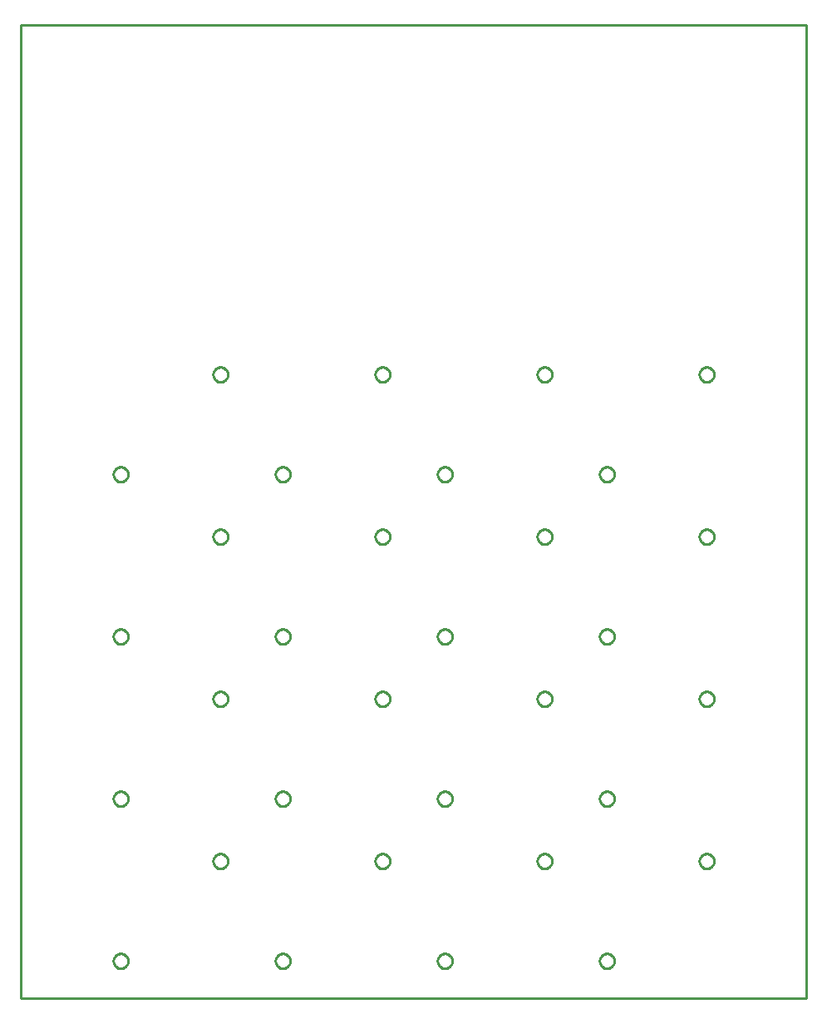
<source format=gko>
G04 EAGLE Gerber RS-274X export*
G75*
%MOMM*%
%FSLAX34Y34*%
%LPD*%
%INBoard Outline*%
%IPPOS*%
%AMOC8*
5,1,8,0,0,1.08239X$1,22.5*%
G01*
%ADD10C,0.000000*%
%ADD11C,0.254000*%


D10*
X0Y0D02*
X800100Y0D01*
X800100Y990600D01*
X0Y990600D01*
X0Y0D01*
X195700Y635000D02*
X195702Y635184D01*
X195709Y635368D01*
X195720Y635552D01*
X195736Y635735D01*
X195756Y635918D01*
X195781Y636100D01*
X195810Y636282D01*
X195844Y636463D01*
X195882Y636643D01*
X195925Y636822D01*
X195972Y637000D01*
X196023Y637177D01*
X196079Y637353D01*
X196138Y637527D01*
X196203Y637699D01*
X196271Y637870D01*
X196343Y638039D01*
X196420Y638207D01*
X196501Y638372D01*
X196586Y638535D01*
X196674Y638697D01*
X196767Y638856D01*
X196864Y639012D01*
X196964Y639167D01*
X197068Y639319D01*
X197176Y639468D01*
X197287Y639614D01*
X197402Y639758D01*
X197521Y639899D01*
X197643Y640037D01*
X197768Y640172D01*
X197897Y640303D01*
X198028Y640432D01*
X198163Y640557D01*
X198301Y640679D01*
X198442Y640798D01*
X198586Y640913D01*
X198732Y641024D01*
X198881Y641132D01*
X199033Y641236D01*
X199188Y641336D01*
X199344Y641433D01*
X199503Y641526D01*
X199665Y641614D01*
X199828Y641699D01*
X199993Y641780D01*
X200161Y641857D01*
X200330Y641929D01*
X200501Y641997D01*
X200673Y642062D01*
X200847Y642121D01*
X201023Y642177D01*
X201200Y642228D01*
X201378Y642275D01*
X201557Y642318D01*
X201737Y642356D01*
X201918Y642390D01*
X202100Y642419D01*
X202282Y642444D01*
X202465Y642464D01*
X202648Y642480D01*
X202832Y642491D01*
X203016Y642498D01*
X203200Y642500D01*
X203384Y642498D01*
X203568Y642491D01*
X203752Y642480D01*
X203935Y642464D01*
X204118Y642444D01*
X204300Y642419D01*
X204482Y642390D01*
X204663Y642356D01*
X204843Y642318D01*
X205022Y642275D01*
X205200Y642228D01*
X205377Y642177D01*
X205553Y642121D01*
X205727Y642062D01*
X205899Y641997D01*
X206070Y641929D01*
X206239Y641857D01*
X206407Y641780D01*
X206572Y641699D01*
X206735Y641614D01*
X206897Y641526D01*
X207056Y641433D01*
X207212Y641336D01*
X207367Y641236D01*
X207519Y641132D01*
X207668Y641024D01*
X207814Y640913D01*
X207958Y640798D01*
X208099Y640679D01*
X208237Y640557D01*
X208372Y640432D01*
X208503Y640303D01*
X208632Y640172D01*
X208757Y640037D01*
X208879Y639899D01*
X208998Y639758D01*
X209113Y639614D01*
X209224Y639468D01*
X209332Y639319D01*
X209436Y639167D01*
X209536Y639012D01*
X209633Y638856D01*
X209726Y638697D01*
X209814Y638535D01*
X209899Y638372D01*
X209980Y638207D01*
X210057Y638039D01*
X210129Y637870D01*
X210197Y637699D01*
X210262Y637527D01*
X210321Y637353D01*
X210377Y637177D01*
X210428Y637000D01*
X210475Y636822D01*
X210518Y636643D01*
X210556Y636463D01*
X210590Y636282D01*
X210619Y636100D01*
X210644Y635918D01*
X210664Y635735D01*
X210680Y635552D01*
X210691Y635368D01*
X210698Y635184D01*
X210700Y635000D01*
X210698Y634816D01*
X210691Y634632D01*
X210680Y634448D01*
X210664Y634265D01*
X210644Y634082D01*
X210619Y633900D01*
X210590Y633718D01*
X210556Y633537D01*
X210518Y633357D01*
X210475Y633178D01*
X210428Y633000D01*
X210377Y632823D01*
X210321Y632647D01*
X210262Y632473D01*
X210197Y632301D01*
X210129Y632130D01*
X210057Y631961D01*
X209980Y631793D01*
X209899Y631628D01*
X209814Y631465D01*
X209726Y631303D01*
X209633Y631144D01*
X209536Y630988D01*
X209436Y630833D01*
X209332Y630681D01*
X209224Y630532D01*
X209113Y630386D01*
X208998Y630242D01*
X208879Y630101D01*
X208757Y629963D01*
X208632Y629828D01*
X208503Y629697D01*
X208372Y629568D01*
X208237Y629443D01*
X208099Y629321D01*
X207958Y629202D01*
X207814Y629087D01*
X207668Y628976D01*
X207519Y628868D01*
X207367Y628764D01*
X207212Y628664D01*
X207056Y628567D01*
X206897Y628474D01*
X206735Y628386D01*
X206572Y628301D01*
X206407Y628220D01*
X206239Y628143D01*
X206070Y628071D01*
X205899Y628003D01*
X205727Y627938D01*
X205553Y627879D01*
X205377Y627823D01*
X205200Y627772D01*
X205022Y627725D01*
X204843Y627682D01*
X204663Y627644D01*
X204482Y627610D01*
X204300Y627581D01*
X204118Y627556D01*
X203935Y627536D01*
X203752Y627520D01*
X203568Y627509D01*
X203384Y627502D01*
X203200Y627500D01*
X203016Y627502D01*
X202832Y627509D01*
X202648Y627520D01*
X202465Y627536D01*
X202282Y627556D01*
X202100Y627581D01*
X201918Y627610D01*
X201737Y627644D01*
X201557Y627682D01*
X201378Y627725D01*
X201200Y627772D01*
X201023Y627823D01*
X200847Y627879D01*
X200673Y627938D01*
X200501Y628003D01*
X200330Y628071D01*
X200161Y628143D01*
X199993Y628220D01*
X199828Y628301D01*
X199665Y628386D01*
X199503Y628474D01*
X199344Y628567D01*
X199188Y628664D01*
X199033Y628764D01*
X198881Y628868D01*
X198732Y628976D01*
X198586Y629087D01*
X198442Y629202D01*
X198301Y629321D01*
X198163Y629443D01*
X198028Y629568D01*
X197897Y629697D01*
X197768Y629828D01*
X197643Y629963D01*
X197521Y630101D01*
X197402Y630242D01*
X197287Y630386D01*
X197176Y630532D01*
X197068Y630681D01*
X196964Y630833D01*
X196864Y630988D01*
X196767Y631144D01*
X196674Y631303D01*
X196586Y631465D01*
X196501Y631628D01*
X196420Y631793D01*
X196343Y631961D01*
X196271Y632130D01*
X196203Y632301D01*
X196138Y632473D01*
X196079Y632647D01*
X196023Y632823D01*
X195972Y633000D01*
X195925Y633178D01*
X195882Y633357D01*
X195844Y633537D01*
X195810Y633718D01*
X195781Y633900D01*
X195756Y634082D01*
X195736Y634265D01*
X195720Y634448D01*
X195709Y634632D01*
X195702Y634816D01*
X195700Y635000D01*
X94100Y533400D02*
X94102Y533584D01*
X94109Y533768D01*
X94120Y533952D01*
X94136Y534135D01*
X94156Y534318D01*
X94181Y534500D01*
X94210Y534682D01*
X94244Y534863D01*
X94282Y535043D01*
X94325Y535222D01*
X94372Y535400D01*
X94423Y535577D01*
X94479Y535753D01*
X94538Y535927D01*
X94603Y536099D01*
X94671Y536270D01*
X94743Y536439D01*
X94820Y536607D01*
X94901Y536772D01*
X94986Y536935D01*
X95074Y537097D01*
X95167Y537256D01*
X95264Y537412D01*
X95364Y537567D01*
X95468Y537719D01*
X95576Y537868D01*
X95687Y538014D01*
X95802Y538158D01*
X95921Y538299D01*
X96043Y538437D01*
X96168Y538572D01*
X96297Y538703D01*
X96428Y538832D01*
X96563Y538957D01*
X96701Y539079D01*
X96842Y539198D01*
X96986Y539313D01*
X97132Y539424D01*
X97281Y539532D01*
X97433Y539636D01*
X97588Y539736D01*
X97744Y539833D01*
X97903Y539926D01*
X98065Y540014D01*
X98228Y540099D01*
X98393Y540180D01*
X98561Y540257D01*
X98730Y540329D01*
X98901Y540397D01*
X99073Y540462D01*
X99247Y540521D01*
X99423Y540577D01*
X99600Y540628D01*
X99778Y540675D01*
X99957Y540718D01*
X100137Y540756D01*
X100318Y540790D01*
X100500Y540819D01*
X100682Y540844D01*
X100865Y540864D01*
X101048Y540880D01*
X101232Y540891D01*
X101416Y540898D01*
X101600Y540900D01*
X101784Y540898D01*
X101968Y540891D01*
X102152Y540880D01*
X102335Y540864D01*
X102518Y540844D01*
X102700Y540819D01*
X102882Y540790D01*
X103063Y540756D01*
X103243Y540718D01*
X103422Y540675D01*
X103600Y540628D01*
X103777Y540577D01*
X103953Y540521D01*
X104127Y540462D01*
X104299Y540397D01*
X104470Y540329D01*
X104639Y540257D01*
X104807Y540180D01*
X104972Y540099D01*
X105135Y540014D01*
X105297Y539926D01*
X105456Y539833D01*
X105612Y539736D01*
X105767Y539636D01*
X105919Y539532D01*
X106068Y539424D01*
X106214Y539313D01*
X106358Y539198D01*
X106499Y539079D01*
X106637Y538957D01*
X106772Y538832D01*
X106903Y538703D01*
X107032Y538572D01*
X107157Y538437D01*
X107279Y538299D01*
X107398Y538158D01*
X107513Y538014D01*
X107624Y537868D01*
X107732Y537719D01*
X107836Y537567D01*
X107936Y537412D01*
X108033Y537256D01*
X108126Y537097D01*
X108214Y536935D01*
X108299Y536772D01*
X108380Y536607D01*
X108457Y536439D01*
X108529Y536270D01*
X108597Y536099D01*
X108662Y535927D01*
X108721Y535753D01*
X108777Y535577D01*
X108828Y535400D01*
X108875Y535222D01*
X108918Y535043D01*
X108956Y534863D01*
X108990Y534682D01*
X109019Y534500D01*
X109044Y534318D01*
X109064Y534135D01*
X109080Y533952D01*
X109091Y533768D01*
X109098Y533584D01*
X109100Y533400D01*
X109098Y533216D01*
X109091Y533032D01*
X109080Y532848D01*
X109064Y532665D01*
X109044Y532482D01*
X109019Y532300D01*
X108990Y532118D01*
X108956Y531937D01*
X108918Y531757D01*
X108875Y531578D01*
X108828Y531400D01*
X108777Y531223D01*
X108721Y531047D01*
X108662Y530873D01*
X108597Y530701D01*
X108529Y530530D01*
X108457Y530361D01*
X108380Y530193D01*
X108299Y530028D01*
X108214Y529865D01*
X108126Y529703D01*
X108033Y529544D01*
X107936Y529388D01*
X107836Y529233D01*
X107732Y529081D01*
X107624Y528932D01*
X107513Y528786D01*
X107398Y528642D01*
X107279Y528501D01*
X107157Y528363D01*
X107032Y528228D01*
X106903Y528097D01*
X106772Y527968D01*
X106637Y527843D01*
X106499Y527721D01*
X106358Y527602D01*
X106214Y527487D01*
X106068Y527376D01*
X105919Y527268D01*
X105767Y527164D01*
X105612Y527064D01*
X105456Y526967D01*
X105297Y526874D01*
X105135Y526786D01*
X104972Y526701D01*
X104807Y526620D01*
X104639Y526543D01*
X104470Y526471D01*
X104299Y526403D01*
X104127Y526338D01*
X103953Y526279D01*
X103777Y526223D01*
X103600Y526172D01*
X103422Y526125D01*
X103243Y526082D01*
X103063Y526044D01*
X102882Y526010D01*
X102700Y525981D01*
X102518Y525956D01*
X102335Y525936D01*
X102152Y525920D01*
X101968Y525909D01*
X101784Y525902D01*
X101600Y525900D01*
X101416Y525902D01*
X101232Y525909D01*
X101048Y525920D01*
X100865Y525936D01*
X100682Y525956D01*
X100500Y525981D01*
X100318Y526010D01*
X100137Y526044D01*
X99957Y526082D01*
X99778Y526125D01*
X99600Y526172D01*
X99423Y526223D01*
X99247Y526279D01*
X99073Y526338D01*
X98901Y526403D01*
X98730Y526471D01*
X98561Y526543D01*
X98393Y526620D01*
X98228Y526701D01*
X98065Y526786D01*
X97903Y526874D01*
X97744Y526967D01*
X97588Y527064D01*
X97433Y527164D01*
X97281Y527268D01*
X97132Y527376D01*
X96986Y527487D01*
X96842Y527602D01*
X96701Y527721D01*
X96563Y527843D01*
X96428Y527968D01*
X96297Y528097D01*
X96168Y528228D01*
X96043Y528363D01*
X95921Y528501D01*
X95802Y528642D01*
X95687Y528786D01*
X95576Y528932D01*
X95468Y529081D01*
X95364Y529233D01*
X95264Y529388D01*
X95167Y529544D01*
X95074Y529703D01*
X94986Y529865D01*
X94901Y530028D01*
X94820Y530193D01*
X94743Y530361D01*
X94671Y530530D01*
X94603Y530701D01*
X94538Y530873D01*
X94479Y531047D01*
X94423Y531223D01*
X94372Y531400D01*
X94325Y531578D01*
X94282Y531757D01*
X94244Y531937D01*
X94210Y532118D01*
X94181Y532300D01*
X94156Y532482D01*
X94136Y532665D01*
X94120Y532848D01*
X94109Y533032D01*
X94102Y533216D01*
X94100Y533400D01*
X360800Y635000D02*
X360802Y635184D01*
X360809Y635368D01*
X360820Y635552D01*
X360836Y635735D01*
X360856Y635918D01*
X360881Y636100D01*
X360910Y636282D01*
X360944Y636463D01*
X360982Y636643D01*
X361025Y636822D01*
X361072Y637000D01*
X361123Y637177D01*
X361179Y637353D01*
X361238Y637527D01*
X361303Y637699D01*
X361371Y637870D01*
X361443Y638039D01*
X361520Y638207D01*
X361601Y638372D01*
X361686Y638535D01*
X361774Y638697D01*
X361867Y638856D01*
X361964Y639012D01*
X362064Y639167D01*
X362168Y639319D01*
X362276Y639468D01*
X362387Y639614D01*
X362502Y639758D01*
X362621Y639899D01*
X362743Y640037D01*
X362868Y640172D01*
X362997Y640303D01*
X363128Y640432D01*
X363263Y640557D01*
X363401Y640679D01*
X363542Y640798D01*
X363686Y640913D01*
X363832Y641024D01*
X363981Y641132D01*
X364133Y641236D01*
X364288Y641336D01*
X364444Y641433D01*
X364603Y641526D01*
X364765Y641614D01*
X364928Y641699D01*
X365093Y641780D01*
X365261Y641857D01*
X365430Y641929D01*
X365601Y641997D01*
X365773Y642062D01*
X365947Y642121D01*
X366123Y642177D01*
X366300Y642228D01*
X366478Y642275D01*
X366657Y642318D01*
X366837Y642356D01*
X367018Y642390D01*
X367200Y642419D01*
X367382Y642444D01*
X367565Y642464D01*
X367748Y642480D01*
X367932Y642491D01*
X368116Y642498D01*
X368300Y642500D01*
X368484Y642498D01*
X368668Y642491D01*
X368852Y642480D01*
X369035Y642464D01*
X369218Y642444D01*
X369400Y642419D01*
X369582Y642390D01*
X369763Y642356D01*
X369943Y642318D01*
X370122Y642275D01*
X370300Y642228D01*
X370477Y642177D01*
X370653Y642121D01*
X370827Y642062D01*
X370999Y641997D01*
X371170Y641929D01*
X371339Y641857D01*
X371507Y641780D01*
X371672Y641699D01*
X371835Y641614D01*
X371997Y641526D01*
X372156Y641433D01*
X372312Y641336D01*
X372467Y641236D01*
X372619Y641132D01*
X372768Y641024D01*
X372914Y640913D01*
X373058Y640798D01*
X373199Y640679D01*
X373337Y640557D01*
X373472Y640432D01*
X373603Y640303D01*
X373732Y640172D01*
X373857Y640037D01*
X373979Y639899D01*
X374098Y639758D01*
X374213Y639614D01*
X374324Y639468D01*
X374432Y639319D01*
X374536Y639167D01*
X374636Y639012D01*
X374733Y638856D01*
X374826Y638697D01*
X374914Y638535D01*
X374999Y638372D01*
X375080Y638207D01*
X375157Y638039D01*
X375229Y637870D01*
X375297Y637699D01*
X375362Y637527D01*
X375421Y637353D01*
X375477Y637177D01*
X375528Y637000D01*
X375575Y636822D01*
X375618Y636643D01*
X375656Y636463D01*
X375690Y636282D01*
X375719Y636100D01*
X375744Y635918D01*
X375764Y635735D01*
X375780Y635552D01*
X375791Y635368D01*
X375798Y635184D01*
X375800Y635000D01*
X375798Y634816D01*
X375791Y634632D01*
X375780Y634448D01*
X375764Y634265D01*
X375744Y634082D01*
X375719Y633900D01*
X375690Y633718D01*
X375656Y633537D01*
X375618Y633357D01*
X375575Y633178D01*
X375528Y633000D01*
X375477Y632823D01*
X375421Y632647D01*
X375362Y632473D01*
X375297Y632301D01*
X375229Y632130D01*
X375157Y631961D01*
X375080Y631793D01*
X374999Y631628D01*
X374914Y631465D01*
X374826Y631303D01*
X374733Y631144D01*
X374636Y630988D01*
X374536Y630833D01*
X374432Y630681D01*
X374324Y630532D01*
X374213Y630386D01*
X374098Y630242D01*
X373979Y630101D01*
X373857Y629963D01*
X373732Y629828D01*
X373603Y629697D01*
X373472Y629568D01*
X373337Y629443D01*
X373199Y629321D01*
X373058Y629202D01*
X372914Y629087D01*
X372768Y628976D01*
X372619Y628868D01*
X372467Y628764D01*
X372312Y628664D01*
X372156Y628567D01*
X371997Y628474D01*
X371835Y628386D01*
X371672Y628301D01*
X371507Y628220D01*
X371339Y628143D01*
X371170Y628071D01*
X370999Y628003D01*
X370827Y627938D01*
X370653Y627879D01*
X370477Y627823D01*
X370300Y627772D01*
X370122Y627725D01*
X369943Y627682D01*
X369763Y627644D01*
X369582Y627610D01*
X369400Y627581D01*
X369218Y627556D01*
X369035Y627536D01*
X368852Y627520D01*
X368668Y627509D01*
X368484Y627502D01*
X368300Y627500D01*
X368116Y627502D01*
X367932Y627509D01*
X367748Y627520D01*
X367565Y627536D01*
X367382Y627556D01*
X367200Y627581D01*
X367018Y627610D01*
X366837Y627644D01*
X366657Y627682D01*
X366478Y627725D01*
X366300Y627772D01*
X366123Y627823D01*
X365947Y627879D01*
X365773Y627938D01*
X365601Y628003D01*
X365430Y628071D01*
X365261Y628143D01*
X365093Y628220D01*
X364928Y628301D01*
X364765Y628386D01*
X364603Y628474D01*
X364444Y628567D01*
X364288Y628664D01*
X364133Y628764D01*
X363981Y628868D01*
X363832Y628976D01*
X363686Y629087D01*
X363542Y629202D01*
X363401Y629321D01*
X363263Y629443D01*
X363128Y629568D01*
X362997Y629697D01*
X362868Y629828D01*
X362743Y629963D01*
X362621Y630101D01*
X362502Y630242D01*
X362387Y630386D01*
X362276Y630532D01*
X362168Y630681D01*
X362064Y630833D01*
X361964Y630988D01*
X361867Y631144D01*
X361774Y631303D01*
X361686Y631465D01*
X361601Y631628D01*
X361520Y631793D01*
X361443Y631961D01*
X361371Y632130D01*
X361303Y632301D01*
X361238Y632473D01*
X361179Y632647D01*
X361123Y632823D01*
X361072Y633000D01*
X361025Y633178D01*
X360982Y633357D01*
X360944Y633537D01*
X360910Y633718D01*
X360881Y633900D01*
X360856Y634082D01*
X360836Y634265D01*
X360820Y634448D01*
X360809Y634632D01*
X360802Y634816D01*
X360800Y635000D01*
X259200Y533400D02*
X259202Y533584D01*
X259209Y533768D01*
X259220Y533952D01*
X259236Y534135D01*
X259256Y534318D01*
X259281Y534500D01*
X259310Y534682D01*
X259344Y534863D01*
X259382Y535043D01*
X259425Y535222D01*
X259472Y535400D01*
X259523Y535577D01*
X259579Y535753D01*
X259638Y535927D01*
X259703Y536099D01*
X259771Y536270D01*
X259843Y536439D01*
X259920Y536607D01*
X260001Y536772D01*
X260086Y536935D01*
X260174Y537097D01*
X260267Y537256D01*
X260364Y537412D01*
X260464Y537567D01*
X260568Y537719D01*
X260676Y537868D01*
X260787Y538014D01*
X260902Y538158D01*
X261021Y538299D01*
X261143Y538437D01*
X261268Y538572D01*
X261397Y538703D01*
X261528Y538832D01*
X261663Y538957D01*
X261801Y539079D01*
X261942Y539198D01*
X262086Y539313D01*
X262232Y539424D01*
X262381Y539532D01*
X262533Y539636D01*
X262688Y539736D01*
X262844Y539833D01*
X263003Y539926D01*
X263165Y540014D01*
X263328Y540099D01*
X263493Y540180D01*
X263661Y540257D01*
X263830Y540329D01*
X264001Y540397D01*
X264173Y540462D01*
X264347Y540521D01*
X264523Y540577D01*
X264700Y540628D01*
X264878Y540675D01*
X265057Y540718D01*
X265237Y540756D01*
X265418Y540790D01*
X265600Y540819D01*
X265782Y540844D01*
X265965Y540864D01*
X266148Y540880D01*
X266332Y540891D01*
X266516Y540898D01*
X266700Y540900D01*
X266884Y540898D01*
X267068Y540891D01*
X267252Y540880D01*
X267435Y540864D01*
X267618Y540844D01*
X267800Y540819D01*
X267982Y540790D01*
X268163Y540756D01*
X268343Y540718D01*
X268522Y540675D01*
X268700Y540628D01*
X268877Y540577D01*
X269053Y540521D01*
X269227Y540462D01*
X269399Y540397D01*
X269570Y540329D01*
X269739Y540257D01*
X269907Y540180D01*
X270072Y540099D01*
X270235Y540014D01*
X270397Y539926D01*
X270556Y539833D01*
X270712Y539736D01*
X270867Y539636D01*
X271019Y539532D01*
X271168Y539424D01*
X271314Y539313D01*
X271458Y539198D01*
X271599Y539079D01*
X271737Y538957D01*
X271872Y538832D01*
X272003Y538703D01*
X272132Y538572D01*
X272257Y538437D01*
X272379Y538299D01*
X272498Y538158D01*
X272613Y538014D01*
X272724Y537868D01*
X272832Y537719D01*
X272936Y537567D01*
X273036Y537412D01*
X273133Y537256D01*
X273226Y537097D01*
X273314Y536935D01*
X273399Y536772D01*
X273480Y536607D01*
X273557Y536439D01*
X273629Y536270D01*
X273697Y536099D01*
X273762Y535927D01*
X273821Y535753D01*
X273877Y535577D01*
X273928Y535400D01*
X273975Y535222D01*
X274018Y535043D01*
X274056Y534863D01*
X274090Y534682D01*
X274119Y534500D01*
X274144Y534318D01*
X274164Y534135D01*
X274180Y533952D01*
X274191Y533768D01*
X274198Y533584D01*
X274200Y533400D01*
X274198Y533216D01*
X274191Y533032D01*
X274180Y532848D01*
X274164Y532665D01*
X274144Y532482D01*
X274119Y532300D01*
X274090Y532118D01*
X274056Y531937D01*
X274018Y531757D01*
X273975Y531578D01*
X273928Y531400D01*
X273877Y531223D01*
X273821Y531047D01*
X273762Y530873D01*
X273697Y530701D01*
X273629Y530530D01*
X273557Y530361D01*
X273480Y530193D01*
X273399Y530028D01*
X273314Y529865D01*
X273226Y529703D01*
X273133Y529544D01*
X273036Y529388D01*
X272936Y529233D01*
X272832Y529081D01*
X272724Y528932D01*
X272613Y528786D01*
X272498Y528642D01*
X272379Y528501D01*
X272257Y528363D01*
X272132Y528228D01*
X272003Y528097D01*
X271872Y527968D01*
X271737Y527843D01*
X271599Y527721D01*
X271458Y527602D01*
X271314Y527487D01*
X271168Y527376D01*
X271019Y527268D01*
X270867Y527164D01*
X270712Y527064D01*
X270556Y526967D01*
X270397Y526874D01*
X270235Y526786D01*
X270072Y526701D01*
X269907Y526620D01*
X269739Y526543D01*
X269570Y526471D01*
X269399Y526403D01*
X269227Y526338D01*
X269053Y526279D01*
X268877Y526223D01*
X268700Y526172D01*
X268522Y526125D01*
X268343Y526082D01*
X268163Y526044D01*
X267982Y526010D01*
X267800Y525981D01*
X267618Y525956D01*
X267435Y525936D01*
X267252Y525920D01*
X267068Y525909D01*
X266884Y525902D01*
X266700Y525900D01*
X266516Y525902D01*
X266332Y525909D01*
X266148Y525920D01*
X265965Y525936D01*
X265782Y525956D01*
X265600Y525981D01*
X265418Y526010D01*
X265237Y526044D01*
X265057Y526082D01*
X264878Y526125D01*
X264700Y526172D01*
X264523Y526223D01*
X264347Y526279D01*
X264173Y526338D01*
X264001Y526403D01*
X263830Y526471D01*
X263661Y526543D01*
X263493Y526620D01*
X263328Y526701D01*
X263165Y526786D01*
X263003Y526874D01*
X262844Y526967D01*
X262688Y527064D01*
X262533Y527164D01*
X262381Y527268D01*
X262232Y527376D01*
X262086Y527487D01*
X261942Y527602D01*
X261801Y527721D01*
X261663Y527843D01*
X261528Y527968D01*
X261397Y528097D01*
X261268Y528228D01*
X261143Y528363D01*
X261021Y528501D01*
X260902Y528642D01*
X260787Y528786D01*
X260676Y528932D01*
X260568Y529081D01*
X260464Y529233D01*
X260364Y529388D01*
X260267Y529544D01*
X260174Y529703D01*
X260086Y529865D01*
X260001Y530028D01*
X259920Y530193D01*
X259843Y530361D01*
X259771Y530530D01*
X259703Y530701D01*
X259638Y530873D01*
X259579Y531047D01*
X259523Y531223D01*
X259472Y531400D01*
X259425Y531578D01*
X259382Y531757D01*
X259344Y531937D01*
X259310Y532118D01*
X259281Y532300D01*
X259256Y532482D01*
X259236Y532665D01*
X259220Y532848D01*
X259209Y533032D01*
X259202Y533216D01*
X259200Y533400D01*
X525900Y635000D02*
X525902Y635184D01*
X525909Y635368D01*
X525920Y635552D01*
X525936Y635735D01*
X525956Y635918D01*
X525981Y636100D01*
X526010Y636282D01*
X526044Y636463D01*
X526082Y636643D01*
X526125Y636822D01*
X526172Y637000D01*
X526223Y637177D01*
X526279Y637353D01*
X526338Y637527D01*
X526403Y637699D01*
X526471Y637870D01*
X526543Y638039D01*
X526620Y638207D01*
X526701Y638372D01*
X526786Y638535D01*
X526874Y638697D01*
X526967Y638856D01*
X527064Y639012D01*
X527164Y639167D01*
X527268Y639319D01*
X527376Y639468D01*
X527487Y639614D01*
X527602Y639758D01*
X527721Y639899D01*
X527843Y640037D01*
X527968Y640172D01*
X528097Y640303D01*
X528228Y640432D01*
X528363Y640557D01*
X528501Y640679D01*
X528642Y640798D01*
X528786Y640913D01*
X528932Y641024D01*
X529081Y641132D01*
X529233Y641236D01*
X529388Y641336D01*
X529544Y641433D01*
X529703Y641526D01*
X529865Y641614D01*
X530028Y641699D01*
X530193Y641780D01*
X530361Y641857D01*
X530530Y641929D01*
X530701Y641997D01*
X530873Y642062D01*
X531047Y642121D01*
X531223Y642177D01*
X531400Y642228D01*
X531578Y642275D01*
X531757Y642318D01*
X531937Y642356D01*
X532118Y642390D01*
X532300Y642419D01*
X532482Y642444D01*
X532665Y642464D01*
X532848Y642480D01*
X533032Y642491D01*
X533216Y642498D01*
X533400Y642500D01*
X533584Y642498D01*
X533768Y642491D01*
X533952Y642480D01*
X534135Y642464D01*
X534318Y642444D01*
X534500Y642419D01*
X534682Y642390D01*
X534863Y642356D01*
X535043Y642318D01*
X535222Y642275D01*
X535400Y642228D01*
X535577Y642177D01*
X535753Y642121D01*
X535927Y642062D01*
X536099Y641997D01*
X536270Y641929D01*
X536439Y641857D01*
X536607Y641780D01*
X536772Y641699D01*
X536935Y641614D01*
X537097Y641526D01*
X537256Y641433D01*
X537412Y641336D01*
X537567Y641236D01*
X537719Y641132D01*
X537868Y641024D01*
X538014Y640913D01*
X538158Y640798D01*
X538299Y640679D01*
X538437Y640557D01*
X538572Y640432D01*
X538703Y640303D01*
X538832Y640172D01*
X538957Y640037D01*
X539079Y639899D01*
X539198Y639758D01*
X539313Y639614D01*
X539424Y639468D01*
X539532Y639319D01*
X539636Y639167D01*
X539736Y639012D01*
X539833Y638856D01*
X539926Y638697D01*
X540014Y638535D01*
X540099Y638372D01*
X540180Y638207D01*
X540257Y638039D01*
X540329Y637870D01*
X540397Y637699D01*
X540462Y637527D01*
X540521Y637353D01*
X540577Y637177D01*
X540628Y637000D01*
X540675Y636822D01*
X540718Y636643D01*
X540756Y636463D01*
X540790Y636282D01*
X540819Y636100D01*
X540844Y635918D01*
X540864Y635735D01*
X540880Y635552D01*
X540891Y635368D01*
X540898Y635184D01*
X540900Y635000D01*
X540898Y634816D01*
X540891Y634632D01*
X540880Y634448D01*
X540864Y634265D01*
X540844Y634082D01*
X540819Y633900D01*
X540790Y633718D01*
X540756Y633537D01*
X540718Y633357D01*
X540675Y633178D01*
X540628Y633000D01*
X540577Y632823D01*
X540521Y632647D01*
X540462Y632473D01*
X540397Y632301D01*
X540329Y632130D01*
X540257Y631961D01*
X540180Y631793D01*
X540099Y631628D01*
X540014Y631465D01*
X539926Y631303D01*
X539833Y631144D01*
X539736Y630988D01*
X539636Y630833D01*
X539532Y630681D01*
X539424Y630532D01*
X539313Y630386D01*
X539198Y630242D01*
X539079Y630101D01*
X538957Y629963D01*
X538832Y629828D01*
X538703Y629697D01*
X538572Y629568D01*
X538437Y629443D01*
X538299Y629321D01*
X538158Y629202D01*
X538014Y629087D01*
X537868Y628976D01*
X537719Y628868D01*
X537567Y628764D01*
X537412Y628664D01*
X537256Y628567D01*
X537097Y628474D01*
X536935Y628386D01*
X536772Y628301D01*
X536607Y628220D01*
X536439Y628143D01*
X536270Y628071D01*
X536099Y628003D01*
X535927Y627938D01*
X535753Y627879D01*
X535577Y627823D01*
X535400Y627772D01*
X535222Y627725D01*
X535043Y627682D01*
X534863Y627644D01*
X534682Y627610D01*
X534500Y627581D01*
X534318Y627556D01*
X534135Y627536D01*
X533952Y627520D01*
X533768Y627509D01*
X533584Y627502D01*
X533400Y627500D01*
X533216Y627502D01*
X533032Y627509D01*
X532848Y627520D01*
X532665Y627536D01*
X532482Y627556D01*
X532300Y627581D01*
X532118Y627610D01*
X531937Y627644D01*
X531757Y627682D01*
X531578Y627725D01*
X531400Y627772D01*
X531223Y627823D01*
X531047Y627879D01*
X530873Y627938D01*
X530701Y628003D01*
X530530Y628071D01*
X530361Y628143D01*
X530193Y628220D01*
X530028Y628301D01*
X529865Y628386D01*
X529703Y628474D01*
X529544Y628567D01*
X529388Y628664D01*
X529233Y628764D01*
X529081Y628868D01*
X528932Y628976D01*
X528786Y629087D01*
X528642Y629202D01*
X528501Y629321D01*
X528363Y629443D01*
X528228Y629568D01*
X528097Y629697D01*
X527968Y629828D01*
X527843Y629963D01*
X527721Y630101D01*
X527602Y630242D01*
X527487Y630386D01*
X527376Y630532D01*
X527268Y630681D01*
X527164Y630833D01*
X527064Y630988D01*
X526967Y631144D01*
X526874Y631303D01*
X526786Y631465D01*
X526701Y631628D01*
X526620Y631793D01*
X526543Y631961D01*
X526471Y632130D01*
X526403Y632301D01*
X526338Y632473D01*
X526279Y632647D01*
X526223Y632823D01*
X526172Y633000D01*
X526125Y633178D01*
X526082Y633357D01*
X526044Y633537D01*
X526010Y633718D01*
X525981Y633900D01*
X525956Y634082D01*
X525936Y634265D01*
X525920Y634448D01*
X525909Y634632D01*
X525902Y634816D01*
X525900Y635000D01*
X424300Y533400D02*
X424302Y533584D01*
X424309Y533768D01*
X424320Y533952D01*
X424336Y534135D01*
X424356Y534318D01*
X424381Y534500D01*
X424410Y534682D01*
X424444Y534863D01*
X424482Y535043D01*
X424525Y535222D01*
X424572Y535400D01*
X424623Y535577D01*
X424679Y535753D01*
X424738Y535927D01*
X424803Y536099D01*
X424871Y536270D01*
X424943Y536439D01*
X425020Y536607D01*
X425101Y536772D01*
X425186Y536935D01*
X425274Y537097D01*
X425367Y537256D01*
X425464Y537412D01*
X425564Y537567D01*
X425668Y537719D01*
X425776Y537868D01*
X425887Y538014D01*
X426002Y538158D01*
X426121Y538299D01*
X426243Y538437D01*
X426368Y538572D01*
X426497Y538703D01*
X426628Y538832D01*
X426763Y538957D01*
X426901Y539079D01*
X427042Y539198D01*
X427186Y539313D01*
X427332Y539424D01*
X427481Y539532D01*
X427633Y539636D01*
X427788Y539736D01*
X427944Y539833D01*
X428103Y539926D01*
X428265Y540014D01*
X428428Y540099D01*
X428593Y540180D01*
X428761Y540257D01*
X428930Y540329D01*
X429101Y540397D01*
X429273Y540462D01*
X429447Y540521D01*
X429623Y540577D01*
X429800Y540628D01*
X429978Y540675D01*
X430157Y540718D01*
X430337Y540756D01*
X430518Y540790D01*
X430700Y540819D01*
X430882Y540844D01*
X431065Y540864D01*
X431248Y540880D01*
X431432Y540891D01*
X431616Y540898D01*
X431800Y540900D01*
X431984Y540898D01*
X432168Y540891D01*
X432352Y540880D01*
X432535Y540864D01*
X432718Y540844D01*
X432900Y540819D01*
X433082Y540790D01*
X433263Y540756D01*
X433443Y540718D01*
X433622Y540675D01*
X433800Y540628D01*
X433977Y540577D01*
X434153Y540521D01*
X434327Y540462D01*
X434499Y540397D01*
X434670Y540329D01*
X434839Y540257D01*
X435007Y540180D01*
X435172Y540099D01*
X435335Y540014D01*
X435497Y539926D01*
X435656Y539833D01*
X435812Y539736D01*
X435967Y539636D01*
X436119Y539532D01*
X436268Y539424D01*
X436414Y539313D01*
X436558Y539198D01*
X436699Y539079D01*
X436837Y538957D01*
X436972Y538832D01*
X437103Y538703D01*
X437232Y538572D01*
X437357Y538437D01*
X437479Y538299D01*
X437598Y538158D01*
X437713Y538014D01*
X437824Y537868D01*
X437932Y537719D01*
X438036Y537567D01*
X438136Y537412D01*
X438233Y537256D01*
X438326Y537097D01*
X438414Y536935D01*
X438499Y536772D01*
X438580Y536607D01*
X438657Y536439D01*
X438729Y536270D01*
X438797Y536099D01*
X438862Y535927D01*
X438921Y535753D01*
X438977Y535577D01*
X439028Y535400D01*
X439075Y535222D01*
X439118Y535043D01*
X439156Y534863D01*
X439190Y534682D01*
X439219Y534500D01*
X439244Y534318D01*
X439264Y534135D01*
X439280Y533952D01*
X439291Y533768D01*
X439298Y533584D01*
X439300Y533400D01*
X439298Y533216D01*
X439291Y533032D01*
X439280Y532848D01*
X439264Y532665D01*
X439244Y532482D01*
X439219Y532300D01*
X439190Y532118D01*
X439156Y531937D01*
X439118Y531757D01*
X439075Y531578D01*
X439028Y531400D01*
X438977Y531223D01*
X438921Y531047D01*
X438862Y530873D01*
X438797Y530701D01*
X438729Y530530D01*
X438657Y530361D01*
X438580Y530193D01*
X438499Y530028D01*
X438414Y529865D01*
X438326Y529703D01*
X438233Y529544D01*
X438136Y529388D01*
X438036Y529233D01*
X437932Y529081D01*
X437824Y528932D01*
X437713Y528786D01*
X437598Y528642D01*
X437479Y528501D01*
X437357Y528363D01*
X437232Y528228D01*
X437103Y528097D01*
X436972Y527968D01*
X436837Y527843D01*
X436699Y527721D01*
X436558Y527602D01*
X436414Y527487D01*
X436268Y527376D01*
X436119Y527268D01*
X435967Y527164D01*
X435812Y527064D01*
X435656Y526967D01*
X435497Y526874D01*
X435335Y526786D01*
X435172Y526701D01*
X435007Y526620D01*
X434839Y526543D01*
X434670Y526471D01*
X434499Y526403D01*
X434327Y526338D01*
X434153Y526279D01*
X433977Y526223D01*
X433800Y526172D01*
X433622Y526125D01*
X433443Y526082D01*
X433263Y526044D01*
X433082Y526010D01*
X432900Y525981D01*
X432718Y525956D01*
X432535Y525936D01*
X432352Y525920D01*
X432168Y525909D01*
X431984Y525902D01*
X431800Y525900D01*
X431616Y525902D01*
X431432Y525909D01*
X431248Y525920D01*
X431065Y525936D01*
X430882Y525956D01*
X430700Y525981D01*
X430518Y526010D01*
X430337Y526044D01*
X430157Y526082D01*
X429978Y526125D01*
X429800Y526172D01*
X429623Y526223D01*
X429447Y526279D01*
X429273Y526338D01*
X429101Y526403D01*
X428930Y526471D01*
X428761Y526543D01*
X428593Y526620D01*
X428428Y526701D01*
X428265Y526786D01*
X428103Y526874D01*
X427944Y526967D01*
X427788Y527064D01*
X427633Y527164D01*
X427481Y527268D01*
X427332Y527376D01*
X427186Y527487D01*
X427042Y527602D01*
X426901Y527721D01*
X426763Y527843D01*
X426628Y527968D01*
X426497Y528097D01*
X426368Y528228D01*
X426243Y528363D01*
X426121Y528501D01*
X426002Y528642D01*
X425887Y528786D01*
X425776Y528932D01*
X425668Y529081D01*
X425564Y529233D01*
X425464Y529388D01*
X425367Y529544D01*
X425274Y529703D01*
X425186Y529865D01*
X425101Y530028D01*
X425020Y530193D01*
X424943Y530361D01*
X424871Y530530D01*
X424803Y530701D01*
X424738Y530873D01*
X424679Y531047D01*
X424623Y531223D01*
X424572Y531400D01*
X424525Y531578D01*
X424482Y531757D01*
X424444Y531937D01*
X424410Y532118D01*
X424381Y532300D01*
X424356Y532482D01*
X424336Y532665D01*
X424320Y532848D01*
X424309Y533032D01*
X424302Y533216D01*
X424300Y533400D01*
X691000Y635000D02*
X691002Y635184D01*
X691009Y635368D01*
X691020Y635552D01*
X691036Y635735D01*
X691056Y635918D01*
X691081Y636100D01*
X691110Y636282D01*
X691144Y636463D01*
X691182Y636643D01*
X691225Y636822D01*
X691272Y637000D01*
X691323Y637177D01*
X691379Y637353D01*
X691438Y637527D01*
X691503Y637699D01*
X691571Y637870D01*
X691643Y638039D01*
X691720Y638207D01*
X691801Y638372D01*
X691886Y638535D01*
X691974Y638697D01*
X692067Y638856D01*
X692164Y639012D01*
X692264Y639167D01*
X692368Y639319D01*
X692476Y639468D01*
X692587Y639614D01*
X692702Y639758D01*
X692821Y639899D01*
X692943Y640037D01*
X693068Y640172D01*
X693197Y640303D01*
X693328Y640432D01*
X693463Y640557D01*
X693601Y640679D01*
X693742Y640798D01*
X693886Y640913D01*
X694032Y641024D01*
X694181Y641132D01*
X694333Y641236D01*
X694488Y641336D01*
X694644Y641433D01*
X694803Y641526D01*
X694965Y641614D01*
X695128Y641699D01*
X695293Y641780D01*
X695461Y641857D01*
X695630Y641929D01*
X695801Y641997D01*
X695973Y642062D01*
X696147Y642121D01*
X696323Y642177D01*
X696500Y642228D01*
X696678Y642275D01*
X696857Y642318D01*
X697037Y642356D01*
X697218Y642390D01*
X697400Y642419D01*
X697582Y642444D01*
X697765Y642464D01*
X697948Y642480D01*
X698132Y642491D01*
X698316Y642498D01*
X698500Y642500D01*
X698684Y642498D01*
X698868Y642491D01*
X699052Y642480D01*
X699235Y642464D01*
X699418Y642444D01*
X699600Y642419D01*
X699782Y642390D01*
X699963Y642356D01*
X700143Y642318D01*
X700322Y642275D01*
X700500Y642228D01*
X700677Y642177D01*
X700853Y642121D01*
X701027Y642062D01*
X701199Y641997D01*
X701370Y641929D01*
X701539Y641857D01*
X701707Y641780D01*
X701872Y641699D01*
X702035Y641614D01*
X702197Y641526D01*
X702356Y641433D01*
X702512Y641336D01*
X702667Y641236D01*
X702819Y641132D01*
X702968Y641024D01*
X703114Y640913D01*
X703258Y640798D01*
X703399Y640679D01*
X703537Y640557D01*
X703672Y640432D01*
X703803Y640303D01*
X703932Y640172D01*
X704057Y640037D01*
X704179Y639899D01*
X704298Y639758D01*
X704413Y639614D01*
X704524Y639468D01*
X704632Y639319D01*
X704736Y639167D01*
X704836Y639012D01*
X704933Y638856D01*
X705026Y638697D01*
X705114Y638535D01*
X705199Y638372D01*
X705280Y638207D01*
X705357Y638039D01*
X705429Y637870D01*
X705497Y637699D01*
X705562Y637527D01*
X705621Y637353D01*
X705677Y637177D01*
X705728Y637000D01*
X705775Y636822D01*
X705818Y636643D01*
X705856Y636463D01*
X705890Y636282D01*
X705919Y636100D01*
X705944Y635918D01*
X705964Y635735D01*
X705980Y635552D01*
X705991Y635368D01*
X705998Y635184D01*
X706000Y635000D01*
X705998Y634816D01*
X705991Y634632D01*
X705980Y634448D01*
X705964Y634265D01*
X705944Y634082D01*
X705919Y633900D01*
X705890Y633718D01*
X705856Y633537D01*
X705818Y633357D01*
X705775Y633178D01*
X705728Y633000D01*
X705677Y632823D01*
X705621Y632647D01*
X705562Y632473D01*
X705497Y632301D01*
X705429Y632130D01*
X705357Y631961D01*
X705280Y631793D01*
X705199Y631628D01*
X705114Y631465D01*
X705026Y631303D01*
X704933Y631144D01*
X704836Y630988D01*
X704736Y630833D01*
X704632Y630681D01*
X704524Y630532D01*
X704413Y630386D01*
X704298Y630242D01*
X704179Y630101D01*
X704057Y629963D01*
X703932Y629828D01*
X703803Y629697D01*
X703672Y629568D01*
X703537Y629443D01*
X703399Y629321D01*
X703258Y629202D01*
X703114Y629087D01*
X702968Y628976D01*
X702819Y628868D01*
X702667Y628764D01*
X702512Y628664D01*
X702356Y628567D01*
X702197Y628474D01*
X702035Y628386D01*
X701872Y628301D01*
X701707Y628220D01*
X701539Y628143D01*
X701370Y628071D01*
X701199Y628003D01*
X701027Y627938D01*
X700853Y627879D01*
X700677Y627823D01*
X700500Y627772D01*
X700322Y627725D01*
X700143Y627682D01*
X699963Y627644D01*
X699782Y627610D01*
X699600Y627581D01*
X699418Y627556D01*
X699235Y627536D01*
X699052Y627520D01*
X698868Y627509D01*
X698684Y627502D01*
X698500Y627500D01*
X698316Y627502D01*
X698132Y627509D01*
X697948Y627520D01*
X697765Y627536D01*
X697582Y627556D01*
X697400Y627581D01*
X697218Y627610D01*
X697037Y627644D01*
X696857Y627682D01*
X696678Y627725D01*
X696500Y627772D01*
X696323Y627823D01*
X696147Y627879D01*
X695973Y627938D01*
X695801Y628003D01*
X695630Y628071D01*
X695461Y628143D01*
X695293Y628220D01*
X695128Y628301D01*
X694965Y628386D01*
X694803Y628474D01*
X694644Y628567D01*
X694488Y628664D01*
X694333Y628764D01*
X694181Y628868D01*
X694032Y628976D01*
X693886Y629087D01*
X693742Y629202D01*
X693601Y629321D01*
X693463Y629443D01*
X693328Y629568D01*
X693197Y629697D01*
X693068Y629828D01*
X692943Y629963D01*
X692821Y630101D01*
X692702Y630242D01*
X692587Y630386D01*
X692476Y630532D01*
X692368Y630681D01*
X692264Y630833D01*
X692164Y630988D01*
X692067Y631144D01*
X691974Y631303D01*
X691886Y631465D01*
X691801Y631628D01*
X691720Y631793D01*
X691643Y631961D01*
X691571Y632130D01*
X691503Y632301D01*
X691438Y632473D01*
X691379Y632647D01*
X691323Y632823D01*
X691272Y633000D01*
X691225Y633178D01*
X691182Y633357D01*
X691144Y633537D01*
X691110Y633718D01*
X691081Y633900D01*
X691056Y634082D01*
X691036Y634265D01*
X691020Y634448D01*
X691009Y634632D01*
X691002Y634816D01*
X691000Y635000D01*
X589400Y533400D02*
X589402Y533584D01*
X589409Y533768D01*
X589420Y533952D01*
X589436Y534135D01*
X589456Y534318D01*
X589481Y534500D01*
X589510Y534682D01*
X589544Y534863D01*
X589582Y535043D01*
X589625Y535222D01*
X589672Y535400D01*
X589723Y535577D01*
X589779Y535753D01*
X589838Y535927D01*
X589903Y536099D01*
X589971Y536270D01*
X590043Y536439D01*
X590120Y536607D01*
X590201Y536772D01*
X590286Y536935D01*
X590374Y537097D01*
X590467Y537256D01*
X590564Y537412D01*
X590664Y537567D01*
X590768Y537719D01*
X590876Y537868D01*
X590987Y538014D01*
X591102Y538158D01*
X591221Y538299D01*
X591343Y538437D01*
X591468Y538572D01*
X591597Y538703D01*
X591728Y538832D01*
X591863Y538957D01*
X592001Y539079D01*
X592142Y539198D01*
X592286Y539313D01*
X592432Y539424D01*
X592581Y539532D01*
X592733Y539636D01*
X592888Y539736D01*
X593044Y539833D01*
X593203Y539926D01*
X593365Y540014D01*
X593528Y540099D01*
X593693Y540180D01*
X593861Y540257D01*
X594030Y540329D01*
X594201Y540397D01*
X594373Y540462D01*
X594547Y540521D01*
X594723Y540577D01*
X594900Y540628D01*
X595078Y540675D01*
X595257Y540718D01*
X595437Y540756D01*
X595618Y540790D01*
X595800Y540819D01*
X595982Y540844D01*
X596165Y540864D01*
X596348Y540880D01*
X596532Y540891D01*
X596716Y540898D01*
X596900Y540900D01*
X597084Y540898D01*
X597268Y540891D01*
X597452Y540880D01*
X597635Y540864D01*
X597818Y540844D01*
X598000Y540819D01*
X598182Y540790D01*
X598363Y540756D01*
X598543Y540718D01*
X598722Y540675D01*
X598900Y540628D01*
X599077Y540577D01*
X599253Y540521D01*
X599427Y540462D01*
X599599Y540397D01*
X599770Y540329D01*
X599939Y540257D01*
X600107Y540180D01*
X600272Y540099D01*
X600435Y540014D01*
X600597Y539926D01*
X600756Y539833D01*
X600912Y539736D01*
X601067Y539636D01*
X601219Y539532D01*
X601368Y539424D01*
X601514Y539313D01*
X601658Y539198D01*
X601799Y539079D01*
X601937Y538957D01*
X602072Y538832D01*
X602203Y538703D01*
X602332Y538572D01*
X602457Y538437D01*
X602579Y538299D01*
X602698Y538158D01*
X602813Y538014D01*
X602924Y537868D01*
X603032Y537719D01*
X603136Y537567D01*
X603236Y537412D01*
X603333Y537256D01*
X603426Y537097D01*
X603514Y536935D01*
X603599Y536772D01*
X603680Y536607D01*
X603757Y536439D01*
X603829Y536270D01*
X603897Y536099D01*
X603962Y535927D01*
X604021Y535753D01*
X604077Y535577D01*
X604128Y535400D01*
X604175Y535222D01*
X604218Y535043D01*
X604256Y534863D01*
X604290Y534682D01*
X604319Y534500D01*
X604344Y534318D01*
X604364Y534135D01*
X604380Y533952D01*
X604391Y533768D01*
X604398Y533584D01*
X604400Y533400D01*
X604398Y533216D01*
X604391Y533032D01*
X604380Y532848D01*
X604364Y532665D01*
X604344Y532482D01*
X604319Y532300D01*
X604290Y532118D01*
X604256Y531937D01*
X604218Y531757D01*
X604175Y531578D01*
X604128Y531400D01*
X604077Y531223D01*
X604021Y531047D01*
X603962Y530873D01*
X603897Y530701D01*
X603829Y530530D01*
X603757Y530361D01*
X603680Y530193D01*
X603599Y530028D01*
X603514Y529865D01*
X603426Y529703D01*
X603333Y529544D01*
X603236Y529388D01*
X603136Y529233D01*
X603032Y529081D01*
X602924Y528932D01*
X602813Y528786D01*
X602698Y528642D01*
X602579Y528501D01*
X602457Y528363D01*
X602332Y528228D01*
X602203Y528097D01*
X602072Y527968D01*
X601937Y527843D01*
X601799Y527721D01*
X601658Y527602D01*
X601514Y527487D01*
X601368Y527376D01*
X601219Y527268D01*
X601067Y527164D01*
X600912Y527064D01*
X600756Y526967D01*
X600597Y526874D01*
X600435Y526786D01*
X600272Y526701D01*
X600107Y526620D01*
X599939Y526543D01*
X599770Y526471D01*
X599599Y526403D01*
X599427Y526338D01*
X599253Y526279D01*
X599077Y526223D01*
X598900Y526172D01*
X598722Y526125D01*
X598543Y526082D01*
X598363Y526044D01*
X598182Y526010D01*
X598000Y525981D01*
X597818Y525956D01*
X597635Y525936D01*
X597452Y525920D01*
X597268Y525909D01*
X597084Y525902D01*
X596900Y525900D01*
X596716Y525902D01*
X596532Y525909D01*
X596348Y525920D01*
X596165Y525936D01*
X595982Y525956D01*
X595800Y525981D01*
X595618Y526010D01*
X595437Y526044D01*
X595257Y526082D01*
X595078Y526125D01*
X594900Y526172D01*
X594723Y526223D01*
X594547Y526279D01*
X594373Y526338D01*
X594201Y526403D01*
X594030Y526471D01*
X593861Y526543D01*
X593693Y526620D01*
X593528Y526701D01*
X593365Y526786D01*
X593203Y526874D01*
X593044Y526967D01*
X592888Y527064D01*
X592733Y527164D01*
X592581Y527268D01*
X592432Y527376D01*
X592286Y527487D01*
X592142Y527602D01*
X592001Y527721D01*
X591863Y527843D01*
X591728Y527968D01*
X591597Y528097D01*
X591468Y528228D01*
X591343Y528363D01*
X591221Y528501D01*
X591102Y528642D01*
X590987Y528786D01*
X590876Y528932D01*
X590768Y529081D01*
X590664Y529233D01*
X590564Y529388D01*
X590467Y529544D01*
X590374Y529703D01*
X590286Y529865D01*
X590201Y530028D01*
X590120Y530193D01*
X590043Y530361D01*
X589971Y530530D01*
X589903Y530701D01*
X589838Y530873D01*
X589779Y531047D01*
X589723Y531223D01*
X589672Y531400D01*
X589625Y531578D01*
X589582Y531757D01*
X589544Y531937D01*
X589510Y532118D01*
X589481Y532300D01*
X589456Y532482D01*
X589436Y532665D01*
X589420Y532848D01*
X589409Y533032D01*
X589402Y533216D01*
X589400Y533400D01*
X195700Y469900D02*
X195702Y470084D01*
X195709Y470268D01*
X195720Y470452D01*
X195736Y470635D01*
X195756Y470818D01*
X195781Y471000D01*
X195810Y471182D01*
X195844Y471363D01*
X195882Y471543D01*
X195925Y471722D01*
X195972Y471900D01*
X196023Y472077D01*
X196079Y472253D01*
X196138Y472427D01*
X196203Y472599D01*
X196271Y472770D01*
X196343Y472939D01*
X196420Y473107D01*
X196501Y473272D01*
X196586Y473435D01*
X196674Y473597D01*
X196767Y473756D01*
X196864Y473912D01*
X196964Y474067D01*
X197068Y474219D01*
X197176Y474368D01*
X197287Y474514D01*
X197402Y474658D01*
X197521Y474799D01*
X197643Y474937D01*
X197768Y475072D01*
X197897Y475203D01*
X198028Y475332D01*
X198163Y475457D01*
X198301Y475579D01*
X198442Y475698D01*
X198586Y475813D01*
X198732Y475924D01*
X198881Y476032D01*
X199033Y476136D01*
X199188Y476236D01*
X199344Y476333D01*
X199503Y476426D01*
X199665Y476514D01*
X199828Y476599D01*
X199993Y476680D01*
X200161Y476757D01*
X200330Y476829D01*
X200501Y476897D01*
X200673Y476962D01*
X200847Y477021D01*
X201023Y477077D01*
X201200Y477128D01*
X201378Y477175D01*
X201557Y477218D01*
X201737Y477256D01*
X201918Y477290D01*
X202100Y477319D01*
X202282Y477344D01*
X202465Y477364D01*
X202648Y477380D01*
X202832Y477391D01*
X203016Y477398D01*
X203200Y477400D01*
X203384Y477398D01*
X203568Y477391D01*
X203752Y477380D01*
X203935Y477364D01*
X204118Y477344D01*
X204300Y477319D01*
X204482Y477290D01*
X204663Y477256D01*
X204843Y477218D01*
X205022Y477175D01*
X205200Y477128D01*
X205377Y477077D01*
X205553Y477021D01*
X205727Y476962D01*
X205899Y476897D01*
X206070Y476829D01*
X206239Y476757D01*
X206407Y476680D01*
X206572Y476599D01*
X206735Y476514D01*
X206897Y476426D01*
X207056Y476333D01*
X207212Y476236D01*
X207367Y476136D01*
X207519Y476032D01*
X207668Y475924D01*
X207814Y475813D01*
X207958Y475698D01*
X208099Y475579D01*
X208237Y475457D01*
X208372Y475332D01*
X208503Y475203D01*
X208632Y475072D01*
X208757Y474937D01*
X208879Y474799D01*
X208998Y474658D01*
X209113Y474514D01*
X209224Y474368D01*
X209332Y474219D01*
X209436Y474067D01*
X209536Y473912D01*
X209633Y473756D01*
X209726Y473597D01*
X209814Y473435D01*
X209899Y473272D01*
X209980Y473107D01*
X210057Y472939D01*
X210129Y472770D01*
X210197Y472599D01*
X210262Y472427D01*
X210321Y472253D01*
X210377Y472077D01*
X210428Y471900D01*
X210475Y471722D01*
X210518Y471543D01*
X210556Y471363D01*
X210590Y471182D01*
X210619Y471000D01*
X210644Y470818D01*
X210664Y470635D01*
X210680Y470452D01*
X210691Y470268D01*
X210698Y470084D01*
X210700Y469900D01*
X210698Y469716D01*
X210691Y469532D01*
X210680Y469348D01*
X210664Y469165D01*
X210644Y468982D01*
X210619Y468800D01*
X210590Y468618D01*
X210556Y468437D01*
X210518Y468257D01*
X210475Y468078D01*
X210428Y467900D01*
X210377Y467723D01*
X210321Y467547D01*
X210262Y467373D01*
X210197Y467201D01*
X210129Y467030D01*
X210057Y466861D01*
X209980Y466693D01*
X209899Y466528D01*
X209814Y466365D01*
X209726Y466203D01*
X209633Y466044D01*
X209536Y465888D01*
X209436Y465733D01*
X209332Y465581D01*
X209224Y465432D01*
X209113Y465286D01*
X208998Y465142D01*
X208879Y465001D01*
X208757Y464863D01*
X208632Y464728D01*
X208503Y464597D01*
X208372Y464468D01*
X208237Y464343D01*
X208099Y464221D01*
X207958Y464102D01*
X207814Y463987D01*
X207668Y463876D01*
X207519Y463768D01*
X207367Y463664D01*
X207212Y463564D01*
X207056Y463467D01*
X206897Y463374D01*
X206735Y463286D01*
X206572Y463201D01*
X206407Y463120D01*
X206239Y463043D01*
X206070Y462971D01*
X205899Y462903D01*
X205727Y462838D01*
X205553Y462779D01*
X205377Y462723D01*
X205200Y462672D01*
X205022Y462625D01*
X204843Y462582D01*
X204663Y462544D01*
X204482Y462510D01*
X204300Y462481D01*
X204118Y462456D01*
X203935Y462436D01*
X203752Y462420D01*
X203568Y462409D01*
X203384Y462402D01*
X203200Y462400D01*
X203016Y462402D01*
X202832Y462409D01*
X202648Y462420D01*
X202465Y462436D01*
X202282Y462456D01*
X202100Y462481D01*
X201918Y462510D01*
X201737Y462544D01*
X201557Y462582D01*
X201378Y462625D01*
X201200Y462672D01*
X201023Y462723D01*
X200847Y462779D01*
X200673Y462838D01*
X200501Y462903D01*
X200330Y462971D01*
X200161Y463043D01*
X199993Y463120D01*
X199828Y463201D01*
X199665Y463286D01*
X199503Y463374D01*
X199344Y463467D01*
X199188Y463564D01*
X199033Y463664D01*
X198881Y463768D01*
X198732Y463876D01*
X198586Y463987D01*
X198442Y464102D01*
X198301Y464221D01*
X198163Y464343D01*
X198028Y464468D01*
X197897Y464597D01*
X197768Y464728D01*
X197643Y464863D01*
X197521Y465001D01*
X197402Y465142D01*
X197287Y465286D01*
X197176Y465432D01*
X197068Y465581D01*
X196964Y465733D01*
X196864Y465888D01*
X196767Y466044D01*
X196674Y466203D01*
X196586Y466365D01*
X196501Y466528D01*
X196420Y466693D01*
X196343Y466861D01*
X196271Y467030D01*
X196203Y467201D01*
X196138Y467373D01*
X196079Y467547D01*
X196023Y467723D01*
X195972Y467900D01*
X195925Y468078D01*
X195882Y468257D01*
X195844Y468437D01*
X195810Y468618D01*
X195781Y468800D01*
X195756Y468982D01*
X195736Y469165D01*
X195720Y469348D01*
X195709Y469532D01*
X195702Y469716D01*
X195700Y469900D01*
X94100Y368300D02*
X94102Y368484D01*
X94109Y368668D01*
X94120Y368852D01*
X94136Y369035D01*
X94156Y369218D01*
X94181Y369400D01*
X94210Y369582D01*
X94244Y369763D01*
X94282Y369943D01*
X94325Y370122D01*
X94372Y370300D01*
X94423Y370477D01*
X94479Y370653D01*
X94538Y370827D01*
X94603Y370999D01*
X94671Y371170D01*
X94743Y371339D01*
X94820Y371507D01*
X94901Y371672D01*
X94986Y371835D01*
X95074Y371997D01*
X95167Y372156D01*
X95264Y372312D01*
X95364Y372467D01*
X95468Y372619D01*
X95576Y372768D01*
X95687Y372914D01*
X95802Y373058D01*
X95921Y373199D01*
X96043Y373337D01*
X96168Y373472D01*
X96297Y373603D01*
X96428Y373732D01*
X96563Y373857D01*
X96701Y373979D01*
X96842Y374098D01*
X96986Y374213D01*
X97132Y374324D01*
X97281Y374432D01*
X97433Y374536D01*
X97588Y374636D01*
X97744Y374733D01*
X97903Y374826D01*
X98065Y374914D01*
X98228Y374999D01*
X98393Y375080D01*
X98561Y375157D01*
X98730Y375229D01*
X98901Y375297D01*
X99073Y375362D01*
X99247Y375421D01*
X99423Y375477D01*
X99600Y375528D01*
X99778Y375575D01*
X99957Y375618D01*
X100137Y375656D01*
X100318Y375690D01*
X100500Y375719D01*
X100682Y375744D01*
X100865Y375764D01*
X101048Y375780D01*
X101232Y375791D01*
X101416Y375798D01*
X101600Y375800D01*
X101784Y375798D01*
X101968Y375791D01*
X102152Y375780D01*
X102335Y375764D01*
X102518Y375744D01*
X102700Y375719D01*
X102882Y375690D01*
X103063Y375656D01*
X103243Y375618D01*
X103422Y375575D01*
X103600Y375528D01*
X103777Y375477D01*
X103953Y375421D01*
X104127Y375362D01*
X104299Y375297D01*
X104470Y375229D01*
X104639Y375157D01*
X104807Y375080D01*
X104972Y374999D01*
X105135Y374914D01*
X105297Y374826D01*
X105456Y374733D01*
X105612Y374636D01*
X105767Y374536D01*
X105919Y374432D01*
X106068Y374324D01*
X106214Y374213D01*
X106358Y374098D01*
X106499Y373979D01*
X106637Y373857D01*
X106772Y373732D01*
X106903Y373603D01*
X107032Y373472D01*
X107157Y373337D01*
X107279Y373199D01*
X107398Y373058D01*
X107513Y372914D01*
X107624Y372768D01*
X107732Y372619D01*
X107836Y372467D01*
X107936Y372312D01*
X108033Y372156D01*
X108126Y371997D01*
X108214Y371835D01*
X108299Y371672D01*
X108380Y371507D01*
X108457Y371339D01*
X108529Y371170D01*
X108597Y370999D01*
X108662Y370827D01*
X108721Y370653D01*
X108777Y370477D01*
X108828Y370300D01*
X108875Y370122D01*
X108918Y369943D01*
X108956Y369763D01*
X108990Y369582D01*
X109019Y369400D01*
X109044Y369218D01*
X109064Y369035D01*
X109080Y368852D01*
X109091Y368668D01*
X109098Y368484D01*
X109100Y368300D01*
X109098Y368116D01*
X109091Y367932D01*
X109080Y367748D01*
X109064Y367565D01*
X109044Y367382D01*
X109019Y367200D01*
X108990Y367018D01*
X108956Y366837D01*
X108918Y366657D01*
X108875Y366478D01*
X108828Y366300D01*
X108777Y366123D01*
X108721Y365947D01*
X108662Y365773D01*
X108597Y365601D01*
X108529Y365430D01*
X108457Y365261D01*
X108380Y365093D01*
X108299Y364928D01*
X108214Y364765D01*
X108126Y364603D01*
X108033Y364444D01*
X107936Y364288D01*
X107836Y364133D01*
X107732Y363981D01*
X107624Y363832D01*
X107513Y363686D01*
X107398Y363542D01*
X107279Y363401D01*
X107157Y363263D01*
X107032Y363128D01*
X106903Y362997D01*
X106772Y362868D01*
X106637Y362743D01*
X106499Y362621D01*
X106358Y362502D01*
X106214Y362387D01*
X106068Y362276D01*
X105919Y362168D01*
X105767Y362064D01*
X105612Y361964D01*
X105456Y361867D01*
X105297Y361774D01*
X105135Y361686D01*
X104972Y361601D01*
X104807Y361520D01*
X104639Y361443D01*
X104470Y361371D01*
X104299Y361303D01*
X104127Y361238D01*
X103953Y361179D01*
X103777Y361123D01*
X103600Y361072D01*
X103422Y361025D01*
X103243Y360982D01*
X103063Y360944D01*
X102882Y360910D01*
X102700Y360881D01*
X102518Y360856D01*
X102335Y360836D01*
X102152Y360820D01*
X101968Y360809D01*
X101784Y360802D01*
X101600Y360800D01*
X101416Y360802D01*
X101232Y360809D01*
X101048Y360820D01*
X100865Y360836D01*
X100682Y360856D01*
X100500Y360881D01*
X100318Y360910D01*
X100137Y360944D01*
X99957Y360982D01*
X99778Y361025D01*
X99600Y361072D01*
X99423Y361123D01*
X99247Y361179D01*
X99073Y361238D01*
X98901Y361303D01*
X98730Y361371D01*
X98561Y361443D01*
X98393Y361520D01*
X98228Y361601D01*
X98065Y361686D01*
X97903Y361774D01*
X97744Y361867D01*
X97588Y361964D01*
X97433Y362064D01*
X97281Y362168D01*
X97132Y362276D01*
X96986Y362387D01*
X96842Y362502D01*
X96701Y362621D01*
X96563Y362743D01*
X96428Y362868D01*
X96297Y362997D01*
X96168Y363128D01*
X96043Y363263D01*
X95921Y363401D01*
X95802Y363542D01*
X95687Y363686D01*
X95576Y363832D01*
X95468Y363981D01*
X95364Y364133D01*
X95264Y364288D01*
X95167Y364444D01*
X95074Y364603D01*
X94986Y364765D01*
X94901Y364928D01*
X94820Y365093D01*
X94743Y365261D01*
X94671Y365430D01*
X94603Y365601D01*
X94538Y365773D01*
X94479Y365947D01*
X94423Y366123D01*
X94372Y366300D01*
X94325Y366478D01*
X94282Y366657D01*
X94244Y366837D01*
X94210Y367018D01*
X94181Y367200D01*
X94156Y367382D01*
X94136Y367565D01*
X94120Y367748D01*
X94109Y367932D01*
X94102Y368116D01*
X94100Y368300D01*
X360800Y469900D02*
X360802Y470084D01*
X360809Y470268D01*
X360820Y470452D01*
X360836Y470635D01*
X360856Y470818D01*
X360881Y471000D01*
X360910Y471182D01*
X360944Y471363D01*
X360982Y471543D01*
X361025Y471722D01*
X361072Y471900D01*
X361123Y472077D01*
X361179Y472253D01*
X361238Y472427D01*
X361303Y472599D01*
X361371Y472770D01*
X361443Y472939D01*
X361520Y473107D01*
X361601Y473272D01*
X361686Y473435D01*
X361774Y473597D01*
X361867Y473756D01*
X361964Y473912D01*
X362064Y474067D01*
X362168Y474219D01*
X362276Y474368D01*
X362387Y474514D01*
X362502Y474658D01*
X362621Y474799D01*
X362743Y474937D01*
X362868Y475072D01*
X362997Y475203D01*
X363128Y475332D01*
X363263Y475457D01*
X363401Y475579D01*
X363542Y475698D01*
X363686Y475813D01*
X363832Y475924D01*
X363981Y476032D01*
X364133Y476136D01*
X364288Y476236D01*
X364444Y476333D01*
X364603Y476426D01*
X364765Y476514D01*
X364928Y476599D01*
X365093Y476680D01*
X365261Y476757D01*
X365430Y476829D01*
X365601Y476897D01*
X365773Y476962D01*
X365947Y477021D01*
X366123Y477077D01*
X366300Y477128D01*
X366478Y477175D01*
X366657Y477218D01*
X366837Y477256D01*
X367018Y477290D01*
X367200Y477319D01*
X367382Y477344D01*
X367565Y477364D01*
X367748Y477380D01*
X367932Y477391D01*
X368116Y477398D01*
X368300Y477400D01*
X368484Y477398D01*
X368668Y477391D01*
X368852Y477380D01*
X369035Y477364D01*
X369218Y477344D01*
X369400Y477319D01*
X369582Y477290D01*
X369763Y477256D01*
X369943Y477218D01*
X370122Y477175D01*
X370300Y477128D01*
X370477Y477077D01*
X370653Y477021D01*
X370827Y476962D01*
X370999Y476897D01*
X371170Y476829D01*
X371339Y476757D01*
X371507Y476680D01*
X371672Y476599D01*
X371835Y476514D01*
X371997Y476426D01*
X372156Y476333D01*
X372312Y476236D01*
X372467Y476136D01*
X372619Y476032D01*
X372768Y475924D01*
X372914Y475813D01*
X373058Y475698D01*
X373199Y475579D01*
X373337Y475457D01*
X373472Y475332D01*
X373603Y475203D01*
X373732Y475072D01*
X373857Y474937D01*
X373979Y474799D01*
X374098Y474658D01*
X374213Y474514D01*
X374324Y474368D01*
X374432Y474219D01*
X374536Y474067D01*
X374636Y473912D01*
X374733Y473756D01*
X374826Y473597D01*
X374914Y473435D01*
X374999Y473272D01*
X375080Y473107D01*
X375157Y472939D01*
X375229Y472770D01*
X375297Y472599D01*
X375362Y472427D01*
X375421Y472253D01*
X375477Y472077D01*
X375528Y471900D01*
X375575Y471722D01*
X375618Y471543D01*
X375656Y471363D01*
X375690Y471182D01*
X375719Y471000D01*
X375744Y470818D01*
X375764Y470635D01*
X375780Y470452D01*
X375791Y470268D01*
X375798Y470084D01*
X375800Y469900D01*
X375798Y469716D01*
X375791Y469532D01*
X375780Y469348D01*
X375764Y469165D01*
X375744Y468982D01*
X375719Y468800D01*
X375690Y468618D01*
X375656Y468437D01*
X375618Y468257D01*
X375575Y468078D01*
X375528Y467900D01*
X375477Y467723D01*
X375421Y467547D01*
X375362Y467373D01*
X375297Y467201D01*
X375229Y467030D01*
X375157Y466861D01*
X375080Y466693D01*
X374999Y466528D01*
X374914Y466365D01*
X374826Y466203D01*
X374733Y466044D01*
X374636Y465888D01*
X374536Y465733D01*
X374432Y465581D01*
X374324Y465432D01*
X374213Y465286D01*
X374098Y465142D01*
X373979Y465001D01*
X373857Y464863D01*
X373732Y464728D01*
X373603Y464597D01*
X373472Y464468D01*
X373337Y464343D01*
X373199Y464221D01*
X373058Y464102D01*
X372914Y463987D01*
X372768Y463876D01*
X372619Y463768D01*
X372467Y463664D01*
X372312Y463564D01*
X372156Y463467D01*
X371997Y463374D01*
X371835Y463286D01*
X371672Y463201D01*
X371507Y463120D01*
X371339Y463043D01*
X371170Y462971D01*
X370999Y462903D01*
X370827Y462838D01*
X370653Y462779D01*
X370477Y462723D01*
X370300Y462672D01*
X370122Y462625D01*
X369943Y462582D01*
X369763Y462544D01*
X369582Y462510D01*
X369400Y462481D01*
X369218Y462456D01*
X369035Y462436D01*
X368852Y462420D01*
X368668Y462409D01*
X368484Y462402D01*
X368300Y462400D01*
X368116Y462402D01*
X367932Y462409D01*
X367748Y462420D01*
X367565Y462436D01*
X367382Y462456D01*
X367200Y462481D01*
X367018Y462510D01*
X366837Y462544D01*
X366657Y462582D01*
X366478Y462625D01*
X366300Y462672D01*
X366123Y462723D01*
X365947Y462779D01*
X365773Y462838D01*
X365601Y462903D01*
X365430Y462971D01*
X365261Y463043D01*
X365093Y463120D01*
X364928Y463201D01*
X364765Y463286D01*
X364603Y463374D01*
X364444Y463467D01*
X364288Y463564D01*
X364133Y463664D01*
X363981Y463768D01*
X363832Y463876D01*
X363686Y463987D01*
X363542Y464102D01*
X363401Y464221D01*
X363263Y464343D01*
X363128Y464468D01*
X362997Y464597D01*
X362868Y464728D01*
X362743Y464863D01*
X362621Y465001D01*
X362502Y465142D01*
X362387Y465286D01*
X362276Y465432D01*
X362168Y465581D01*
X362064Y465733D01*
X361964Y465888D01*
X361867Y466044D01*
X361774Y466203D01*
X361686Y466365D01*
X361601Y466528D01*
X361520Y466693D01*
X361443Y466861D01*
X361371Y467030D01*
X361303Y467201D01*
X361238Y467373D01*
X361179Y467547D01*
X361123Y467723D01*
X361072Y467900D01*
X361025Y468078D01*
X360982Y468257D01*
X360944Y468437D01*
X360910Y468618D01*
X360881Y468800D01*
X360856Y468982D01*
X360836Y469165D01*
X360820Y469348D01*
X360809Y469532D01*
X360802Y469716D01*
X360800Y469900D01*
X259200Y368300D02*
X259202Y368484D01*
X259209Y368668D01*
X259220Y368852D01*
X259236Y369035D01*
X259256Y369218D01*
X259281Y369400D01*
X259310Y369582D01*
X259344Y369763D01*
X259382Y369943D01*
X259425Y370122D01*
X259472Y370300D01*
X259523Y370477D01*
X259579Y370653D01*
X259638Y370827D01*
X259703Y370999D01*
X259771Y371170D01*
X259843Y371339D01*
X259920Y371507D01*
X260001Y371672D01*
X260086Y371835D01*
X260174Y371997D01*
X260267Y372156D01*
X260364Y372312D01*
X260464Y372467D01*
X260568Y372619D01*
X260676Y372768D01*
X260787Y372914D01*
X260902Y373058D01*
X261021Y373199D01*
X261143Y373337D01*
X261268Y373472D01*
X261397Y373603D01*
X261528Y373732D01*
X261663Y373857D01*
X261801Y373979D01*
X261942Y374098D01*
X262086Y374213D01*
X262232Y374324D01*
X262381Y374432D01*
X262533Y374536D01*
X262688Y374636D01*
X262844Y374733D01*
X263003Y374826D01*
X263165Y374914D01*
X263328Y374999D01*
X263493Y375080D01*
X263661Y375157D01*
X263830Y375229D01*
X264001Y375297D01*
X264173Y375362D01*
X264347Y375421D01*
X264523Y375477D01*
X264700Y375528D01*
X264878Y375575D01*
X265057Y375618D01*
X265237Y375656D01*
X265418Y375690D01*
X265600Y375719D01*
X265782Y375744D01*
X265965Y375764D01*
X266148Y375780D01*
X266332Y375791D01*
X266516Y375798D01*
X266700Y375800D01*
X266884Y375798D01*
X267068Y375791D01*
X267252Y375780D01*
X267435Y375764D01*
X267618Y375744D01*
X267800Y375719D01*
X267982Y375690D01*
X268163Y375656D01*
X268343Y375618D01*
X268522Y375575D01*
X268700Y375528D01*
X268877Y375477D01*
X269053Y375421D01*
X269227Y375362D01*
X269399Y375297D01*
X269570Y375229D01*
X269739Y375157D01*
X269907Y375080D01*
X270072Y374999D01*
X270235Y374914D01*
X270397Y374826D01*
X270556Y374733D01*
X270712Y374636D01*
X270867Y374536D01*
X271019Y374432D01*
X271168Y374324D01*
X271314Y374213D01*
X271458Y374098D01*
X271599Y373979D01*
X271737Y373857D01*
X271872Y373732D01*
X272003Y373603D01*
X272132Y373472D01*
X272257Y373337D01*
X272379Y373199D01*
X272498Y373058D01*
X272613Y372914D01*
X272724Y372768D01*
X272832Y372619D01*
X272936Y372467D01*
X273036Y372312D01*
X273133Y372156D01*
X273226Y371997D01*
X273314Y371835D01*
X273399Y371672D01*
X273480Y371507D01*
X273557Y371339D01*
X273629Y371170D01*
X273697Y370999D01*
X273762Y370827D01*
X273821Y370653D01*
X273877Y370477D01*
X273928Y370300D01*
X273975Y370122D01*
X274018Y369943D01*
X274056Y369763D01*
X274090Y369582D01*
X274119Y369400D01*
X274144Y369218D01*
X274164Y369035D01*
X274180Y368852D01*
X274191Y368668D01*
X274198Y368484D01*
X274200Y368300D01*
X274198Y368116D01*
X274191Y367932D01*
X274180Y367748D01*
X274164Y367565D01*
X274144Y367382D01*
X274119Y367200D01*
X274090Y367018D01*
X274056Y366837D01*
X274018Y366657D01*
X273975Y366478D01*
X273928Y366300D01*
X273877Y366123D01*
X273821Y365947D01*
X273762Y365773D01*
X273697Y365601D01*
X273629Y365430D01*
X273557Y365261D01*
X273480Y365093D01*
X273399Y364928D01*
X273314Y364765D01*
X273226Y364603D01*
X273133Y364444D01*
X273036Y364288D01*
X272936Y364133D01*
X272832Y363981D01*
X272724Y363832D01*
X272613Y363686D01*
X272498Y363542D01*
X272379Y363401D01*
X272257Y363263D01*
X272132Y363128D01*
X272003Y362997D01*
X271872Y362868D01*
X271737Y362743D01*
X271599Y362621D01*
X271458Y362502D01*
X271314Y362387D01*
X271168Y362276D01*
X271019Y362168D01*
X270867Y362064D01*
X270712Y361964D01*
X270556Y361867D01*
X270397Y361774D01*
X270235Y361686D01*
X270072Y361601D01*
X269907Y361520D01*
X269739Y361443D01*
X269570Y361371D01*
X269399Y361303D01*
X269227Y361238D01*
X269053Y361179D01*
X268877Y361123D01*
X268700Y361072D01*
X268522Y361025D01*
X268343Y360982D01*
X268163Y360944D01*
X267982Y360910D01*
X267800Y360881D01*
X267618Y360856D01*
X267435Y360836D01*
X267252Y360820D01*
X267068Y360809D01*
X266884Y360802D01*
X266700Y360800D01*
X266516Y360802D01*
X266332Y360809D01*
X266148Y360820D01*
X265965Y360836D01*
X265782Y360856D01*
X265600Y360881D01*
X265418Y360910D01*
X265237Y360944D01*
X265057Y360982D01*
X264878Y361025D01*
X264700Y361072D01*
X264523Y361123D01*
X264347Y361179D01*
X264173Y361238D01*
X264001Y361303D01*
X263830Y361371D01*
X263661Y361443D01*
X263493Y361520D01*
X263328Y361601D01*
X263165Y361686D01*
X263003Y361774D01*
X262844Y361867D01*
X262688Y361964D01*
X262533Y362064D01*
X262381Y362168D01*
X262232Y362276D01*
X262086Y362387D01*
X261942Y362502D01*
X261801Y362621D01*
X261663Y362743D01*
X261528Y362868D01*
X261397Y362997D01*
X261268Y363128D01*
X261143Y363263D01*
X261021Y363401D01*
X260902Y363542D01*
X260787Y363686D01*
X260676Y363832D01*
X260568Y363981D01*
X260464Y364133D01*
X260364Y364288D01*
X260267Y364444D01*
X260174Y364603D01*
X260086Y364765D01*
X260001Y364928D01*
X259920Y365093D01*
X259843Y365261D01*
X259771Y365430D01*
X259703Y365601D01*
X259638Y365773D01*
X259579Y365947D01*
X259523Y366123D01*
X259472Y366300D01*
X259425Y366478D01*
X259382Y366657D01*
X259344Y366837D01*
X259310Y367018D01*
X259281Y367200D01*
X259256Y367382D01*
X259236Y367565D01*
X259220Y367748D01*
X259209Y367932D01*
X259202Y368116D01*
X259200Y368300D01*
X525900Y469900D02*
X525902Y470084D01*
X525909Y470268D01*
X525920Y470452D01*
X525936Y470635D01*
X525956Y470818D01*
X525981Y471000D01*
X526010Y471182D01*
X526044Y471363D01*
X526082Y471543D01*
X526125Y471722D01*
X526172Y471900D01*
X526223Y472077D01*
X526279Y472253D01*
X526338Y472427D01*
X526403Y472599D01*
X526471Y472770D01*
X526543Y472939D01*
X526620Y473107D01*
X526701Y473272D01*
X526786Y473435D01*
X526874Y473597D01*
X526967Y473756D01*
X527064Y473912D01*
X527164Y474067D01*
X527268Y474219D01*
X527376Y474368D01*
X527487Y474514D01*
X527602Y474658D01*
X527721Y474799D01*
X527843Y474937D01*
X527968Y475072D01*
X528097Y475203D01*
X528228Y475332D01*
X528363Y475457D01*
X528501Y475579D01*
X528642Y475698D01*
X528786Y475813D01*
X528932Y475924D01*
X529081Y476032D01*
X529233Y476136D01*
X529388Y476236D01*
X529544Y476333D01*
X529703Y476426D01*
X529865Y476514D01*
X530028Y476599D01*
X530193Y476680D01*
X530361Y476757D01*
X530530Y476829D01*
X530701Y476897D01*
X530873Y476962D01*
X531047Y477021D01*
X531223Y477077D01*
X531400Y477128D01*
X531578Y477175D01*
X531757Y477218D01*
X531937Y477256D01*
X532118Y477290D01*
X532300Y477319D01*
X532482Y477344D01*
X532665Y477364D01*
X532848Y477380D01*
X533032Y477391D01*
X533216Y477398D01*
X533400Y477400D01*
X533584Y477398D01*
X533768Y477391D01*
X533952Y477380D01*
X534135Y477364D01*
X534318Y477344D01*
X534500Y477319D01*
X534682Y477290D01*
X534863Y477256D01*
X535043Y477218D01*
X535222Y477175D01*
X535400Y477128D01*
X535577Y477077D01*
X535753Y477021D01*
X535927Y476962D01*
X536099Y476897D01*
X536270Y476829D01*
X536439Y476757D01*
X536607Y476680D01*
X536772Y476599D01*
X536935Y476514D01*
X537097Y476426D01*
X537256Y476333D01*
X537412Y476236D01*
X537567Y476136D01*
X537719Y476032D01*
X537868Y475924D01*
X538014Y475813D01*
X538158Y475698D01*
X538299Y475579D01*
X538437Y475457D01*
X538572Y475332D01*
X538703Y475203D01*
X538832Y475072D01*
X538957Y474937D01*
X539079Y474799D01*
X539198Y474658D01*
X539313Y474514D01*
X539424Y474368D01*
X539532Y474219D01*
X539636Y474067D01*
X539736Y473912D01*
X539833Y473756D01*
X539926Y473597D01*
X540014Y473435D01*
X540099Y473272D01*
X540180Y473107D01*
X540257Y472939D01*
X540329Y472770D01*
X540397Y472599D01*
X540462Y472427D01*
X540521Y472253D01*
X540577Y472077D01*
X540628Y471900D01*
X540675Y471722D01*
X540718Y471543D01*
X540756Y471363D01*
X540790Y471182D01*
X540819Y471000D01*
X540844Y470818D01*
X540864Y470635D01*
X540880Y470452D01*
X540891Y470268D01*
X540898Y470084D01*
X540900Y469900D01*
X540898Y469716D01*
X540891Y469532D01*
X540880Y469348D01*
X540864Y469165D01*
X540844Y468982D01*
X540819Y468800D01*
X540790Y468618D01*
X540756Y468437D01*
X540718Y468257D01*
X540675Y468078D01*
X540628Y467900D01*
X540577Y467723D01*
X540521Y467547D01*
X540462Y467373D01*
X540397Y467201D01*
X540329Y467030D01*
X540257Y466861D01*
X540180Y466693D01*
X540099Y466528D01*
X540014Y466365D01*
X539926Y466203D01*
X539833Y466044D01*
X539736Y465888D01*
X539636Y465733D01*
X539532Y465581D01*
X539424Y465432D01*
X539313Y465286D01*
X539198Y465142D01*
X539079Y465001D01*
X538957Y464863D01*
X538832Y464728D01*
X538703Y464597D01*
X538572Y464468D01*
X538437Y464343D01*
X538299Y464221D01*
X538158Y464102D01*
X538014Y463987D01*
X537868Y463876D01*
X537719Y463768D01*
X537567Y463664D01*
X537412Y463564D01*
X537256Y463467D01*
X537097Y463374D01*
X536935Y463286D01*
X536772Y463201D01*
X536607Y463120D01*
X536439Y463043D01*
X536270Y462971D01*
X536099Y462903D01*
X535927Y462838D01*
X535753Y462779D01*
X535577Y462723D01*
X535400Y462672D01*
X535222Y462625D01*
X535043Y462582D01*
X534863Y462544D01*
X534682Y462510D01*
X534500Y462481D01*
X534318Y462456D01*
X534135Y462436D01*
X533952Y462420D01*
X533768Y462409D01*
X533584Y462402D01*
X533400Y462400D01*
X533216Y462402D01*
X533032Y462409D01*
X532848Y462420D01*
X532665Y462436D01*
X532482Y462456D01*
X532300Y462481D01*
X532118Y462510D01*
X531937Y462544D01*
X531757Y462582D01*
X531578Y462625D01*
X531400Y462672D01*
X531223Y462723D01*
X531047Y462779D01*
X530873Y462838D01*
X530701Y462903D01*
X530530Y462971D01*
X530361Y463043D01*
X530193Y463120D01*
X530028Y463201D01*
X529865Y463286D01*
X529703Y463374D01*
X529544Y463467D01*
X529388Y463564D01*
X529233Y463664D01*
X529081Y463768D01*
X528932Y463876D01*
X528786Y463987D01*
X528642Y464102D01*
X528501Y464221D01*
X528363Y464343D01*
X528228Y464468D01*
X528097Y464597D01*
X527968Y464728D01*
X527843Y464863D01*
X527721Y465001D01*
X527602Y465142D01*
X527487Y465286D01*
X527376Y465432D01*
X527268Y465581D01*
X527164Y465733D01*
X527064Y465888D01*
X526967Y466044D01*
X526874Y466203D01*
X526786Y466365D01*
X526701Y466528D01*
X526620Y466693D01*
X526543Y466861D01*
X526471Y467030D01*
X526403Y467201D01*
X526338Y467373D01*
X526279Y467547D01*
X526223Y467723D01*
X526172Y467900D01*
X526125Y468078D01*
X526082Y468257D01*
X526044Y468437D01*
X526010Y468618D01*
X525981Y468800D01*
X525956Y468982D01*
X525936Y469165D01*
X525920Y469348D01*
X525909Y469532D01*
X525902Y469716D01*
X525900Y469900D01*
X424300Y368300D02*
X424302Y368484D01*
X424309Y368668D01*
X424320Y368852D01*
X424336Y369035D01*
X424356Y369218D01*
X424381Y369400D01*
X424410Y369582D01*
X424444Y369763D01*
X424482Y369943D01*
X424525Y370122D01*
X424572Y370300D01*
X424623Y370477D01*
X424679Y370653D01*
X424738Y370827D01*
X424803Y370999D01*
X424871Y371170D01*
X424943Y371339D01*
X425020Y371507D01*
X425101Y371672D01*
X425186Y371835D01*
X425274Y371997D01*
X425367Y372156D01*
X425464Y372312D01*
X425564Y372467D01*
X425668Y372619D01*
X425776Y372768D01*
X425887Y372914D01*
X426002Y373058D01*
X426121Y373199D01*
X426243Y373337D01*
X426368Y373472D01*
X426497Y373603D01*
X426628Y373732D01*
X426763Y373857D01*
X426901Y373979D01*
X427042Y374098D01*
X427186Y374213D01*
X427332Y374324D01*
X427481Y374432D01*
X427633Y374536D01*
X427788Y374636D01*
X427944Y374733D01*
X428103Y374826D01*
X428265Y374914D01*
X428428Y374999D01*
X428593Y375080D01*
X428761Y375157D01*
X428930Y375229D01*
X429101Y375297D01*
X429273Y375362D01*
X429447Y375421D01*
X429623Y375477D01*
X429800Y375528D01*
X429978Y375575D01*
X430157Y375618D01*
X430337Y375656D01*
X430518Y375690D01*
X430700Y375719D01*
X430882Y375744D01*
X431065Y375764D01*
X431248Y375780D01*
X431432Y375791D01*
X431616Y375798D01*
X431800Y375800D01*
X431984Y375798D01*
X432168Y375791D01*
X432352Y375780D01*
X432535Y375764D01*
X432718Y375744D01*
X432900Y375719D01*
X433082Y375690D01*
X433263Y375656D01*
X433443Y375618D01*
X433622Y375575D01*
X433800Y375528D01*
X433977Y375477D01*
X434153Y375421D01*
X434327Y375362D01*
X434499Y375297D01*
X434670Y375229D01*
X434839Y375157D01*
X435007Y375080D01*
X435172Y374999D01*
X435335Y374914D01*
X435497Y374826D01*
X435656Y374733D01*
X435812Y374636D01*
X435967Y374536D01*
X436119Y374432D01*
X436268Y374324D01*
X436414Y374213D01*
X436558Y374098D01*
X436699Y373979D01*
X436837Y373857D01*
X436972Y373732D01*
X437103Y373603D01*
X437232Y373472D01*
X437357Y373337D01*
X437479Y373199D01*
X437598Y373058D01*
X437713Y372914D01*
X437824Y372768D01*
X437932Y372619D01*
X438036Y372467D01*
X438136Y372312D01*
X438233Y372156D01*
X438326Y371997D01*
X438414Y371835D01*
X438499Y371672D01*
X438580Y371507D01*
X438657Y371339D01*
X438729Y371170D01*
X438797Y370999D01*
X438862Y370827D01*
X438921Y370653D01*
X438977Y370477D01*
X439028Y370300D01*
X439075Y370122D01*
X439118Y369943D01*
X439156Y369763D01*
X439190Y369582D01*
X439219Y369400D01*
X439244Y369218D01*
X439264Y369035D01*
X439280Y368852D01*
X439291Y368668D01*
X439298Y368484D01*
X439300Y368300D01*
X439298Y368116D01*
X439291Y367932D01*
X439280Y367748D01*
X439264Y367565D01*
X439244Y367382D01*
X439219Y367200D01*
X439190Y367018D01*
X439156Y366837D01*
X439118Y366657D01*
X439075Y366478D01*
X439028Y366300D01*
X438977Y366123D01*
X438921Y365947D01*
X438862Y365773D01*
X438797Y365601D01*
X438729Y365430D01*
X438657Y365261D01*
X438580Y365093D01*
X438499Y364928D01*
X438414Y364765D01*
X438326Y364603D01*
X438233Y364444D01*
X438136Y364288D01*
X438036Y364133D01*
X437932Y363981D01*
X437824Y363832D01*
X437713Y363686D01*
X437598Y363542D01*
X437479Y363401D01*
X437357Y363263D01*
X437232Y363128D01*
X437103Y362997D01*
X436972Y362868D01*
X436837Y362743D01*
X436699Y362621D01*
X436558Y362502D01*
X436414Y362387D01*
X436268Y362276D01*
X436119Y362168D01*
X435967Y362064D01*
X435812Y361964D01*
X435656Y361867D01*
X435497Y361774D01*
X435335Y361686D01*
X435172Y361601D01*
X435007Y361520D01*
X434839Y361443D01*
X434670Y361371D01*
X434499Y361303D01*
X434327Y361238D01*
X434153Y361179D01*
X433977Y361123D01*
X433800Y361072D01*
X433622Y361025D01*
X433443Y360982D01*
X433263Y360944D01*
X433082Y360910D01*
X432900Y360881D01*
X432718Y360856D01*
X432535Y360836D01*
X432352Y360820D01*
X432168Y360809D01*
X431984Y360802D01*
X431800Y360800D01*
X431616Y360802D01*
X431432Y360809D01*
X431248Y360820D01*
X431065Y360836D01*
X430882Y360856D01*
X430700Y360881D01*
X430518Y360910D01*
X430337Y360944D01*
X430157Y360982D01*
X429978Y361025D01*
X429800Y361072D01*
X429623Y361123D01*
X429447Y361179D01*
X429273Y361238D01*
X429101Y361303D01*
X428930Y361371D01*
X428761Y361443D01*
X428593Y361520D01*
X428428Y361601D01*
X428265Y361686D01*
X428103Y361774D01*
X427944Y361867D01*
X427788Y361964D01*
X427633Y362064D01*
X427481Y362168D01*
X427332Y362276D01*
X427186Y362387D01*
X427042Y362502D01*
X426901Y362621D01*
X426763Y362743D01*
X426628Y362868D01*
X426497Y362997D01*
X426368Y363128D01*
X426243Y363263D01*
X426121Y363401D01*
X426002Y363542D01*
X425887Y363686D01*
X425776Y363832D01*
X425668Y363981D01*
X425564Y364133D01*
X425464Y364288D01*
X425367Y364444D01*
X425274Y364603D01*
X425186Y364765D01*
X425101Y364928D01*
X425020Y365093D01*
X424943Y365261D01*
X424871Y365430D01*
X424803Y365601D01*
X424738Y365773D01*
X424679Y365947D01*
X424623Y366123D01*
X424572Y366300D01*
X424525Y366478D01*
X424482Y366657D01*
X424444Y366837D01*
X424410Y367018D01*
X424381Y367200D01*
X424356Y367382D01*
X424336Y367565D01*
X424320Y367748D01*
X424309Y367932D01*
X424302Y368116D01*
X424300Y368300D01*
X691000Y469900D02*
X691002Y470084D01*
X691009Y470268D01*
X691020Y470452D01*
X691036Y470635D01*
X691056Y470818D01*
X691081Y471000D01*
X691110Y471182D01*
X691144Y471363D01*
X691182Y471543D01*
X691225Y471722D01*
X691272Y471900D01*
X691323Y472077D01*
X691379Y472253D01*
X691438Y472427D01*
X691503Y472599D01*
X691571Y472770D01*
X691643Y472939D01*
X691720Y473107D01*
X691801Y473272D01*
X691886Y473435D01*
X691974Y473597D01*
X692067Y473756D01*
X692164Y473912D01*
X692264Y474067D01*
X692368Y474219D01*
X692476Y474368D01*
X692587Y474514D01*
X692702Y474658D01*
X692821Y474799D01*
X692943Y474937D01*
X693068Y475072D01*
X693197Y475203D01*
X693328Y475332D01*
X693463Y475457D01*
X693601Y475579D01*
X693742Y475698D01*
X693886Y475813D01*
X694032Y475924D01*
X694181Y476032D01*
X694333Y476136D01*
X694488Y476236D01*
X694644Y476333D01*
X694803Y476426D01*
X694965Y476514D01*
X695128Y476599D01*
X695293Y476680D01*
X695461Y476757D01*
X695630Y476829D01*
X695801Y476897D01*
X695973Y476962D01*
X696147Y477021D01*
X696323Y477077D01*
X696500Y477128D01*
X696678Y477175D01*
X696857Y477218D01*
X697037Y477256D01*
X697218Y477290D01*
X697400Y477319D01*
X697582Y477344D01*
X697765Y477364D01*
X697948Y477380D01*
X698132Y477391D01*
X698316Y477398D01*
X698500Y477400D01*
X698684Y477398D01*
X698868Y477391D01*
X699052Y477380D01*
X699235Y477364D01*
X699418Y477344D01*
X699600Y477319D01*
X699782Y477290D01*
X699963Y477256D01*
X700143Y477218D01*
X700322Y477175D01*
X700500Y477128D01*
X700677Y477077D01*
X700853Y477021D01*
X701027Y476962D01*
X701199Y476897D01*
X701370Y476829D01*
X701539Y476757D01*
X701707Y476680D01*
X701872Y476599D01*
X702035Y476514D01*
X702197Y476426D01*
X702356Y476333D01*
X702512Y476236D01*
X702667Y476136D01*
X702819Y476032D01*
X702968Y475924D01*
X703114Y475813D01*
X703258Y475698D01*
X703399Y475579D01*
X703537Y475457D01*
X703672Y475332D01*
X703803Y475203D01*
X703932Y475072D01*
X704057Y474937D01*
X704179Y474799D01*
X704298Y474658D01*
X704413Y474514D01*
X704524Y474368D01*
X704632Y474219D01*
X704736Y474067D01*
X704836Y473912D01*
X704933Y473756D01*
X705026Y473597D01*
X705114Y473435D01*
X705199Y473272D01*
X705280Y473107D01*
X705357Y472939D01*
X705429Y472770D01*
X705497Y472599D01*
X705562Y472427D01*
X705621Y472253D01*
X705677Y472077D01*
X705728Y471900D01*
X705775Y471722D01*
X705818Y471543D01*
X705856Y471363D01*
X705890Y471182D01*
X705919Y471000D01*
X705944Y470818D01*
X705964Y470635D01*
X705980Y470452D01*
X705991Y470268D01*
X705998Y470084D01*
X706000Y469900D01*
X705998Y469716D01*
X705991Y469532D01*
X705980Y469348D01*
X705964Y469165D01*
X705944Y468982D01*
X705919Y468800D01*
X705890Y468618D01*
X705856Y468437D01*
X705818Y468257D01*
X705775Y468078D01*
X705728Y467900D01*
X705677Y467723D01*
X705621Y467547D01*
X705562Y467373D01*
X705497Y467201D01*
X705429Y467030D01*
X705357Y466861D01*
X705280Y466693D01*
X705199Y466528D01*
X705114Y466365D01*
X705026Y466203D01*
X704933Y466044D01*
X704836Y465888D01*
X704736Y465733D01*
X704632Y465581D01*
X704524Y465432D01*
X704413Y465286D01*
X704298Y465142D01*
X704179Y465001D01*
X704057Y464863D01*
X703932Y464728D01*
X703803Y464597D01*
X703672Y464468D01*
X703537Y464343D01*
X703399Y464221D01*
X703258Y464102D01*
X703114Y463987D01*
X702968Y463876D01*
X702819Y463768D01*
X702667Y463664D01*
X702512Y463564D01*
X702356Y463467D01*
X702197Y463374D01*
X702035Y463286D01*
X701872Y463201D01*
X701707Y463120D01*
X701539Y463043D01*
X701370Y462971D01*
X701199Y462903D01*
X701027Y462838D01*
X700853Y462779D01*
X700677Y462723D01*
X700500Y462672D01*
X700322Y462625D01*
X700143Y462582D01*
X699963Y462544D01*
X699782Y462510D01*
X699600Y462481D01*
X699418Y462456D01*
X699235Y462436D01*
X699052Y462420D01*
X698868Y462409D01*
X698684Y462402D01*
X698500Y462400D01*
X698316Y462402D01*
X698132Y462409D01*
X697948Y462420D01*
X697765Y462436D01*
X697582Y462456D01*
X697400Y462481D01*
X697218Y462510D01*
X697037Y462544D01*
X696857Y462582D01*
X696678Y462625D01*
X696500Y462672D01*
X696323Y462723D01*
X696147Y462779D01*
X695973Y462838D01*
X695801Y462903D01*
X695630Y462971D01*
X695461Y463043D01*
X695293Y463120D01*
X695128Y463201D01*
X694965Y463286D01*
X694803Y463374D01*
X694644Y463467D01*
X694488Y463564D01*
X694333Y463664D01*
X694181Y463768D01*
X694032Y463876D01*
X693886Y463987D01*
X693742Y464102D01*
X693601Y464221D01*
X693463Y464343D01*
X693328Y464468D01*
X693197Y464597D01*
X693068Y464728D01*
X692943Y464863D01*
X692821Y465001D01*
X692702Y465142D01*
X692587Y465286D01*
X692476Y465432D01*
X692368Y465581D01*
X692264Y465733D01*
X692164Y465888D01*
X692067Y466044D01*
X691974Y466203D01*
X691886Y466365D01*
X691801Y466528D01*
X691720Y466693D01*
X691643Y466861D01*
X691571Y467030D01*
X691503Y467201D01*
X691438Y467373D01*
X691379Y467547D01*
X691323Y467723D01*
X691272Y467900D01*
X691225Y468078D01*
X691182Y468257D01*
X691144Y468437D01*
X691110Y468618D01*
X691081Y468800D01*
X691056Y468982D01*
X691036Y469165D01*
X691020Y469348D01*
X691009Y469532D01*
X691002Y469716D01*
X691000Y469900D01*
X589400Y368300D02*
X589402Y368484D01*
X589409Y368668D01*
X589420Y368852D01*
X589436Y369035D01*
X589456Y369218D01*
X589481Y369400D01*
X589510Y369582D01*
X589544Y369763D01*
X589582Y369943D01*
X589625Y370122D01*
X589672Y370300D01*
X589723Y370477D01*
X589779Y370653D01*
X589838Y370827D01*
X589903Y370999D01*
X589971Y371170D01*
X590043Y371339D01*
X590120Y371507D01*
X590201Y371672D01*
X590286Y371835D01*
X590374Y371997D01*
X590467Y372156D01*
X590564Y372312D01*
X590664Y372467D01*
X590768Y372619D01*
X590876Y372768D01*
X590987Y372914D01*
X591102Y373058D01*
X591221Y373199D01*
X591343Y373337D01*
X591468Y373472D01*
X591597Y373603D01*
X591728Y373732D01*
X591863Y373857D01*
X592001Y373979D01*
X592142Y374098D01*
X592286Y374213D01*
X592432Y374324D01*
X592581Y374432D01*
X592733Y374536D01*
X592888Y374636D01*
X593044Y374733D01*
X593203Y374826D01*
X593365Y374914D01*
X593528Y374999D01*
X593693Y375080D01*
X593861Y375157D01*
X594030Y375229D01*
X594201Y375297D01*
X594373Y375362D01*
X594547Y375421D01*
X594723Y375477D01*
X594900Y375528D01*
X595078Y375575D01*
X595257Y375618D01*
X595437Y375656D01*
X595618Y375690D01*
X595800Y375719D01*
X595982Y375744D01*
X596165Y375764D01*
X596348Y375780D01*
X596532Y375791D01*
X596716Y375798D01*
X596900Y375800D01*
X597084Y375798D01*
X597268Y375791D01*
X597452Y375780D01*
X597635Y375764D01*
X597818Y375744D01*
X598000Y375719D01*
X598182Y375690D01*
X598363Y375656D01*
X598543Y375618D01*
X598722Y375575D01*
X598900Y375528D01*
X599077Y375477D01*
X599253Y375421D01*
X599427Y375362D01*
X599599Y375297D01*
X599770Y375229D01*
X599939Y375157D01*
X600107Y375080D01*
X600272Y374999D01*
X600435Y374914D01*
X600597Y374826D01*
X600756Y374733D01*
X600912Y374636D01*
X601067Y374536D01*
X601219Y374432D01*
X601368Y374324D01*
X601514Y374213D01*
X601658Y374098D01*
X601799Y373979D01*
X601937Y373857D01*
X602072Y373732D01*
X602203Y373603D01*
X602332Y373472D01*
X602457Y373337D01*
X602579Y373199D01*
X602698Y373058D01*
X602813Y372914D01*
X602924Y372768D01*
X603032Y372619D01*
X603136Y372467D01*
X603236Y372312D01*
X603333Y372156D01*
X603426Y371997D01*
X603514Y371835D01*
X603599Y371672D01*
X603680Y371507D01*
X603757Y371339D01*
X603829Y371170D01*
X603897Y370999D01*
X603962Y370827D01*
X604021Y370653D01*
X604077Y370477D01*
X604128Y370300D01*
X604175Y370122D01*
X604218Y369943D01*
X604256Y369763D01*
X604290Y369582D01*
X604319Y369400D01*
X604344Y369218D01*
X604364Y369035D01*
X604380Y368852D01*
X604391Y368668D01*
X604398Y368484D01*
X604400Y368300D01*
X604398Y368116D01*
X604391Y367932D01*
X604380Y367748D01*
X604364Y367565D01*
X604344Y367382D01*
X604319Y367200D01*
X604290Y367018D01*
X604256Y366837D01*
X604218Y366657D01*
X604175Y366478D01*
X604128Y366300D01*
X604077Y366123D01*
X604021Y365947D01*
X603962Y365773D01*
X603897Y365601D01*
X603829Y365430D01*
X603757Y365261D01*
X603680Y365093D01*
X603599Y364928D01*
X603514Y364765D01*
X603426Y364603D01*
X603333Y364444D01*
X603236Y364288D01*
X603136Y364133D01*
X603032Y363981D01*
X602924Y363832D01*
X602813Y363686D01*
X602698Y363542D01*
X602579Y363401D01*
X602457Y363263D01*
X602332Y363128D01*
X602203Y362997D01*
X602072Y362868D01*
X601937Y362743D01*
X601799Y362621D01*
X601658Y362502D01*
X601514Y362387D01*
X601368Y362276D01*
X601219Y362168D01*
X601067Y362064D01*
X600912Y361964D01*
X600756Y361867D01*
X600597Y361774D01*
X600435Y361686D01*
X600272Y361601D01*
X600107Y361520D01*
X599939Y361443D01*
X599770Y361371D01*
X599599Y361303D01*
X599427Y361238D01*
X599253Y361179D01*
X599077Y361123D01*
X598900Y361072D01*
X598722Y361025D01*
X598543Y360982D01*
X598363Y360944D01*
X598182Y360910D01*
X598000Y360881D01*
X597818Y360856D01*
X597635Y360836D01*
X597452Y360820D01*
X597268Y360809D01*
X597084Y360802D01*
X596900Y360800D01*
X596716Y360802D01*
X596532Y360809D01*
X596348Y360820D01*
X596165Y360836D01*
X595982Y360856D01*
X595800Y360881D01*
X595618Y360910D01*
X595437Y360944D01*
X595257Y360982D01*
X595078Y361025D01*
X594900Y361072D01*
X594723Y361123D01*
X594547Y361179D01*
X594373Y361238D01*
X594201Y361303D01*
X594030Y361371D01*
X593861Y361443D01*
X593693Y361520D01*
X593528Y361601D01*
X593365Y361686D01*
X593203Y361774D01*
X593044Y361867D01*
X592888Y361964D01*
X592733Y362064D01*
X592581Y362168D01*
X592432Y362276D01*
X592286Y362387D01*
X592142Y362502D01*
X592001Y362621D01*
X591863Y362743D01*
X591728Y362868D01*
X591597Y362997D01*
X591468Y363128D01*
X591343Y363263D01*
X591221Y363401D01*
X591102Y363542D01*
X590987Y363686D01*
X590876Y363832D01*
X590768Y363981D01*
X590664Y364133D01*
X590564Y364288D01*
X590467Y364444D01*
X590374Y364603D01*
X590286Y364765D01*
X590201Y364928D01*
X590120Y365093D01*
X590043Y365261D01*
X589971Y365430D01*
X589903Y365601D01*
X589838Y365773D01*
X589779Y365947D01*
X589723Y366123D01*
X589672Y366300D01*
X589625Y366478D01*
X589582Y366657D01*
X589544Y366837D01*
X589510Y367018D01*
X589481Y367200D01*
X589456Y367382D01*
X589436Y367565D01*
X589420Y367748D01*
X589409Y367932D01*
X589402Y368116D01*
X589400Y368300D01*
X195700Y304800D02*
X195702Y304984D01*
X195709Y305168D01*
X195720Y305352D01*
X195736Y305535D01*
X195756Y305718D01*
X195781Y305900D01*
X195810Y306082D01*
X195844Y306263D01*
X195882Y306443D01*
X195925Y306622D01*
X195972Y306800D01*
X196023Y306977D01*
X196079Y307153D01*
X196138Y307327D01*
X196203Y307499D01*
X196271Y307670D01*
X196343Y307839D01*
X196420Y308007D01*
X196501Y308172D01*
X196586Y308335D01*
X196674Y308497D01*
X196767Y308656D01*
X196864Y308812D01*
X196964Y308967D01*
X197068Y309119D01*
X197176Y309268D01*
X197287Y309414D01*
X197402Y309558D01*
X197521Y309699D01*
X197643Y309837D01*
X197768Y309972D01*
X197897Y310103D01*
X198028Y310232D01*
X198163Y310357D01*
X198301Y310479D01*
X198442Y310598D01*
X198586Y310713D01*
X198732Y310824D01*
X198881Y310932D01*
X199033Y311036D01*
X199188Y311136D01*
X199344Y311233D01*
X199503Y311326D01*
X199665Y311414D01*
X199828Y311499D01*
X199993Y311580D01*
X200161Y311657D01*
X200330Y311729D01*
X200501Y311797D01*
X200673Y311862D01*
X200847Y311921D01*
X201023Y311977D01*
X201200Y312028D01*
X201378Y312075D01*
X201557Y312118D01*
X201737Y312156D01*
X201918Y312190D01*
X202100Y312219D01*
X202282Y312244D01*
X202465Y312264D01*
X202648Y312280D01*
X202832Y312291D01*
X203016Y312298D01*
X203200Y312300D01*
X203384Y312298D01*
X203568Y312291D01*
X203752Y312280D01*
X203935Y312264D01*
X204118Y312244D01*
X204300Y312219D01*
X204482Y312190D01*
X204663Y312156D01*
X204843Y312118D01*
X205022Y312075D01*
X205200Y312028D01*
X205377Y311977D01*
X205553Y311921D01*
X205727Y311862D01*
X205899Y311797D01*
X206070Y311729D01*
X206239Y311657D01*
X206407Y311580D01*
X206572Y311499D01*
X206735Y311414D01*
X206897Y311326D01*
X207056Y311233D01*
X207212Y311136D01*
X207367Y311036D01*
X207519Y310932D01*
X207668Y310824D01*
X207814Y310713D01*
X207958Y310598D01*
X208099Y310479D01*
X208237Y310357D01*
X208372Y310232D01*
X208503Y310103D01*
X208632Y309972D01*
X208757Y309837D01*
X208879Y309699D01*
X208998Y309558D01*
X209113Y309414D01*
X209224Y309268D01*
X209332Y309119D01*
X209436Y308967D01*
X209536Y308812D01*
X209633Y308656D01*
X209726Y308497D01*
X209814Y308335D01*
X209899Y308172D01*
X209980Y308007D01*
X210057Y307839D01*
X210129Y307670D01*
X210197Y307499D01*
X210262Y307327D01*
X210321Y307153D01*
X210377Y306977D01*
X210428Y306800D01*
X210475Y306622D01*
X210518Y306443D01*
X210556Y306263D01*
X210590Y306082D01*
X210619Y305900D01*
X210644Y305718D01*
X210664Y305535D01*
X210680Y305352D01*
X210691Y305168D01*
X210698Y304984D01*
X210700Y304800D01*
X210698Y304616D01*
X210691Y304432D01*
X210680Y304248D01*
X210664Y304065D01*
X210644Y303882D01*
X210619Y303700D01*
X210590Y303518D01*
X210556Y303337D01*
X210518Y303157D01*
X210475Y302978D01*
X210428Y302800D01*
X210377Y302623D01*
X210321Y302447D01*
X210262Y302273D01*
X210197Y302101D01*
X210129Y301930D01*
X210057Y301761D01*
X209980Y301593D01*
X209899Y301428D01*
X209814Y301265D01*
X209726Y301103D01*
X209633Y300944D01*
X209536Y300788D01*
X209436Y300633D01*
X209332Y300481D01*
X209224Y300332D01*
X209113Y300186D01*
X208998Y300042D01*
X208879Y299901D01*
X208757Y299763D01*
X208632Y299628D01*
X208503Y299497D01*
X208372Y299368D01*
X208237Y299243D01*
X208099Y299121D01*
X207958Y299002D01*
X207814Y298887D01*
X207668Y298776D01*
X207519Y298668D01*
X207367Y298564D01*
X207212Y298464D01*
X207056Y298367D01*
X206897Y298274D01*
X206735Y298186D01*
X206572Y298101D01*
X206407Y298020D01*
X206239Y297943D01*
X206070Y297871D01*
X205899Y297803D01*
X205727Y297738D01*
X205553Y297679D01*
X205377Y297623D01*
X205200Y297572D01*
X205022Y297525D01*
X204843Y297482D01*
X204663Y297444D01*
X204482Y297410D01*
X204300Y297381D01*
X204118Y297356D01*
X203935Y297336D01*
X203752Y297320D01*
X203568Y297309D01*
X203384Y297302D01*
X203200Y297300D01*
X203016Y297302D01*
X202832Y297309D01*
X202648Y297320D01*
X202465Y297336D01*
X202282Y297356D01*
X202100Y297381D01*
X201918Y297410D01*
X201737Y297444D01*
X201557Y297482D01*
X201378Y297525D01*
X201200Y297572D01*
X201023Y297623D01*
X200847Y297679D01*
X200673Y297738D01*
X200501Y297803D01*
X200330Y297871D01*
X200161Y297943D01*
X199993Y298020D01*
X199828Y298101D01*
X199665Y298186D01*
X199503Y298274D01*
X199344Y298367D01*
X199188Y298464D01*
X199033Y298564D01*
X198881Y298668D01*
X198732Y298776D01*
X198586Y298887D01*
X198442Y299002D01*
X198301Y299121D01*
X198163Y299243D01*
X198028Y299368D01*
X197897Y299497D01*
X197768Y299628D01*
X197643Y299763D01*
X197521Y299901D01*
X197402Y300042D01*
X197287Y300186D01*
X197176Y300332D01*
X197068Y300481D01*
X196964Y300633D01*
X196864Y300788D01*
X196767Y300944D01*
X196674Y301103D01*
X196586Y301265D01*
X196501Y301428D01*
X196420Y301593D01*
X196343Y301761D01*
X196271Y301930D01*
X196203Y302101D01*
X196138Y302273D01*
X196079Y302447D01*
X196023Y302623D01*
X195972Y302800D01*
X195925Y302978D01*
X195882Y303157D01*
X195844Y303337D01*
X195810Y303518D01*
X195781Y303700D01*
X195756Y303882D01*
X195736Y304065D01*
X195720Y304248D01*
X195709Y304432D01*
X195702Y304616D01*
X195700Y304800D01*
X94100Y203200D02*
X94102Y203384D01*
X94109Y203568D01*
X94120Y203752D01*
X94136Y203935D01*
X94156Y204118D01*
X94181Y204300D01*
X94210Y204482D01*
X94244Y204663D01*
X94282Y204843D01*
X94325Y205022D01*
X94372Y205200D01*
X94423Y205377D01*
X94479Y205553D01*
X94538Y205727D01*
X94603Y205899D01*
X94671Y206070D01*
X94743Y206239D01*
X94820Y206407D01*
X94901Y206572D01*
X94986Y206735D01*
X95074Y206897D01*
X95167Y207056D01*
X95264Y207212D01*
X95364Y207367D01*
X95468Y207519D01*
X95576Y207668D01*
X95687Y207814D01*
X95802Y207958D01*
X95921Y208099D01*
X96043Y208237D01*
X96168Y208372D01*
X96297Y208503D01*
X96428Y208632D01*
X96563Y208757D01*
X96701Y208879D01*
X96842Y208998D01*
X96986Y209113D01*
X97132Y209224D01*
X97281Y209332D01*
X97433Y209436D01*
X97588Y209536D01*
X97744Y209633D01*
X97903Y209726D01*
X98065Y209814D01*
X98228Y209899D01*
X98393Y209980D01*
X98561Y210057D01*
X98730Y210129D01*
X98901Y210197D01*
X99073Y210262D01*
X99247Y210321D01*
X99423Y210377D01*
X99600Y210428D01*
X99778Y210475D01*
X99957Y210518D01*
X100137Y210556D01*
X100318Y210590D01*
X100500Y210619D01*
X100682Y210644D01*
X100865Y210664D01*
X101048Y210680D01*
X101232Y210691D01*
X101416Y210698D01*
X101600Y210700D01*
X101784Y210698D01*
X101968Y210691D01*
X102152Y210680D01*
X102335Y210664D01*
X102518Y210644D01*
X102700Y210619D01*
X102882Y210590D01*
X103063Y210556D01*
X103243Y210518D01*
X103422Y210475D01*
X103600Y210428D01*
X103777Y210377D01*
X103953Y210321D01*
X104127Y210262D01*
X104299Y210197D01*
X104470Y210129D01*
X104639Y210057D01*
X104807Y209980D01*
X104972Y209899D01*
X105135Y209814D01*
X105297Y209726D01*
X105456Y209633D01*
X105612Y209536D01*
X105767Y209436D01*
X105919Y209332D01*
X106068Y209224D01*
X106214Y209113D01*
X106358Y208998D01*
X106499Y208879D01*
X106637Y208757D01*
X106772Y208632D01*
X106903Y208503D01*
X107032Y208372D01*
X107157Y208237D01*
X107279Y208099D01*
X107398Y207958D01*
X107513Y207814D01*
X107624Y207668D01*
X107732Y207519D01*
X107836Y207367D01*
X107936Y207212D01*
X108033Y207056D01*
X108126Y206897D01*
X108214Y206735D01*
X108299Y206572D01*
X108380Y206407D01*
X108457Y206239D01*
X108529Y206070D01*
X108597Y205899D01*
X108662Y205727D01*
X108721Y205553D01*
X108777Y205377D01*
X108828Y205200D01*
X108875Y205022D01*
X108918Y204843D01*
X108956Y204663D01*
X108990Y204482D01*
X109019Y204300D01*
X109044Y204118D01*
X109064Y203935D01*
X109080Y203752D01*
X109091Y203568D01*
X109098Y203384D01*
X109100Y203200D01*
X109098Y203016D01*
X109091Y202832D01*
X109080Y202648D01*
X109064Y202465D01*
X109044Y202282D01*
X109019Y202100D01*
X108990Y201918D01*
X108956Y201737D01*
X108918Y201557D01*
X108875Y201378D01*
X108828Y201200D01*
X108777Y201023D01*
X108721Y200847D01*
X108662Y200673D01*
X108597Y200501D01*
X108529Y200330D01*
X108457Y200161D01*
X108380Y199993D01*
X108299Y199828D01*
X108214Y199665D01*
X108126Y199503D01*
X108033Y199344D01*
X107936Y199188D01*
X107836Y199033D01*
X107732Y198881D01*
X107624Y198732D01*
X107513Y198586D01*
X107398Y198442D01*
X107279Y198301D01*
X107157Y198163D01*
X107032Y198028D01*
X106903Y197897D01*
X106772Y197768D01*
X106637Y197643D01*
X106499Y197521D01*
X106358Y197402D01*
X106214Y197287D01*
X106068Y197176D01*
X105919Y197068D01*
X105767Y196964D01*
X105612Y196864D01*
X105456Y196767D01*
X105297Y196674D01*
X105135Y196586D01*
X104972Y196501D01*
X104807Y196420D01*
X104639Y196343D01*
X104470Y196271D01*
X104299Y196203D01*
X104127Y196138D01*
X103953Y196079D01*
X103777Y196023D01*
X103600Y195972D01*
X103422Y195925D01*
X103243Y195882D01*
X103063Y195844D01*
X102882Y195810D01*
X102700Y195781D01*
X102518Y195756D01*
X102335Y195736D01*
X102152Y195720D01*
X101968Y195709D01*
X101784Y195702D01*
X101600Y195700D01*
X101416Y195702D01*
X101232Y195709D01*
X101048Y195720D01*
X100865Y195736D01*
X100682Y195756D01*
X100500Y195781D01*
X100318Y195810D01*
X100137Y195844D01*
X99957Y195882D01*
X99778Y195925D01*
X99600Y195972D01*
X99423Y196023D01*
X99247Y196079D01*
X99073Y196138D01*
X98901Y196203D01*
X98730Y196271D01*
X98561Y196343D01*
X98393Y196420D01*
X98228Y196501D01*
X98065Y196586D01*
X97903Y196674D01*
X97744Y196767D01*
X97588Y196864D01*
X97433Y196964D01*
X97281Y197068D01*
X97132Y197176D01*
X96986Y197287D01*
X96842Y197402D01*
X96701Y197521D01*
X96563Y197643D01*
X96428Y197768D01*
X96297Y197897D01*
X96168Y198028D01*
X96043Y198163D01*
X95921Y198301D01*
X95802Y198442D01*
X95687Y198586D01*
X95576Y198732D01*
X95468Y198881D01*
X95364Y199033D01*
X95264Y199188D01*
X95167Y199344D01*
X95074Y199503D01*
X94986Y199665D01*
X94901Y199828D01*
X94820Y199993D01*
X94743Y200161D01*
X94671Y200330D01*
X94603Y200501D01*
X94538Y200673D01*
X94479Y200847D01*
X94423Y201023D01*
X94372Y201200D01*
X94325Y201378D01*
X94282Y201557D01*
X94244Y201737D01*
X94210Y201918D01*
X94181Y202100D01*
X94156Y202282D01*
X94136Y202465D01*
X94120Y202648D01*
X94109Y202832D01*
X94102Y203016D01*
X94100Y203200D01*
X360800Y304800D02*
X360802Y304984D01*
X360809Y305168D01*
X360820Y305352D01*
X360836Y305535D01*
X360856Y305718D01*
X360881Y305900D01*
X360910Y306082D01*
X360944Y306263D01*
X360982Y306443D01*
X361025Y306622D01*
X361072Y306800D01*
X361123Y306977D01*
X361179Y307153D01*
X361238Y307327D01*
X361303Y307499D01*
X361371Y307670D01*
X361443Y307839D01*
X361520Y308007D01*
X361601Y308172D01*
X361686Y308335D01*
X361774Y308497D01*
X361867Y308656D01*
X361964Y308812D01*
X362064Y308967D01*
X362168Y309119D01*
X362276Y309268D01*
X362387Y309414D01*
X362502Y309558D01*
X362621Y309699D01*
X362743Y309837D01*
X362868Y309972D01*
X362997Y310103D01*
X363128Y310232D01*
X363263Y310357D01*
X363401Y310479D01*
X363542Y310598D01*
X363686Y310713D01*
X363832Y310824D01*
X363981Y310932D01*
X364133Y311036D01*
X364288Y311136D01*
X364444Y311233D01*
X364603Y311326D01*
X364765Y311414D01*
X364928Y311499D01*
X365093Y311580D01*
X365261Y311657D01*
X365430Y311729D01*
X365601Y311797D01*
X365773Y311862D01*
X365947Y311921D01*
X366123Y311977D01*
X366300Y312028D01*
X366478Y312075D01*
X366657Y312118D01*
X366837Y312156D01*
X367018Y312190D01*
X367200Y312219D01*
X367382Y312244D01*
X367565Y312264D01*
X367748Y312280D01*
X367932Y312291D01*
X368116Y312298D01*
X368300Y312300D01*
X368484Y312298D01*
X368668Y312291D01*
X368852Y312280D01*
X369035Y312264D01*
X369218Y312244D01*
X369400Y312219D01*
X369582Y312190D01*
X369763Y312156D01*
X369943Y312118D01*
X370122Y312075D01*
X370300Y312028D01*
X370477Y311977D01*
X370653Y311921D01*
X370827Y311862D01*
X370999Y311797D01*
X371170Y311729D01*
X371339Y311657D01*
X371507Y311580D01*
X371672Y311499D01*
X371835Y311414D01*
X371997Y311326D01*
X372156Y311233D01*
X372312Y311136D01*
X372467Y311036D01*
X372619Y310932D01*
X372768Y310824D01*
X372914Y310713D01*
X373058Y310598D01*
X373199Y310479D01*
X373337Y310357D01*
X373472Y310232D01*
X373603Y310103D01*
X373732Y309972D01*
X373857Y309837D01*
X373979Y309699D01*
X374098Y309558D01*
X374213Y309414D01*
X374324Y309268D01*
X374432Y309119D01*
X374536Y308967D01*
X374636Y308812D01*
X374733Y308656D01*
X374826Y308497D01*
X374914Y308335D01*
X374999Y308172D01*
X375080Y308007D01*
X375157Y307839D01*
X375229Y307670D01*
X375297Y307499D01*
X375362Y307327D01*
X375421Y307153D01*
X375477Y306977D01*
X375528Y306800D01*
X375575Y306622D01*
X375618Y306443D01*
X375656Y306263D01*
X375690Y306082D01*
X375719Y305900D01*
X375744Y305718D01*
X375764Y305535D01*
X375780Y305352D01*
X375791Y305168D01*
X375798Y304984D01*
X375800Y304800D01*
X375798Y304616D01*
X375791Y304432D01*
X375780Y304248D01*
X375764Y304065D01*
X375744Y303882D01*
X375719Y303700D01*
X375690Y303518D01*
X375656Y303337D01*
X375618Y303157D01*
X375575Y302978D01*
X375528Y302800D01*
X375477Y302623D01*
X375421Y302447D01*
X375362Y302273D01*
X375297Y302101D01*
X375229Y301930D01*
X375157Y301761D01*
X375080Y301593D01*
X374999Y301428D01*
X374914Y301265D01*
X374826Y301103D01*
X374733Y300944D01*
X374636Y300788D01*
X374536Y300633D01*
X374432Y300481D01*
X374324Y300332D01*
X374213Y300186D01*
X374098Y300042D01*
X373979Y299901D01*
X373857Y299763D01*
X373732Y299628D01*
X373603Y299497D01*
X373472Y299368D01*
X373337Y299243D01*
X373199Y299121D01*
X373058Y299002D01*
X372914Y298887D01*
X372768Y298776D01*
X372619Y298668D01*
X372467Y298564D01*
X372312Y298464D01*
X372156Y298367D01*
X371997Y298274D01*
X371835Y298186D01*
X371672Y298101D01*
X371507Y298020D01*
X371339Y297943D01*
X371170Y297871D01*
X370999Y297803D01*
X370827Y297738D01*
X370653Y297679D01*
X370477Y297623D01*
X370300Y297572D01*
X370122Y297525D01*
X369943Y297482D01*
X369763Y297444D01*
X369582Y297410D01*
X369400Y297381D01*
X369218Y297356D01*
X369035Y297336D01*
X368852Y297320D01*
X368668Y297309D01*
X368484Y297302D01*
X368300Y297300D01*
X368116Y297302D01*
X367932Y297309D01*
X367748Y297320D01*
X367565Y297336D01*
X367382Y297356D01*
X367200Y297381D01*
X367018Y297410D01*
X366837Y297444D01*
X366657Y297482D01*
X366478Y297525D01*
X366300Y297572D01*
X366123Y297623D01*
X365947Y297679D01*
X365773Y297738D01*
X365601Y297803D01*
X365430Y297871D01*
X365261Y297943D01*
X365093Y298020D01*
X364928Y298101D01*
X364765Y298186D01*
X364603Y298274D01*
X364444Y298367D01*
X364288Y298464D01*
X364133Y298564D01*
X363981Y298668D01*
X363832Y298776D01*
X363686Y298887D01*
X363542Y299002D01*
X363401Y299121D01*
X363263Y299243D01*
X363128Y299368D01*
X362997Y299497D01*
X362868Y299628D01*
X362743Y299763D01*
X362621Y299901D01*
X362502Y300042D01*
X362387Y300186D01*
X362276Y300332D01*
X362168Y300481D01*
X362064Y300633D01*
X361964Y300788D01*
X361867Y300944D01*
X361774Y301103D01*
X361686Y301265D01*
X361601Y301428D01*
X361520Y301593D01*
X361443Y301761D01*
X361371Y301930D01*
X361303Y302101D01*
X361238Y302273D01*
X361179Y302447D01*
X361123Y302623D01*
X361072Y302800D01*
X361025Y302978D01*
X360982Y303157D01*
X360944Y303337D01*
X360910Y303518D01*
X360881Y303700D01*
X360856Y303882D01*
X360836Y304065D01*
X360820Y304248D01*
X360809Y304432D01*
X360802Y304616D01*
X360800Y304800D01*
X259200Y203200D02*
X259202Y203384D01*
X259209Y203568D01*
X259220Y203752D01*
X259236Y203935D01*
X259256Y204118D01*
X259281Y204300D01*
X259310Y204482D01*
X259344Y204663D01*
X259382Y204843D01*
X259425Y205022D01*
X259472Y205200D01*
X259523Y205377D01*
X259579Y205553D01*
X259638Y205727D01*
X259703Y205899D01*
X259771Y206070D01*
X259843Y206239D01*
X259920Y206407D01*
X260001Y206572D01*
X260086Y206735D01*
X260174Y206897D01*
X260267Y207056D01*
X260364Y207212D01*
X260464Y207367D01*
X260568Y207519D01*
X260676Y207668D01*
X260787Y207814D01*
X260902Y207958D01*
X261021Y208099D01*
X261143Y208237D01*
X261268Y208372D01*
X261397Y208503D01*
X261528Y208632D01*
X261663Y208757D01*
X261801Y208879D01*
X261942Y208998D01*
X262086Y209113D01*
X262232Y209224D01*
X262381Y209332D01*
X262533Y209436D01*
X262688Y209536D01*
X262844Y209633D01*
X263003Y209726D01*
X263165Y209814D01*
X263328Y209899D01*
X263493Y209980D01*
X263661Y210057D01*
X263830Y210129D01*
X264001Y210197D01*
X264173Y210262D01*
X264347Y210321D01*
X264523Y210377D01*
X264700Y210428D01*
X264878Y210475D01*
X265057Y210518D01*
X265237Y210556D01*
X265418Y210590D01*
X265600Y210619D01*
X265782Y210644D01*
X265965Y210664D01*
X266148Y210680D01*
X266332Y210691D01*
X266516Y210698D01*
X266700Y210700D01*
X266884Y210698D01*
X267068Y210691D01*
X267252Y210680D01*
X267435Y210664D01*
X267618Y210644D01*
X267800Y210619D01*
X267982Y210590D01*
X268163Y210556D01*
X268343Y210518D01*
X268522Y210475D01*
X268700Y210428D01*
X268877Y210377D01*
X269053Y210321D01*
X269227Y210262D01*
X269399Y210197D01*
X269570Y210129D01*
X269739Y210057D01*
X269907Y209980D01*
X270072Y209899D01*
X270235Y209814D01*
X270397Y209726D01*
X270556Y209633D01*
X270712Y209536D01*
X270867Y209436D01*
X271019Y209332D01*
X271168Y209224D01*
X271314Y209113D01*
X271458Y208998D01*
X271599Y208879D01*
X271737Y208757D01*
X271872Y208632D01*
X272003Y208503D01*
X272132Y208372D01*
X272257Y208237D01*
X272379Y208099D01*
X272498Y207958D01*
X272613Y207814D01*
X272724Y207668D01*
X272832Y207519D01*
X272936Y207367D01*
X273036Y207212D01*
X273133Y207056D01*
X273226Y206897D01*
X273314Y206735D01*
X273399Y206572D01*
X273480Y206407D01*
X273557Y206239D01*
X273629Y206070D01*
X273697Y205899D01*
X273762Y205727D01*
X273821Y205553D01*
X273877Y205377D01*
X273928Y205200D01*
X273975Y205022D01*
X274018Y204843D01*
X274056Y204663D01*
X274090Y204482D01*
X274119Y204300D01*
X274144Y204118D01*
X274164Y203935D01*
X274180Y203752D01*
X274191Y203568D01*
X274198Y203384D01*
X274200Y203200D01*
X274198Y203016D01*
X274191Y202832D01*
X274180Y202648D01*
X274164Y202465D01*
X274144Y202282D01*
X274119Y202100D01*
X274090Y201918D01*
X274056Y201737D01*
X274018Y201557D01*
X273975Y201378D01*
X273928Y201200D01*
X273877Y201023D01*
X273821Y200847D01*
X273762Y200673D01*
X273697Y200501D01*
X273629Y200330D01*
X273557Y200161D01*
X273480Y199993D01*
X273399Y199828D01*
X273314Y199665D01*
X273226Y199503D01*
X273133Y199344D01*
X273036Y199188D01*
X272936Y199033D01*
X272832Y198881D01*
X272724Y198732D01*
X272613Y198586D01*
X272498Y198442D01*
X272379Y198301D01*
X272257Y198163D01*
X272132Y198028D01*
X272003Y197897D01*
X271872Y197768D01*
X271737Y197643D01*
X271599Y197521D01*
X271458Y197402D01*
X271314Y197287D01*
X271168Y197176D01*
X271019Y197068D01*
X270867Y196964D01*
X270712Y196864D01*
X270556Y196767D01*
X270397Y196674D01*
X270235Y196586D01*
X270072Y196501D01*
X269907Y196420D01*
X269739Y196343D01*
X269570Y196271D01*
X269399Y196203D01*
X269227Y196138D01*
X269053Y196079D01*
X268877Y196023D01*
X268700Y195972D01*
X268522Y195925D01*
X268343Y195882D01*
X268163Y195844D01*
X267982Y195810D01*
X267800Y195781D01*
X267618Y195756D01*
X267435Y195736D01*
X267252Y195720D01*
X267068Y195709D01*
X266884Y195702D01*
X266700Y195700D01*
X266516Y195702D01*
X266332Y195709D01*
X266148Y195720D01*
X265965Y195736D01*
X265782Y195756D01*
X265600Y195781D01*
X265418Y195810D01*
X265237Y195844D01*
X265057Y195882D01*
X264878Y195925D01*
X264700Y195972D01*
X264523Y196023D01*
X264347Y196079D01*
X264173Y196138D01*
X264001Y196203D01*
X263830Y196271D01*
X263661Y196343D01*
X263493Y196420D01*
X263328Y196501D01*
X263165Y196586D01*
X263003Y196674D01*
X262844Y196767D01*
X262688Y196864D01*
X262533Y196964D01*
X262381Y197068D01*
X262232Y197176D01*
X262086Y197287D01*
X261942Y197402D01*
X261801Y197521D01*
X261663Y197643D01*
X261528Y197768D01*
X261397Y197897D01*
X261268Y198028D01*
X261143Y198163D01*
X261021Y198301D01*
X260902Y198442D01*
X260787Y198586D01*
X260676Y198732D01*
X260568Y198881D01*
X260464Y199033D01*
X260364Y199188D01*
X260267Y199344D01*
X260174Y199503D01*
X260086Y199665D01*
X260001Y199828D01*
X259920Y199993D01*
X259843Y200161D01*
X259771Y200330D01*
X259703Y200501D01*
X259638Y200673D01*
X259579Y200847D01*
X259523Y201023D01*
X259472Y201200D01*
X259425Y201378D01*
X259382Y201557D01*
X259344Y201737D01*
X259310Y201918D01*
X259281Y202100D01*
X259256Y202282D01*
X259236Y202465D01*
X259220Y202648D01*
X259209Y202832D01*
X259202Y203016D01*
X259200Y203200D01*
X525900Y304800D02*
X525902Y304984D01*
X525909Y305168D01*
X525920Y305352D01*
X525936Y305535D01*
X525956Y305718D01*
X525981Y305900D01*
X526010Y306082D01*
X526044Y306263D01*
X526082Y306443D01*
X526125Y306622D01*
X526172Y306800D01*
X526223Y306977D01*
X526279Y307153D01*
X526338Y307327D01*
X526403Y307499D01*
X526471Y307670D01*
X526543Y307839D01*
X526620Y308007D01*
X526701Y308172D01*
X526786Y308335D01*
X526874Y308497D01*
X526967Y308656D01*
X527064Y308812D01*
X527164Y308967D01*
X527268Y309119D01*
X527376Y309268D01*
X527487Y309414D01*
X527602Y309558D01*
X527721Y309699D01*
X527843Y309837D01*
X527968Y309972D01*
X528097Y310103D01*
X528228Y310232D01*
X528363Y310357D01*
X528501Y310479D01*
X528642Y310598D01*
X528786Y310713D01*
X528932Y310824D01*
X529081Y310932D01*
X529233Y311036D01*
X529388Y311136D01*
X529544Y311233D01*
X529703Y311326D01*
X529865Y311414D01*
X530028Y311499D01*
X530193Y311580D01*
X530361Y311657D01*
X530530Y311729D01*
X530701Y311797D01*
X530873Y311862D01*
X531047Y311921D01*
X531223Y311977D01*
X531400Y312028D01*
X531578Y312075D01*
X531757Y312118D01*
X531937Y312156D01*
X532118Y312190D01*
X532300Y312219D01*
X532482Y312244D01*
X532665Y312264D01*
X532848Y312280D01*
X533032Y312291D01*
X533216Y312298D01*
X533400Y312300D01*
X533584Y312298D01*
X533768Y312291D01*
X533952Y312280D01*
X534135Y312264D01*
X534318Y312244D01*
X534500Y312219D01*
X534682Y312190D01*
X534863Y312156D01*
X535043Y312118D01*
X535222Y312075D01*
X535400Y312028D01*
X535577Y311977D01*
X535753Y311921D01*
X535927Y311862D01*
X536099Y311797D01*
X536270Y311729D01*
X536439Y311657D01*
X536607Y311580D01*
X536772Y311499D01*
X536935Y311414D01*
X537097Y311326D01*
X537256Y311233D01*
X537412Y311136D01*
X537567Y311036D01*
X537719Y310932D01*
X537868Y310824D01*
X538014Y310713D01*
X538158Y310598D01*
X538299Y310479D01*
X538437Y310357D01*
X538572Y310232D01*
X538703Y310103D01*
X538832Y309972D01*
X538957Y309837D01*
X539079Y309699D01*
X539198Y309558D01*
X539313Y309414D01*
X539424Y309268D01*
X539532Y309119D01*
X539636Y308967D01*
X539736Y308812D01*
X539833Y308656D01*
X539926Y308497D01*
X540014Y308335D01*
X540099Y308172D01*
X540180Y308007D01*
X540257Y307839D01*
X540329Y307670D01*
X540397Y307499D01*
X540462Y307327D01*
X540521Y307153D01*
X540577Y306977D01*
X540628Y306800D01*
X540675Y306622D01*
X540718Y306443D01*
X540756Y306263D01*
X540790Y306082D01*
X540819Y305900D01*
X540844Y305718D01*
X540864Y305535D01*
X540880Y305352D01*
X540891Y305168D01*
X540898Y304984D01*
X540900Y304800D01*
X540898Y304616D01*
X540891Y304432D01*
X540880Y304248D01*
X540864Y304065D01*
X540844Y303882D01*
X540819Y303700D01*
X540790Y303518D01*
X540756Y303337D01*
X540718Y303157D01*
X540675Y302978D01*
X540628Y302800D01*
X540577Y302623D01*
X540521Y302447D01*
X540462Y302273D01*
X540397Y302101D01*
X540329Y301930D01*
X540257Y301761D01*
X540180Y301593D01*
X540099Y301428D01*
X540014Y301265D01*
X539926Y301103D01*
X539833Y300944D01*
X539736Y300788D01*
X539636Y300633D01*
X539532Y300481D01*
X539424Y300332D01*
X539313Y300186D01*
X539198Y300042D01*
X539079Y299901D01*
X538957Y299763D01*
X538832Y299628D01*
X538703Y299497D01*
X538572Y299368D01*
X538437Y299243D01*
X538299Y299121D01*
X538158Y299002D01*
X538014Y298887D01*
X537868Y298776D01*
X537719Y298668D01*
X537567Y298564D01*
X537412Y298464D01*
X537256Y298367D01*
X537097Y298274D01*
X536935Y298186D01*
X536772Y298101D01*
X536607Y298020D01*
X536439Y297943D01*
X536270Y297871D01*
X536099Y297803D01*
X535927Y297738D01*
X535753Y297679D01*
X535577Y297623D01*
X535400Y297572D01*
X535222Y297525D01*
X535043Y297482D01*
X534863Y297444D01*
X534682Y297410D01*
X534500Y297381D01*
X534318Y297356D01*
X534135Y297336D01*
X533952Y297320D01*
X533768Y297309D01*
X533584Y297302D01*
X533400Y297300D01*
X533216Y297302D01*
X533032Y297309D01*
X532848Y297320D01*
X532665Y297336D01*
X532482Y297356D01*
X532300Y297381D01*
X532118Y297410D01*
X531937Y297444D01*
X531757Y297482D01*
X531578Y297525D01*
X531400Y297572D01*
X531223Y297623D01*
X531047Y297679D01*
X530873Y297738D01*
X530701Y297803D01*
X530530Y297871D01*
X530361Y297943D01*
X530193Y298020D01*
X530028Y298101D01*
X529865Y298186D01*
X529703Y298274D01*
X529544Y298367D01*
X529388Y298464D01*
X529233Y298564D01*
X529081Y298668D01*
X528932Y298776D01*
X528786Y298887D01*
X528642Y299002D01*
X528501Y299121D01*
X528363Y299243D01*
X528228Y299368D01*
X528097Y299497D01*
X527968Y299628D01*
X527843Y299763D01*
X527721Y299901D01*
X527602Y300042D01*
X527487Y300186D01*
X527376Y300332D01*
X527268Y300481D01*
X527164Y300633D01*
X527064Y300788D01*
X526967Y300944D01*
X526874Y301103D01*
X526786Y301265D01*
X526701Y301428D01*
X526620Y301593D01*
X526543Y301761D01*
X526471Y301930D01*
X526403Y302101D01*
X526338Y302273D01*
X526279Y302447D01*
X526223Y302623D01*
X526172Y302800D01*
X526125Y302978D01*
X526082Y303157D01*
X526044Y303337D01*
X526010Y303518D01*
X525981Y303700D01*
X525956Y303882D01*
X525936Y304065D01*
X525920Y304248D01*
X525909Y304432D01*
X525902Y304616D01*
X525900Y304800D01*
X424300Y203200D02*
X424302Y203384D01*
X424309Y203568D01*
X424320Y203752D01*
X424336Y203935D01*
X424356Y204118D01*
X424381Y204300D01*
X424410Y204482D01*
X424444Y204663D01*
X424482Y204843D01*
X424525Y205022D01*
X424572Y205200D01*
X424623Y205377D01*
X424679Y205553D01*
X424738Y205727D01*
X424803Y205899D01*
X424871Y206070D01*
X424943Y206239D01*
X425020Y206407D01*
X425101Y206572D01*
X425186Y206735D01*
X425274Y206897D01*
X425367Y207056D01*
X425464Y207212D01*
X425564Y207367D01*
X425668Y207519D01*
X425776Y207668D01*
X425887Y207814D01*
X426002Y207958D01*
X426121Y208099D01*
X426243Y208237D01*
X426368Y208372D01*
X426497Y208503D01*
X426628Y208632D01*
X426763Y208757D01*
X426901Y208879D01*
X427042Y208998D01*
X427186Y209113D01*
X427332Y209224D01*
X427481Y209332D01*
X427633Y209436D01*
X427788Y209536D01*
X427944Y209633D01*
X428103Y209726D01*
X428265Y209814D01*
X428428Y209899D01*
X428593Y209980D01*
X428761Y210057D01*
X428930Y210129D01*
X429101Y210197D01*
X429273Y210262D01*
X429447Y210321D01*
X429623Y210377D01*
X429800Y210428D01*
X429978Y210475D01*
X430157Y210518D01*
X430337Y210556D01*
X430518Y210590D01*
X430700Y210619D01*
X430882Y210644D01*
X431065Y210664D01*
X431248Y210680D01*
X431432Y210691D01*
X431616Y210698D01*
X431800Y210700D01*
X431984Y210698D01*
X432168Y210691D01*
X432352Y210680D01*
X432535Y210664D01*
X432718Y210644D01*
X432900Y210619D01*
X433082Y210590D01*
X433263Y210556D01*
X433443Y210518D01*
X433622Y210475D01*
X433800Y210428D01*
X433977Y210377D01*
X434153Y210321D01*
X434327Y210262D01*
X434499Y210197D01*
X434670Y210129D01*
X434839Y210057D01*
X435007Y209980D01*
X435172Y209899D01*
X435335Y209814D01*
X435497Y209726D01*
X435656Y209633D01*
X435812Y209536D01*
X435967Y209436D01*
X436119Y209332D01*
X436268Y209224D01*
X436414Y209113D01*
X436558Y208998D01*
X436699Y208879D01*
X436837Y208757D01*
X436972Y208632D01*
X437103Y208503D01*
X437232Y208372D01*
X437357Y208237D01*
X437479Y208099D01*
X437598Y207958D01*
X437713Y207814D01*
X437824Y207668D01*
X437932Y207519D01*
X438036Y207367D01*
X438136Y207212D01*
X438233Y207056D01*
X438326Y206897D01*
X438414Y206735D01*
X438499Y206572D01*
X438580Y206407D01*
X438657Y206239D01*
X438729Y206070D01*
X438797Y205899D01*
X438862Y205727D01*
X438921Y205553D01*
X438977Y205377D01*
X439028Y205200D01*
X439075Y205022D01*
X439118Y204843D01*
X439156Y204663D01*
X439190Y204482D01*
X439219Y204300D01*
X439244Y204118D01*
X439264Y203935D01*
X439280Y203752D01*
X439291Y203568D01*
X439298Y203384D01*
X439300Y203200D01*
X439298Y203016D01*
X439291Y202832D01*
X439280Y202648D01*
X439264Y202465D01*
X439244Y202282D01*
X439219Y202100D01*
X439190Y201918D01*
X439156Y201737D01*
X439118Y201557D01*
X439075Y201378D01*
X439028Y201200D01*
X438977Y201023D01*
X438921Y200847D01*
X438862Y200673D01*
X438797Y200501D01*
X438729Y200330D01*
X438657Y200161D01*
X438580Y199993D01*
X438499Y199828D01*
X438414Y199665D01*
X438326Y199503D01*
X438233Y199344D01*
X438136Y199188D01*
X438036Y199033D01*
X437932Y198881D01*
X437824Y198732D01*
X437713Y198586D01*
X437598Y198442D01*
X437479Y198301D01*
X437357Y198163D01*
X437232Y198028D01*
X437103Y197897D01*
X436972Y197768D01*
X436837Y197643D01*
X436699Y197521D01*
X436558Y197402D01*
X436414Y197287D01*
X436268Y197176D01*
X436119Y197068D01*
X435967Y196964D01*
X435812Y196864D01*
X435656Y196767D01*
X435497Y196674D01*
X435335Y196586D01*
X435172Y196501D01*
X435007Y196420D01*
X434839Y196343D01*
X434670Y196271D01*
X434499Y196203D01*
X434327Y196138D01*
X434153Y196079D01*
X433977Y196023D01*
X433800Y195972D01*
X433622Y195925D01*
X433443Y195882D01*
X433263Y195844D01*
X433082Y195810D01*
X432900Y195781D01*
X432718Y195756D01*
X432535Y195736D01*
X432352Y195720D01*
X432168Y195709D01*
X431984Y195702D01*
X431800Y195700D01*
X431616Y195702D01*
X431432Y195709D01*
X431248Y195720D01*
X431065Y195736D01*
X430882Y195756D01*
X430700Y195781D01*
X430518Y195810D01*
X430337Y195844D01*
X430157Y195882D01*
X429978Y195925D01*
X429800Y195972D01*
X429623Y196023D01*
X429447Y196079D01*
X429273Y196138D01*
X429101Y196203D01*
X428930Y196271D01*
X428761Y196343D01*
X428593Y196420D01*
X428428Y196501D01*
X428265Y196586D01*
X428103Y196674D01*
X427944Y196767D01*
X427788Y196864D01*
X427633Y196964D01*
X427481Y197068D01*
X427332Y197176D01*
X427186Y197287D01*
X427042Y197402D01*
X426901Y197521D01*
X426763Y197643D01*
X426628Y197768D01*
X426497Y197897D01*
X426368Y198028D01*
X426243Y198163D01*
X426121Y198301D01*
X426002Y198442D01*
X425887Y198586D01*
X425776Y198732D01*
X425668Y198881D01*
X425564Y199033D01*
X425464Y199188D01*
X425367Y199344D01*
X425274Y199503D01*
X425186Y199665D01*
X425101Y199828D01*
X425020Y199993D01*
X424943Y200161D01*
X424871Y200330D01*
X424803Y200501D01*
X424738Y200673D01*
X424679Y200847D01*
X424623Y201023D01*
X424572Y201200D01*
X424525Y201378D01*
X424482Y201557D01*
X424444Y201737D01*
X424410Y201918D01*
X424381Y202100D01*
X424356Y202282D01*
X424336Y202465D01*
X424320Y202648D01*
X424309Y202832D01*
X424302Y203016D01*
X424300Y203200D01*
X691000Y304800D02*
X691002Y304984D01*
X691009Y305168D01*
X691020Y305352D01*
X691036Y305535D01*
X691056Y305718D01*
X691081Y305900D01*
X691110Y306082D01*
X691144Y306263D01*
X691182Y306443D01*
X691225Y306622D01*
X691272Y306800D01*
X691323Y306977D01*
X691379Y307153D01*
X691438Y307327D01*
X691503Y307499D01*
X691571Y307670D01*
X691643Y307839D01*
X691720Y308007D01*
X691801Y308172D01*
X691886Y308335D01*
X691974Y308497D01*
X692067Y308656D01*
X692164Y308812D01*
X692264Y308967D01*
X692368Y309119D01*
X692476Y309268D01*
X692587Y309414D01*
X692702Y309558D01*
X692821Y309699D01*
X692943Y309837D01*
X693068Y309972D01*
X693197Y310103D01*
X693328Y310232D01*
X693463Y310357D01*
X693601Y310479D01*
X693742Y310598D01*
X693886Y310713D01*
X694032Y310824D01*
X694181Y310932D01*
X694333Y311036D01*
X694488Y311136D01*
X694644Y311233D01*
X694803Y311326D01*
X694965Y311414D01*
X695128Y311499D01*
X695293Y311580D01*
X695461Y311657D01*
X695630Y311729D01*
X695801Y311797D01*
X695973Y311862D01*
X696147Y311921D01*
X696323Y311977D01*
X696500Y312028D01*
X696678Y312075D01*
X696857Y312118D01*
X697037Y312156D01*
X697218Y312190D01*
X697400Y312219D01*
X697582Y312244D01*
X697765Y312264D01*
X697948Y312280D01*
X698132Y312291D01*
X698316Y312298D01*
X698500Y312300D01*
X698684Y312298D01*
X698868Y312291D01*
X699052Y312280D01*
X699235Y312264D01*
X699418Y312244D01*
X699600Y312219D01*
X699782Y312190D01*
X699963Y312156D01*
X700143Y312118D01*
X700322Y312075D01*
X700500Y312028D01*
X700677Y311977D01*
X700853Y311921D01*
X701027Y311862D01*
X701199Y311797D01*
X701370Y311729D01*
X701539Y311657D01*
X701707Y311580D01*
X701872Y311499D01*
X702035Y311414D01*
X702197Y311326D01*
X702356Y311233D01*
X702512Y311136D01*
X702667Y311036D01*
X702819Y310932D01*
X702968Y310824D01*
X703114Y310713D01*
X703258Y310598D01*
X703399Y310479D01*
X703537Y310357D01*
X703672Y310232D01*
X703803Y310103D01*
X703932Y309972D01*
X704057Y309837D01*
X704179Y309699D01*
X704298Y309558D01*
X704413Y309414D01*
X704524Y309268D01*
X704632Y309119D01*
X704736Y308967D01*
X704836Y308812D01*
X704933Y308656D01*
X705026Y308497D01*
X705114Y308335D01*
X705199Y308172D01*
X705280Y308007D01*
X705357Y307839D01*
X705429Y307670D01*
X705497Y307499D01*
X705562Y307327D01*
X705621Y307153D01*
X705677Y306977D01*
X705728Y306800D01*
X705775Y306622D01*
X705818Y306443D01*
X705856Y306263D01*
X705890Y306082D01*
X705919Y305900D01*
X705944Y305718D01*
X705964Y305535D01*
X705980Y305352D01*
X705991Y305168D01*
X705998Y304984D01*
X706000Y304800D01*
X705998Y304616D01*
X705991Y304432D01*
X705980Y304248D01*
X705964Y304065D01*
X705944Y303882D01*
X705919Y303700D01*
X705890Y303518D01*
X705856Y303337D01*
X705818Y303157D01*
X705775Y302978D01*
X705728Y302800D01*
X705677Y302623D01*
X705621Y302447D01*
X705562Y302273D01*
X705497Y302101D01*
X705429Y301930D01*
X705357Y301761D01*
X705280Y301593D01*
X705199Y301428D01*
X705114Y301265D01*
X705026Y301103D01*
X704933Y300944D01*
X704836Y300788D01*
X704736Y300633D01*
X704632Y300481D01*
X704524Y300332D01*
X704413Y300186D01*
X704298Y300042D01*
X704179Y299901D01*
X704057Y299763D01*
X703932Y299628D01*
X703803Y299497D01*
X703672Y299368D01*
X703537Y299243D01*
X703399Y299121D01*
X703258Y299002D01*
X703114Y298887D01*
X702968Y298776D01*
X702819Y298668D01*
X702667Y298564D01*
X702512Y298464D01*
X702356Y298367D01*
X702197Y298274D01*
X702035Y298186D01*
X701872Y298101D01*
X701707Y298020D01*
X701539Y297943D01*
X701370Y297871D01*
X701199Y297803D01*
X701027Y297738D01*
X700853Y297679D01*
X700677Y297623D01*
X700500Y297572D01*
X700322Y297525D01*
X700143Y297482D01*
X699963Y297444D01*
X699782Y297410D01*
X699600Y297381D01*
X699418Y297356D01*
X699235Y297336D01*
X699052Y297320D01*
X698868Y297309D01*
X698684Y297302D01*
X698500Y297300D01*
X698316Y297302D01*
X698132Y297309D01*
X697948Y297320D01*
X697765Y297336D01*
X697582Y297356D01*
X697400Y297381D01*
X697218Y297410D01*
X697037Y297444D01*
X696857Y297482D01*
X696678Y297525D01*
X696500Y297572D01*
X696323Y297623D01*
X696147Y297679D01*
X695973Y297738D01*
X695801Y297803D01*
X695630Y297871D01*
X695461Y297943D01*
X695293Y298020D01*
X695128Y298101D01*
X694965Y298186D01*
X694803Y298274D01*
X694644Y298367D01*
X694488Y298464D01*
X694333Y298564D01*
X694181Y298668D01*
X694032Y298776D01*
X693886Y298887D01*
X693742Y299002D01*
X693601Y299121D01*
X693463Y299243D01*
X693328Y299368D01*
X693197Y299497D01*
X693068Y299628D01*
X692943Y299763D01*
X692821Y299901D01*
X692702Y300042D01*
X692587Y300186D01*
X692476Y300332D01*
X692368Y300481D01*
X692264Y300633D01*
X692164Y300788D01*
X692067Y300944D01*
X691974Y301103D01*
X691886Y301265D01*
X691801Y301428D01*
X691720Y301593D01*
X691643Y301761D01*
X691571Y301930D01*
X691503Y302101D01*
X691438Y302273D01*
X691379Y302447D01*
X691323Y302623D01*
X691272Y302800D01*
X691225Y302978D01*
X691182Y303157D01*
X691144Y303337D01*
X691110Y303518D01*
X691081Y303700D01*
X691056Y303882D01*
X691036Y304065D01*
X691020Y304248D01*
X691009Y304432D01*
X691002Y304616D01*
X691000Y304800D01*
X589400Y203200D02*
X589402Y203384D01*
X589409Y203568D01*
X589420Y203752D01*
X589436Y203935D01*
X589456Y204118D01*
X589481Y204300D01*
X589510Y204482D01*
X589544Y204663D01*
X589582Y204843D01*
X589625Y205022D01*
X589672Y205200D01*
X589723Y205377D01*
X589779Y205553D01*
X589838Y205727D01*
X589903Y205899D01*
X589971Y206070D01*
X590043Y206239D01*
X590120Y206407D01*
X590201Y206572D01*
X590286Y206735D01*
X590374Y206897D01*
X590467Y207056D01*
X590564Y207212D01*
X590664Y207367D01*
X590768Y207519D01*
X590876Y207668D01*
X590987Y207814D01*
X591102Y207958D01*
X591221Y208099D01*
X591343Y208237D01*
X591468Y208372D01*
X591597Y208503D01*
X591728Y208632D01*
X591863Y208757D01*
X592001Y208879D01*
X592142Y208998D01*
X592286Y209113D01*
X592432Y209224D01*
X592581Y209332D01*
X592733Y209436D01*
X592888Y209536D01*
X593044Y209633D01*
X593203Y209726D01*
X593365Y209814D01*
X593528Y209899D01*
X593693Y209980D01*
X593861Y210057D01*
X594030Y210129D01*
X594201Y210197D01*
X594373Y210262D01*
X594547Y210321D01*
X594723Y210377D01*
X594900Y210428D01*
X595078Y210475D01*
X595257Y210518D01*
X595437Y210556D01*
X595618Y210590D01*
X595800Y210619D01*
X595982Y210644D01*
X596165Y210664D01*
X596348Y210680D01*
X596532Y210691D01*
X596716Y210698D01*
X596900Y210700D01*
X597084Y210698D01*
X597268Y210691D01*
X597452Y210680D01*
X597635Y210664D01*
X597818Y210644D01*
X598000Y210619D01*
X598182Y210590D01*
X598363Y210556D01*
X598543Y210518D01*
X598722Y210475D01*
X598900Y210428D01*
X599077Y210377D01*
X599253Y210321D01*
X599427Y210262D01*
X599599Y210197D01*
X599770Y210129D01*
X599939Y210057D01*
X600107Y209980D01*
X600272Y209899D01*
X600435Y209814D01*
X600597Y209726D01*
X600756Y209633D01*
X600912Y209536D01*
X601067Y209436D01*
X601219Y209332D01*
X601368Y209224D01*
X601514Y209113D01*
X601658Y208998D01*
X601799Y208879D01*
X601937Y208757D01*
X602072Y208632D01*
X602203Y208503D01*
X602332Y208372D01*
X602457Y208237D01*
X602579Y208099D01*
X602698Y207958D01*
X602813Y207814D01*
X602924Y207668D01*
X603032Y207519D01*
X603136Y207367D01*
X603236Y207212D01*
X603333Y207056D01*
X603426Y206897D01*
X603514Y206735D01*
X603599Y206572D01*
X603680Y206407D01*
X603757Y206239D01*
X603829Y206070D01*
X603897Y205899D01*
X603962Y205727D01*
X604021Y205553D01*
X604077Y205377D01*
X604128Y205200D01*
X604175Y205022D01*
X604218Y204843D01*
X604256Y204663D01*
X604290Y204482D01*
X604319Y204300D01*
X604344Y204118D01*
X604364Y203935D01*
X604380Y203752D01*
X604391Y203568D01*
X604398Y203384D01*
X604400Y203200D01*
X604398Y203016D01*
X604391Y202832D01*
X604380Y202648D01*
X604364Y202465D01*
X604344Y202282D01*
X604319Y202100D01*
X604290Y201918D01*
X604256Y201737D01*
X604218Y201557D01*
X604175Y201378D01*
X604128Y201200D01*
X604077Y201023D01*
X604021Y200847D01*
X603962Y200673D01*
X603897Y200501D01*
X603829Y200330D01*
X603757Y200161D01*
X603680Y199993D01*
X603599Y199828D01*
X603514Y199665D01*
X603426Y199503D01*
X603333Y199344D01*
X603236Y199188D01*
X603136Y199033D01*
X603032Y198881D01*
X602924Y198732D01*
X602813Y198586D01*
X602698Y198442D01*
X602579Y198301D01*
X602457Y198163D01*
X602332Y198028D01*
X602203Y197897D01*
X602072Y197768D01*
X601937Y197643D01*
X601799Y197521D01*
X601658Y197402D01*
X601514Y197287D01*
X601368Y197176D01*
X601219Y197068D01*
X601067Y196964D01*
X600912Y196864D01*
X600756Y196767D01*
X600597Y196674D01*
X600435Y196586D01*
X600272Y196501D01*
X600107Y196420D01*
X599939Y196343D01*
X599770Y196271D01*
X599599Y196203D01*
X599427Y196138D01*
X599253Y196079D01*
X599077Y196023D01*
X598900Y195972D01*
X598722Y195925D01*
X598543Y195882D01*
X598363Y195844D01*
X598182Y195810D01*
X598000Y195781D01*
X597818Y195756D01*
X597635Y195736D01*
X597452Y195720D01*
X597268Y195709D01*
X597084Y195702D01*
X596900Y195700D01*
X596716Y195702D01*
X596532Y195709D01*
X596348Y195720D01*
X596165Y195736D01*
X595982Y195756D01*
X595800Y195781D01*
X595618Y195810D01*
X595437Y195844D01*
X595257Y195882D01*
X595078Y195925D01*
X594900Y195972D01*
X594723Y196023D01*
X594547Y196079D01*
X594373Y196138D01*
X594201Y196203D01*
X594030Y196271D01*
X593861Y196343D01*
X593693Y196420D01*
X593528Y196501D01*
X593365Y196586D01*
X593203Y196674D01*
X593044Y196767D01*
X592888Y196864D01*
X592733Y196964D01*
X592581Y197068D01*
X592432Y197176D01*
X592286Y197287D01*
X592142Y197402D01*
X592001Y197521D01*
X591863Y197643D01*
X591728Y197768D01*
X591597Y197897D01*
X591468Y198028D01*
X591343Y198163D01*
X591221Y198301D01*
X591102Y198442D01*
X590987Y198586D01*
X590876Y198732D01*
X590768Y198881D01*
X590664Y199033D01*
X590564Y199188D01*
X590467Y199344D01*
X590374Y199503D01*
X590286Y199665D01*
X590201Y199828D01*
X590120Y199993D01*
X590043Y200161D01*
X589971Y200330D01*
X589903Y200501D01*
X589838Y200673D01*
X589779Y200847D01*
X589723Y201023D01*
X589672Y201200D01*
X589625Y201378D01*
X589582Y201557D01*
X589544Y201737D01*
X589510Y201918D01*
X589481Y202100D01*
X589456Y202282D01*
X589436Y202465D01*
X589420Y202648D01*
X589409Y202832D01*
X589402Y203016D01*
X589400Y203200D01*
X195700Y139700D02*
X195702Y139884D01*
X195709Y140068D01*
X195720Y140252D01*
X195736Y140435D01*
X195756Y140618D01*
X195781Y140800D01*
X195810Y140982D01*
X195844Y141163D01*
X195882Y141343D01*
X195925Y141522D01*
X195972Y141700D01*
X196023Y141877D01*
X196079Y142053D01*
X196138Y142227D01*
X196203Y142399D01*
X196271Y142570D01*
X196343Y142739D01*
X196420Y142907D01*
X196501Y143072D01*
X196586Y143235D01*
X196674Y143397D01*
X196767Y143556D01*
X196864Y143712D01*
X196964Y143867D01*
X197068Y144019D01*
X197176Y144168D01*
X197287Y144314D01*
X197402Y144458D01*
X197521Y144599D01*
X197643Y144737D01*
X197768Y144872D01*
X197897Y145003D01*
X198028Y145132D01*
X198163Y145257D01*
X198301Y145379D01*
X198442Y145498D01*
X198586Y145613D01*
X198732Y145724D01*
X198881Y145832D01*
X199033Y145936D01*
X199188Y146036D01*
X199344Y146133D01*
X199503Y146226D01*
X199665Y146314D01*
X199828Y146399D01*
X199993Y146480D01*
X200161Y146557D01*
X200330Y146629D01*
X200501Y146697D01*
X200673Y146762D01*
X200847Y146821D01*
X201023Y146877D01*
X201200Y146928D01*
X201378Y146975D01*
X201557Y147018D01*
X201737Y147056D01*
X201918Y147090D01*
X202100Y147119D01*
X202282Y147144D01*
X202465Y147164D01*
X202648Y147180D01*
X202832Y147191D01*
X203016Y147198D01*
X203200Y147200D01*
X203384Y147198D01*
X203568Y147191D01*
X203752Y147180D01*
X203935Y147164D01*
X204118Y147144D01*
X204300Y147119D01*
X204482Y147090D01*
X204663Y147056D01*
X204843Y147018D01*
X205022Y146975D01*
X205200Y146928D01*
X205377Y146877D01*
X205553Y146821D01*
X205727Y146762D01*
X205899Y146697D01*
X206070Y146629D01*
X206239Y146557D01*
X206407Y146480D01*
X206572Y146399D01*
X206735Y146314D01*
X206897Y146226D01*
X207056Y146133D01*
X207212Y146036D01*
X207367Y145936D01*
X207519Y145832D01*
X207668Y145724D01*
X207814Y145613D01*
X207958Y145498D01*
X208099Y145379D01*
X208237Y145257D01*
X208372Y145132D01*
X208503Y145003D01*
X208632Y144872D01*
X208757Y144737D01*
X208879Y144599D01*
X208998Y144458D01*
X209113Y144314D01*
X209224Y144168D01*
X209332Y144019D01*
X209436Y143867D01*
X209536Y143712D01*
X209633Y143556D01*
X209726Y143397D01*
X209814Y143235D01*
X209899Y143072D01*
X209980Y142907D01*
X210057Y142739D01*
X210129Y142570D01*
X210197Y142399D01*
X210262Y142227D01*
X210321Y142053D01*
X210377Y141877D01*
X210428Y141700D01*
X210475Y141522D01*
X210518Y141343D01*
X210556Y141163D01*
X210590Y140982D01*
X210619Y140800D01*
X210644Y140618D01*
X210664Y140435D01*
X210680Y140252D01*
X210691Y140068D01*
X210698Y139884D01*
X210700Y139700D01*
X210698Y139516D01*
X210691Y139332D01*
X210680Y139148D01*
X210664Y138965D01*
X210644Y138782D01*
X210619Y138600D01*
X210590Y138418D01*
X210556Y138237D01*
X210518Y138057D01*
X210475Y137878D01*
X210428Y137700D01*
X210377Y137523D01*
X210321Y137347D01*
X210262Y137173D01*
X210197Y137001D01*
X210129Y136830D01*
X210057Y136661D01*
X209980Y136493D01*
X209899Y136328D01*
X209814Y136165D01*
X209726Y136003D01*
X209633Y135844D01*
X209536Y135688D01*
X209436Y135533D01*
X209332Y135381D01*
X209224Y135232D01*
X209113Y135086D01*
X208998Y134942D01*
X208879Y134801D01*
X208757Y134663D01*
X208632Y134528D01*
X208503Y134397D01*
X208372Y134268D01*
X208237Y134143D01*
X208099Y134021D01*
X207958Y133902D01*
X207814Y133787D01*
X207668Y133676D01*
X207519Y133568D01*
X207367Y133464D01*
X207212Y133364D01*
X207056Y133267D01*
X206897Y133174D01*
X206735Y133086D01*
X206572Y133001D01*
X206407Y132920D01*
X206239Y132843D01*
X206070Y132771D01*
X205899Y132703D01*
X205727Y132638D01*
X205553Y132579D01*
X205377Y132523D01*
X205200Y132472D01*
X205022Y132425D01*
X204843Y132382D01*
X204663Y132344D01*
X204482Y132310D01*
X204300Y132281D01*
X204118Y132256D01*
X203935Y132236D01*
X203752Y132220D01*
X203568Y132209D01*
X203384Y132202D01*
X203200Y132200D01*
X203016Y132202D01*
X202832Y132209D01*
X202648Y132220D01*
X202465Y132236D01*
X202282Y132256D01*
X202100Y132281D01*
X201918Y132310D01*
X201737Y132344D01*
X201557Y132382D01*
X201378Y132425D01*
X201200Y132472D01*
X201023Y132523D01*
X200847Y132579D01*
X200673Y132638D01*
X200501Y132703D01*
X200330Y132771D01*
X200161Y132843D01*
X199993Y132920D01*
X199828Y133001D01*
X199665Y133086D01*
X199503Y133174D01*
X199344Y133267D01*
X199188Y133364D01*
X199033Y133464D01*
X198881Y133568D01*
X198732Y133676D01*
X198586Y133787D01*
X198442Y133902D01*
X198301Y134021D01*
X198163Y134143D01*
X198028Y134268D01*
X197897Y134397D01*
X197768Y134528D01*
X197643Y134663D01*
X197521Y134801D01*
X197402Y134942D01*
X197287Y135086D01*
X197176Y135232D01*
X197068Y135381D01*
X196964Y135533D01*
X196864Y135688D01*
X196767Y135844D01*
X196674Y136003D01*
X196586Y136165D01*
X196501Y136328D01*
X196420Y136493D01*
X196343Y136661D01*
X196271Y136830D01*
X196203Y137001D01*
X196138Y137173D01*
X196079Y137347D01*
X196023Y137523D01*
X195972Y137700D01*
X195925Y137878D01*
X195882Y138057D01*
X195844Y138237D01*
X195810Y138418D01*
X195781Y138600D01*
X195756Y138782D01*
X195736Y138965D01*
X195720Y139148D01*
X195709Y139332D01*
X195702Y139516D01*
X195700Y139700D01*
X94100Y38100D02*
X94102Y38284D01*
X94109Y38468D01*
X94120Y38652D01*
X94136Y38835D01*
X94156Y39018D01*
X94181Y39200D01*
X94210Y39382D01*
X94244Y39563D01*
X94282Y39743D01*
X94325Y39922D01*
X94372Y40100D01*
X94423Y40277D01*
X94479Y40453D01*
X94538Y40627D01*
X94603Y40799D01*
X94671Y40970D01*
X94743Y41139D01*
X94820Y41307D01*
X94901Y41472D01*
X94986Y41635D01*
X95074Y41797D01*
X95167Y41956D01*
X95264Y42112D01*
X95364Y42267D01*
X95468Y42419D01*
X95576Y42568D01*
X95687Y42714D01*
X95802Y42858D01*
X95921Y42999D01*
X96043Y43137D01*
X96168Y43272D01*
X96297Y43403D01*
X96428Y43532D01*
X96563Y43657D01*
X96701Y43779D01*
X96842Y43898D01*
X96986Y44013D01*
X97132Y44124D01*
X97281Y44232D01*
X97433Y44336D01*
X97588Y44436D01*
X97744Y44533D01*
X97903Y44626D01*
X98065Y44714D01*
X98228Y44799D01*
X98393Y44880D01*
X98561Y44957D01*
X98730Y45029D01*
X98901Y45097D01*
X99073Y45162D01*
X99247Y45221D01*
X99423Y45277D01*
X99600Y45328D01*
X99778Y45375D01*
X99957Y45418D01*
X100137Y45456D01*
X100318Y45490D01*
X100500Y45519D01*
X100682Y45544D01*
X100865Y45564D01*
X101048Y45580D01*
X101232Y45591D01*
X101416Y45598D01*
X101600Y45600D01*
X101784Y45598D01*
X101968Y45591D01*
X102152Y45580D01*
X102335Y45564D01*
X102518Y45544D01*
X102700Y45519D01*
X102882Y45490D01*
X103063Y45456D01*
X103243Y45418D01*
X103422Y45375D01*
X103600Y45328D01*
X103777Y45277D01*
X103953Y45221D01*
X104127Y45162D01*
X104299Y45097D01*
X104470Y45029D01*
X104639Y44957D01*
X104807Y44880D01*
X104972Y44799D01*
X105135Y44714D01*
X105297Y44626D01*
X105456Y44533D01*
X105612Y44436D01*
X105767Y44336D01*
X105919Y44232D01*
X106068Y44124D01*
X106214Y44013D01*
X106358Y43898D01*
X106499Y43779D01*
X106637Y43657D01*
X106772Y43532D01*
X106903Y43403D01*
X107032Y43272D01*
X107157Y43137D01*
X107279Y42999D01*
X107398Y42858D01*
X107513Y42714D01*
X107624Y42568D01*
X107732Y42419D01*
X107836Y42267D01*
X107936Y42112D01*
X108033Y41956D01*
X108126Y41797D01*
X108214Y41635D01*
X108299Y41472D01*
X108380Y41307D01*
X108457Y41139D01*
X108529Y40970D01*
X108597Y40799D01*
X108662Y40627D01*
X108721Y40453D01*
X108777Y40277D01*
X108828Y40100D01*
X108875Y39922D01*
X108918Y39743D01*
X108956Y39563D01*
X108990Y39382D01*
X109019Y39200D01*
X109044Y39018D01*
X109064Y38835D01*
X109080Y38652D01*
X109091Y38468D01*
X109098Y38284D01*
X109100Y38100D01*
X109098Y37916D01*
X109091Y37732D01*
X109080Y37548D01*
X109064Y37365D01*
X109044Y37182D01*
X109019Y37000D01*
X108990Y36818D01*
X108956Y36637D01*
X108918Y36457D01*
X108875Y36278D01*
X108828Y36100D01*
X108777Y35923D01*
X108721Y35747D01*
X108662Y35573D01*
X108597Y35401D01*
X108529Y35230D01*
X108457Y35061D01*
X108380Y34893D01*
X108299Y34728D01*
X108214Y34565D01*
X108126Y34403D01*
X108033Y34244D01*
X107936Y34088D01*
X107836Y33933D01*
X107732Y33781D01*
X107624Y33632D01*
X107513Y33486D01*
X107398Y33342D01*
X107279Y33201D01*
X107157Y33063D01*
X107032Y32928D01*
X106903Y32797D01*
X106772Y32668D01*
X106637Y32543D01*
X106499Y32421D01*
X106358Y32302D01*
X106214Y32187D01*
X106068Y32076D01*
X105919Y31968D01*
X105767Y31864D01*
X105612Y31764D01*
X105456Y31667D01*
X105297Y31574D01*
X105135Y31486D01*
X104972Y31401D01*
X104807Y31320D01*
X104639Y31243D01*
X104470Y31171D01*
X104299Y31103D01*
X104127Y31038D01*
X103953Y30979D01*
X103777Y30923D01*
X103600Y30872D01*
X103422Y30825D01*
X103243Y30782D01*
X103063Y30744D01*
X102882Y30710D01*
X102700Y30681D01*
X102518Y30656D01*
X102335Y30636D01*
X102152Y30620D01*
X101968Y30609D01*
X101784Y30602D01*
X101600Y30600D01*
X101416Y30602D01*
X101232Y30609D01*
X101048Y30620D01*
X100865Y30636D01*
X100682Y30656D01*
X100500Y30681D01*
X100318Y30710D01*
X100137Y30744D01*
X99957Y30782D01*
X99778Y30825D01*
X99600Y30872D01*
X99423Y30923D01*
X99247Y30979D01*
X99073Y31038D01*
X98901Y31103D01*
X98730Y31171D01*
X98561Y31243D01*
X98393Y31320D01*
X98228Y31401D01*
X98065Y31486D01*
X97903Y31574D01*
X97744Y31667D01*
X97588Y31764D01*
X97433Y31864D01*
X97281Y31968D01*
X97132Y32076D01*
X96986Y32187D01*
X96842Y32302D01*
X96701Y32421D01*
X96563Y32543D01*
X96428Y32668D01*
X96297Y32797D01*
X96168Y32928D01*
X96043Y33063D01*
X95921Y33201D01*
X95802Y33342D01*
X95687Y33486D01*
X95576Y33632D01*
X95468Y33781D01*
X95364Y33933D01*
X95264Y34088D01*
X95167Y34244D01*
X95074Y34403D01*
X94986Y34565D01*
X94901Y34728D01*
X94820Y34893D01*
X94743Y35061D01*
X94671Y35230D01*
X94603Y35401D01*
X94538Y35573D01*
X94479Y35747D01*
X94423Y35923D01*
X94372Y36100D01*
X94325Y36278D01*
X94282Y36457D01*
X94244Y36637D01*
X94210Y36818D01*
X94181Y37000D01*
X94156Y37182D01*
X94136Y37365D01*
X94120Y37548D01*
X94109Y37732D01*
X94102Y37916D01*
X94100Y38100D01*
X360800Y139700D02*
X360802Y139884D01*
X360809Y140068D01*
X360820Y140252D01*
X360836Y140435D01*
X360856Y140618D01*
X360881Y140800D01*
X360910Y140982D01*
X360944Y141163D01*
X360982Y141343D01*
X361025Y141522D01*
X361072Y141700D01*
X361123Y141877D01*
X361179Y142053D01*
X361238Y142227D01*
X361303Y142399D01*
X361371Y142570D01*
X361443Y142739D01*
X361520Y142907D01*
X361601Y143072D01*
X361686Y143235D01*
X361774Y143397D01*
X361867Y143556D01*
X361964Y143712D01*
X362064Y143867D01*
X362168Y144019D01*
X362276Y144168D01*
X362387Y144314D01*
X362502Y144458D01*
X362621Y144599D01*
X362743Y144737D01*
X362868Y144872D01*
X362997Y145003D01*
X363128Y145132D01*
X363263Y145257D01*
X363401Y145379D01*
X363542Y145498D01*
X363686Y145613D01*
X363832Y145724D01*
X363981Y145832D01*
X364133Y145936D01*
X364288Y146036D01*
X364444Y146133D01*
X364603Y146226D01*
X364765Y146314D01*
X364928Y146399D01*
X365093Y146480D01*
X365261Y146557D01*
X365430Y146629D01*
X365601Y146697D01*
X365773Y146762D01*
X365947Y146821D01*
X366123Y146877D01*
X366300Y146928D01*
X366478Y146975D01*
X366657Y147018D01*
X366837Y147056D01*
X367018Y147090D01*
X367200Y147119D01*
X367382Y147144D01*
X367565Y147164D01*
X367748Y147180D01*
X367932Y147191D01*
X368116Y147198D01*
X368300Y147200D01*
X368484Y147198D01*
X368668Y147191D01*
X368852Y147180D01*
X369035Y147164D01*
X369218Y147144D01*
X369400Y147119D01*
X369582Y147090D01*
X369763Y147056D01*
X369943Y147018D01*
X370122Y146975D01*
X370300Y146928D01*
X370477Y146877D01*
X370653Y146821D01*
X370827Y146762D01*
X370999Y146697D01*
X371170Y146629D01*
X371339Y146557D01*
X371507Y146480D01*
X371672Y146399D01*
X371835Y146314D01*
X371997Y146226D01*
X372156Y146133D01*
X372312Y146036D01*
X372467Y145936D01*
X372619Y145832D01*
X372768Y145724D01*
X372914Y145613D01*
X373058Y145498D01*
X373199Y145379D01*
X373337Y145257D01*
X373472Y145132D01*
X373603Y145003D01*
X373732Y144872D01*
X373857Y144737D01*
X373979Y144599D01*
X374098Y144458D01*
X374213Y144314D01*
X374324Y144168D01*
X374432Y144019D01*
X374536Y143867D01*
X374636Y143712D01*
X374733Y143556D01*
X374826Y143397D01*
X374914Y143235D01*
X374999Y143072D01*
X375080Y142907D01*
X375157Y142739D01*
X375229Y142570D01*
X375297Y142399D01*
X375362Y142227D01*
X375421Y142053D01*
X375477Y141877D01*
X375528Y141700D01*
X375575Y141522D01*
X375618Y141343D01*
X375656Y141163D01*
X375690Y140982D01*
X375719Y140800D01*
X375744Y140618D01*
X375764Y140435D01*
X375780Y140252D01*
X375791Y140068D01*
X375798Y139884D01*
X375800Y139700D01*
X375798Y139516D01*
X375791Y139332D01*
X375780Y139148D01*
X375764Y138965D01*
X375744Y138782D01*
X375719Y138600D01*
X375690Y138418D01*
X375656Y138237D01*
X375618Y138057D01*
X375575Y137878D01*
X375528Y137700D01*
X375477Y137523D01*
X375421Y137347D01*
X375362Y137173D01*
X375297Y137001D01*
X375229Y136830D01*
X375157Y136661D01*
X375080Y136493D01*
X374999Y136328D01*
X374914Y136165D01*
X374826Y136003D01*
X374733Y135844D01*
X374636Y135688D01*
X374536Y135533D01*
X374432Y135381D01*
X374324Y135232D01*
X374213Y135086D01*
X374098Y134942D01*
X373979Y134801D01*
X373857Y134663D01*
X373732Y134528D01*
X373603Y134397D01*
X373472Y134268D01*
X373337Y134143D01*
X373199Y134021D01*
X373058Y133902D01*
X372914Y133787D01*
X372768Y133676D01*
X372619Y133568D01*
X372467Y133464D01*
X372312Y133364D01*
X372156Y133267D01*
X371997Y133174D01*
X371835Y133086D01*
X371672Y133001D01*
X371507Y132920D01*
X371339Y132843D01*
X371170Y132771D01*
X370999Y132703D01*
X370827Y132638D01*
X370653Y132579D01*
X370477Y132523D01*
X370300Y132472D01*
X370122Y132425D01*
X369943Y132382D01*
X369763Y132344D01*
X369582Y132310D01*
X369400Y132281D01*
X369218Y132256D01*
X369035Y132236D01*
X368852Y132220D01*
X368668Y132209D01*
X368484Y132202D01*
X368300Y132200D01*
X368116Y132202D01*
X367932Y132209D01*
X367748Y132220D01*
X367565Y132236D01*
X367382Y132256D01*
X367200Y132281D01*
X367018Y132310D01*
X366837Y132344D01*
X366657Y132382D01*
X366478Y132425D01*
X366300Y132472D01*
X366123Y132523D01*
X365947Y132579D01*
X365773Y132638D01*
X365601Y132703D01*
X365430Y132771D01*
X365261Y132843D01*
X365093Y132920D01*
X364928Y133001D01*
X364765Y133086D01*
X364603Y133174D01*
X364444Y133267D01*
X364288Y133364D01*
X364133Y133464D01*
X363981Y133568D01*
X363832Y133676D01*
X363686Y133787D01*
X363542Y133902D01*
X363401Y134021D01*
X363263Y134143D01*
X363128Y134268D01*
X362997Y134397D01*
X362868Y134528D01*
X362743Y134663D01*
X362621Y134801D01*
X362502Y134942D01*
X362387Y135086D01*
X362276Y135232D01*
X362168Y135381D01*
X362064Y135533D01*
X361964Y135688D01*
X361867Y135844D01*
X361774Y136003D01*
X361686Y136165D01*
X361601Y136328D01*
X361520Y136493D01*
X361443Y136661D01*
X361371Y136830D01*
X361303Y137001D01*
X361238Y137173D01*
X361179Y137347D01*
X361123Y137523D01*
X361072Y137700D01*
X361025Y137878D01*
X360982Y138057D01*
X360944Y138237D01*
X360910Y138418D01*
X360881Y138600D01*
X360856Y138782D01*
X360836Y138965D01*
X360820Y139148D01*
X360809Y139332D01*
X360802Y139516D01*
X360800Y139700D01*
X259200Y38100D02*
X259202Y38284D01*
X259209Y38468D01*
X259220Y38652D01*
X259236Y38835D01*
X259256Y39018D01*
X259281Y39200D01*
X259310Y39382D01*
X259344Y39563D01*
X259382Y39743D01*
X259425Y39922D01*
X259472Y40100D01*
X259523Y40277D01*
X259579Y40453D01*
X259638Y40627D01*
X259703Y40799D01*
X259771Y40970D01*
X259843Y41139D01*
X259920Y41307D01*
X260001Y41472D01*
X260086Y41635D01*
X260174Y41797D01*
X260267Y41956D01*
X260364Y42112D01*
X260464Y42267D01*
X260568Y42419D01*
X260676Y42568D01*
X260787Y42714D01*
X260902Y42858D01*
X261021Y42999D01*
X261143Y43137D01*
X261268Y43272D01*
X261397Y43403D01*
X261528Y43532D01*
X261663Y43657D01*
X261801Y43779D01*
X261942Y43898D01*
X262086Y44013D01*
X262232Y44124D01*
X262381Y44232D01*
X262533Y44336D01*
X262688Y44436D01*
X262844Y44533D01*
X263003Y44626D01*
X263165Y44714D01*
X263328Y44799D01*
X263493Y44880D01*
X263661Y44957D01*
X263830Y45029D01*
X264001Y45097D01*
X264173Y45162D01*
X264347Y45221D01*
X264523Y45277D01*
X264700Y45328D01*
X264878Y45375D01*
X265057Y45418D01*
X265237Y45456D01*
X265418Y45490D01*
X265600Y45519D01*
X265782Y45544D01*
X265965Y45564D01*
X266148Y45580D01*
X266332Y45591D01*
X266516Y45598D01*
X266700Y45600D01*
X266884Y45598D01*
X267068Y45591D01*
X267252Y45580D01*
X267435Y45564D01*
X267618Y45544D01*
X267800Y45519D01*
X267982Y45490D01*
X268163Y45456D01*
X268343Y45418D01*
X268522Y45375D01*
X268700Y45328D01*
X268877Y45277D01*
X269053Y45221D01*
X269227Y45162D01*
X269399Y45097D01*
X269570Y45029D01*
X269739Y44957D01*
X269907Y44880D01*
X270072Y44799D01*
X270235Y44714D01*
X270397Y44626D01*
X270556Y44533D01*
X270712Y44436D01*
X270867Y44336D01*
X271019Y44232D01*
X271168Y44124D01*
X271314Y44013D01*
X271458Y43898D01*
X271599Y43779D01*
X271737Y43657D01*
X271872Y43532D01*
X272003Y43403D01*
X272132Y43272D01*
X272257Y43137D01*
X272379Y42999D01*
X272498Y42858D01*
X272613Y42714D01*
X272724Y42568D01*
X272832Y42419D01*
X272936Y42267D01*
X273036Y42112D01*
X273133Y41956D01*
X273226Y41797D01*
X273314Y41635D01*
X273399Y41472D01*
X273480Y41307D01*
X273557Y41139D01*
X273629Y40970D01*
X273697Y40799D01*
X273762Y40627D01*
X273821Y40453D01*
X273877Y40277D01*
X273928Y40100D01*
X273975Y39922D01*
X274018Y39743D01*
X274056Y39563D01*
X274090Y39382D01*
X274119Y39200D01*
X274144Y39018D01*
X274164Y38835D01*
X274180Y38652D01*
X274191Y38468D01*
X274198Y38284D01*
X274200Y38100D01*
X274198Y37916D01*
X274191Y37732D01*
X274180Y37548D01*
X274164Y37365D01*
X274144Y37182D01*
X274119Y37000D01*
X274090Y36818D01*
X274056Y36637D01*
X274018Y36457D01*
X273975Y36278D01*
X273928Y36100D01*
X273877Y35923D01*
X273821Y35747D01*
X273762Y35573D01*
X273697Y35401D01*
X273629Y35230D01*
X273557Y35061D01*
X273480Y34893D01*
X273399Y34728D01*
X273314Y34565D01*
X273226Y34403D01*
X273133Y34244D01*
X273036Y34088D01*
X272936Y33933D01*
X272832Y33781D01*
X272724Y33632D01*
X272613Y33486D01*
X272498Y33342D01*
X272379Y33201D01*
X272257Y33063D01*
X272132Y32928D01*
X272003Y32797D01*
X271872Y32668D01*
X271737Y32543D01*
X271599Y32421D01*
X271458Y32302D01*
X271314Y32187D01*
X271168Y32076D01*
X271019Y31968D01*
X270867Y31864D01*
X270712Y31764D01*
X270556Y31667D01*
X270397Y31574D01*
X270235Y31486D01*
X270072Y31401D01*
X269907Y31320D01*
X269739Y31243D01*
X269570Y31171D01*
X269399Y31103D01*
X269227Y31038D01*
X269053Y30979D01*
X268877Y30923D01*
X268700Y30872D01*
X268522Y30825D01*
X268343Y30782D01*
X268163Y30744D01*
X267982Y30710D01*
X267800Y30681D01*
X267618Y30656D01*
X267435Y30636D01*
X267252Y30620D01*
X267068Y30609D01*
X266884Y30602D01*
X266700Y30600D01*
X266516Y30602D01*
X266332Y30609D01*
X266148Y30620D01*
X265965Y30636D01*
X265782Y30656D01*
X265600Y30681D01*
X265418Y30710D01*
X265237Y30744D01*
X265057Y30782D01*
X264878Y30825D01*
X264700Y30872D01*
X264523Y30923D01*
X264347Y30979D01*
X264173Y31038D01*
X264001Y31103D01*
X263830Y31171D01*
X263661Y31243D01*
X263493Y31320D01*
X263328Y31401D01*
X263165Y31486D01*
X263003Y31574D01*
X262844Y31667D01*
X262688Y31764D01*
X262533Y31864D01*
X262381Y31968D01*
X262232Y32076D01*
X262086Y32187D01*
X261942Y32302D01*
X261801Y32421D01*
X261663Y32543D01*
X261528Y32668D01*
X261397Y32797D01*
X261268Y32928D01*
X261143Y33063D01*
X261021Y33201D01*
X260902Y33342D01*
X260787Y33486D01*
X260676Y33632D01*
X260568Y33781D01*
X260464Y33933D01*
X260364Y34088D01*
X260267Y34244D01*
X260174Y34403D01*
X260086Y34565D01*
X260001Y34728D01*
X259920Y34893D01*
X259843Y35061D01*
X259771Y35230D01*
X259703Y35401D01*
X259638Y35573D01*
X259579Y35747D01*
X259523Y35923D01*
X259472Y36100D01*
X259425Y36278D01*
X259382Y36457D01*
X259344Y36637D01*
X259310Y36818D01*
X259281Y37000D01*
X259256Y37182D01*
X259236Y37365D01*
X259220Y37548D01*
X259209Y37732D01*
X259202Y37916D01*
X259200Y38100D01*
X525900Y139700D02*
X525902Y139884D01*
X525909Y140068D01*
X525920Y140252D01*
X525936Y140435D01*
X525956Y140618D01*
X525981Y140800D01*
X526010Y140982D01*
X526044Y141163D01*
X526082Y141343D01*
X526125Y141522D01*
X526172Y141700D01*
X526223Y141877D01*
X526279Y142053D01*
X526338Y142227D01*
X526403Y142399D01*
X526471Y142570D01*
X526543Y142739D01*
X526620Y142907D01*
X526701Y143072D01*
X526786Y143235D01*
X526874Y143397D01*
X526967Y143556D01*
X527064Y143712D01*
X527164Y143867D01*
X527268Y144019D01*
X527376Y144168D01*
X527487Y144314D01*
X527602Y144458D01*
X527721Y144599D01*
X527843Y144737D01*
X527968Y144872D01*
X528097Y145003D01*
X528228Y145132D01*
X528363Y145257D01*
X528501Y145379D01*
X528642Y145498D01*
X528786Y145613D01*
X528932Y145724D01*
X529081Y145832D01*
X529233Y145936D01*
X529388Y146036D01*
X529544Y146133D01*
X529703Y146226D01*
X529865Y146314D01*
X530028Y146399D01*
X530193Y146480D01*
X530361Y146557D01*
X530530Y146629D01*
X530701Y146697D01*
X530873Y146762D01*
X531047Y146821D01*
X531223Y146877D01*
X531400Y146928D01*
X531578Y146975D01*
X531757Y147018D01*
X531937Y147056D01*
X532118Y147090D01*
X532300Y147119D01*
X532482Y147144D01*
X532665Y147164D01*
X532848Y147180D01*
X533032Y147191D01*
X533216Y147198D01*
X533400Y147200D01*
X533584Y147198D01*
X533768Y147191D01*
X533952Y147180D01*
X534135Y147164D01*
X534318Y147144D01*
X534500Y147119D01*
X534682Y147090D01*
X534863Y147056D01*
X535043Y147018D01*
X535222Y146975D01*
X535400Y146928D01*
X535577Y146877D01*
X535753Y146821D01*
X535927Y146762D01*
X536099Y146697D01*
X536270Y146629D01*
X536439Y146557D01*
X536607Y146480D01*
X536772Y146399D01*
X536935Y146314D01*
X537097Y146226D01*
X537256Y146133D01*
X537412Y146036D01*
X537567Y145936D01*
X537719Y145832D01*
X537868Y145724D01*
X538014Y145613D01*
X538158Y145498D01*
X538299Y145379D01*
X538437Y145257D01*
X538572Y145132D01*
X538703Y145003D01*
X538832Y144872D01*
X538957Y144737D01*
X539079Y144599D01*
X539198Y144458D01*
X539313Y144314D01*
X539424Y144168D01*
X539532Y144019D01*
X539636Y143867D01*
X539736Y143712D01*
X539833Y143556D01*
X539926Y143397D01*
X540014Y143235D01*
X540099Y143072D01*
X540180Y142907D01*
X540257Y142739D01*
X540329Y142570D01*
X540397Y142399D01*
X540462Y142227D01*
X540521Y142053D01*
X540577Y141877D01*
X540628Y141700D01*
X540675Y141522D01*
X540718Y141343D01*
X540756Y141163D01*
X540790Y140982D01*
X540819Y140800D01*
X540844Y140618D01*
X540864Y140435D01*
X540880Y140252D01*
X540891Y140068D01*
X540898Y139884D01*
X540900Y139700D01*
X540898Y139516D01*
X540891Y139332D01*
X540880Y139148D01*
X540864Y138965D01*
X540844Y138782D01*
X540819Y138600D01*
X540790Y138418D01*
X540756Y138237D01*
X540718Y138057D01*
X540675Y137878D01*
X540628Y137700D01*
X540577Y137523D01*
X540521Y137347D01*
X540462Y137173D01*
X540397Y137001D01*
X540329Y136830D01*
X540257Y136661D01*
X540180Y136493D01*
X540099Y136328D01*
X540014Y136165D01*
X539926Y136003D01*
X539833Y135844D01*
X539736Y135688D01*
X539636Y135533D01*
X539532Y135381D01*
X539424Y135232D01*
X539313Y135086D01*
X539198Y134942D01*
X539079Y134801D01*
X538957Y134663D01*
X538832Y134528D01*
X538703Y134397D01*
X538572Y134268D01*
X538437Y134143D01*
X538299Y134021D01*
X538158Y133902D01*
X538014Y133787D01*
X537868Y133676D01*
X537719Y133568D01*
X537567Y133464D01*
X537412Y133364D01*
X537256Y133267D01*
X537097Y133174D01*
X536935Y133086D01*
X536772Y133001D01*
X536607Y132920D01*
X536439Y132843D01*
X536270Y132771D01*
X536099Y132703D01*
X535927Y132638D01*
X535753Y132579D01*
X535577Y132523D01*
X535400Y132472D01*
X535222Y132425D01*
X535043Y132382D01*
X534863Y132344D01*
X534682Y132310D01*
X534500Y132281D01*
X534318Y132256D01*
X534135Y132236D01*
X533952Y132220D01*
X533768Y132209D01*
X533584Y132202D01*
X533400Y132200D01*
X533216Y132202D01*
X533032Y132209D01*
X532848Y132220D01*
X532665Y132236D01*
X532482Y132256D01*
X532300Y132281D01*
X532118Y132310D01*
X531937Y132344D01*
X531757Y132382D01*
X531578Y132425D01*
X531400Y132472D01*
X531223Y132523D01*
X531047Y132579D01*
X530873Y132638D01*
X530701Y132703D01*
X530530Y132771D01*
X530361Y132843D01*
X530193Y132920D01*
X530028Y133001D01*
X529865Y133086D01*
X529703Y133174D01*
X529544Y133267D01*
X529388Y133364D01*
X529233Y133464D01*
X529081Y133568D01*
X528932Y133676D01*
X528786Y133787D01*
X528642Y133902D01*
X528501Y134021D01*
X528363Y134143D01*
X528228Y134268D01*
X528097Y134397D01*
X527968Y134528D01*
X527843Y134663D01*
X527721Y134801D01*
X527602Y134942D01*
X527487Y135086D01*
X527376Y135232D01*
X527268Y135381D01*
X527164Y135533D01*
X527064Y135688D01*
X526967Y135844D01*
X526874Y136003D01*
X526786Y136165D01*
X526701Y136328D01*
X526620Y136493D01*
X526543Y136661D01*
X526471Y136830D01*
X526403Y137001D01*
X526338Y137173D01*
X526279Y137347D01*
X526223Y137523D01*
X526172Y137700D01*
X526125Y137878D01*
X526082Y138057D01*
X526044Y138237D01*
X526010Y138418D01*
X525981Y138600D01*
X525956Y138782D01*
X525936Y138965D01*
X525920Y139148D01*
X525909Y139332D01*
X525902Y139516D01*
X525900Y139700D01*
X424300Y38100D02*
X424302Y38284D01*
X424309Y38468D01*
X424320Y38652D01*
X424336Y38835D01*
X424356Y39018D01*
X424381Y39200D01*
X424410Y39382D01*
X424444Y39563D01*
X424482Y39743D01*
X424525Y39922D01*
X424572Y40100D01*
X424623Y40277D01*
X424679Y40453D01*
X424738Y40627D01*
X424803Y40799D01*
X424871Y40970D01*
X424943Y41139D01*
X425020Y41307D01*
X425101Y41472D01*
X425186Y41635D01*
X425274Y41797D01*
X425367Y41956D01*
X425464Y42112D01*
X425564Y42267D01*
X425668Y42419D01*
X425776Y42568D01*
X425887Y42714D01*
X426002Y42858D01*
X426121Y42999D01*
X426243Y43137D01*
X426368Y43272D01*
X426497Y43403D01*
X426628Y43532D01*
X426763Y43657D01*
X426901Y43779D01*
X427042Y43898D01*
X427186Y44013D01*
X427332Y44124D01*
X427481Y44232D01*
X427633Y44336D01*
X427788Y44436D01*
X427944Y44533D01*
X428103Y44626D01*
X428265Y44714D01*
X428428Y44799D01*
X428593Y44880D01*
X428761Y44957D01*
X428930Y45029D01*
X429101Y45097D01*
X429273Y45162D01*
X429447Y45221D01*
X429623Y45277D01*
X429800Y45328D01*
X429978Y45375D01*
X430157Y45418D01*
X430337Y45456D01*
X430518Y45490D01*
X430700Y45519D01*
X430882Y45544D01*
X431065Y45564D01*
X431248Y45580D01*
X431432Y45591D01*
X431616Y45598D01*
X431800Y45600D01*
X431984Y45598D01*
X432168Y45591D01*
X432352Y45580D01*
X432535Y45564D01*
X432718Y45544D01*
X432900Y45519D01*
X433082Y45490D01*
X433263Y45456D01*
X433443Y45418D01*
X433622Y45375D01*
X433800Y45328D01*
X433977Y45277D01*
X434153Y45221D01*
X434327Y45162D01*
X434499Y45097D01*
X434670Y45029D01*
X434839Y44957D01*
X435007Y44880D01*
X435172Y44799D01*
X435335Y44714D01*
X435497Y44626D01*
X435656Y44533D01*
X435812Y44436D01*
X435967Y44336D01*
X436119Y44232D01*
X436268Y44124D01*
X436414Y44013D01*
X436558Y43898D01*
X436699Y43779D01*
X436837Y43657D01*
X436972Y43532D01*
X437103Y43403D01*
X437232Y43272D01*
X437357Y43137D01*
X437479Y42999D01*
X437598Y42858D01*
X437713Y42714D01*
X437824Y42568D01*
X437932Y42419D01*
X438036Y42267D01*
X438136Y42112D01*
X438233Y41956D01*
X438326Y41797D01*
X438414Y41635D01*
X438499Y41472D01*
X438580Y41307D01*
X438657Y41139D01*
X438729Y40970D01*
X438797Y40799D01*
X438862Y40627D01*
X438921Y40453D01*
X438977Y40277D01*
X439028Y40100D01*
X439075Y39922D01*
X439118Y39743D01*
X439156Y39563D01*
X439190Y39382D01*
X439219Y39200D01*
X439244Y39018D01*
X439264Y38835D01*
X439280Y38652D01*
X439291Y38468D01*
X439298Y38284D01*
X439300Y38100D01*
X439298Y37916D01*
X439291Y37732D01*
X439280Y37548D01*
X439264Y37365D01*
X439244Y37182D01*
X439219Y37000D01*
X439190Y36818D01*
X439156Y36637D01*
X439118Y36457D01*
X439075Y36278D01*
X439028Y36100D01*
X438977Y35923D01*
X438921Y35747D01*
X438862Y35573D01*
X438797Y35401D01*
X438729Y35230D01*
X438657Y35061D01*
X438580Y34893D01*
X438499Y34728D01*
X438414Y34565D01*
X438326Y34403D01*
X438233Y34244D01*
X438136Y34088D01*
X438036Y33933D01*
X437932Y33781D01*
X437824Y33632D01*
X437713Y33486D01*
X437598Y33342D01*
X437479Y33201D01*
X437357Y33063D01*
X437232Y32928D01*
X437103Y32797D01*
X436972Y32668D01*
X436837Y32543D01*
X436699Y32421D01*
X436558Y32302D01*
X436414Y32187D01*
X436268Y32076D01*
X436119Y31968D01*
X435967Y31864D01*
X435812Y31764D01*
X435656Y31667D01*
X435497Y31574D01*
X435335Y31486D01*
X435172Y31401D01*
X435007Y31320D01*
X434839Y31243D01*
X434670Y31171D01*
X434499Y31103D01*
X434327Y31038D01*
X434153Y30979D01*
X433977Y30923D01*
X433800Y30872D01*
X433622Y30825D01*
X433443Y30782D01*
X433263Y30744D01*
X433082Y30710D01*
X432900Y30681D01*
X432718Y30656D01*
X432535Y30636D01*
X432352Y30620D01*
X432168Y30609D01*
X431984Y30602D01*
X431800Y30600D01*
X431616Y30602D01*
X431432Y30609D01*
X431248Y30620D01*
X431065Y30636D01*
X430882Y30656D01*
X430700Y30681D01*
X430518Y30710D01*
X430337Y30744D01*
X430157Y30782D01*
X429978Y30825D01*
X429800Y30872D01*
X429623Y30923D01*
X429447Y30979D01*
X429273Y31038D01*
X429101Y31103D01*
X428930Y31171D01*
X428761Y31243D01*
X428593Y31320D01*
X428428Y31401D01*
X428265Y31486D01*
X428103Y31574D01*
X427944Y31667D01*
X427788Y31764D01*
X427633Y31864D01*
X427481Y31968D01*
X427332Y32076D01*
X427186Y32187D01*
X427042Y32302D01*
X426901Y32421D01*
X426763Y32543D01*
X426628Y32668D01*
X426497Y32797D01*
X426368Y32928D01*
X426243Y33063D01*
X426121Y33201D01*
X426002Y33342D01*
X425887Y33486D01*
X425776Y33632D01*
X425668Y33781D01*
X425564Y33933D01*
X425464Y34088D01*
X425367Y34244D01*
X425274Y34403D01*
X425186Y34565D01*
X425101Y34728D01*
X425020Y34893D01*
X424943Y35061D01*
X424871Y35230D01*
X424803Y35401D01*
X424738Y35573D01*
X424679Y35747D01*
X424623Y35923D01*
X424572Y36100D01*
X424525Y36278D01*
X424482Y36457D01*
X424444Y36637D01*
X424410Y36818D01*
X424381Y37000D01*
X424356Y37182D01*
X424336Y37365D01*
X424320Y37548D01*
X424309Y37732D01*
X424302Y37916D01*
X424300Y38100D01*
X691000Y139700D02*
X691002Y139884D01*
X691009Y140068D01*
X691020Y140252D01*
X691036Y140435D01*
X691056Y140618D01*
X691081Y140800D01*
X691110Y140982D01*
X691144Y141163D01*
X691182Y141343D01*
X691225Y141522D01*
X691272Y141700D01*
X691323Y141877D01*
X691379Y142053D01*
X691438Y142227D01*
X691503Y142399D01*
X691571Y142570D01*
X691643Y142739D01*
X691720Y142907D01*
X691801Y143072D01*
X691886Y143235D01*
X691974Y143397D01*
X692067Y143556D01*
X692164Y143712D01*
X692264Y143867D01*
X692368Y144019D01*
X692476Y144168D01*
X692587Y144314D01*
X692702Y144458D01*
X692821Y144599D01*
X692943Y144737D01*
X693068Y144872D01*
X693197Y145003D01*
X693328Y145132D01*
X693463Y145257D01*
X693601Y145379D01*
X693742Y145498D01*
X693886Y145613D01*
X694032Y145724D01*
X694181Y145832D01*
X694333Y145936D01*
X694488Y146036D01*
X694644Y146133D01*
X694803Y146226D01*
X694965Y146314D01*
X695128Y146399D01*
X695293Y146480D01*
X695461Y146557D01*
X695630Y146629D01*
X695801Y146697D01*
X695973Y146762D01*
X696147Y146821D01*
X696323Y146877D01*
X696500Y146928D01*
X696678Y146975D01*
X696857Y147018D01*
X697037Y147056D01*
X697218Y147090D01*
X697400Y147119D01*
X697582Y147144D01*
X697765Y147164D01*
X697948Y147180D01*
X698132Y147191D01*
X698316Y147198D01*
X698500Y147200D01*
X698684Y147198D01*
X698868Y147191D01*
X699052Y147180D01*
X699235Y147164D01*
X699418Y147144D01*
X699600Y147119D01*
X699782Y147090D01*
X699963Y147056D01*
X700143Y147018D01*
X700322Y146975D01*
X700500Y146928D01*
X700677Y146877D01*
X700853Y146821D01*
X701027Y146762D01*
X701199Y146697D01*
X701370Y146629D01*
X701539Y146557D01*
X701707Y146480D01*
X701872Y146399D01*
X702035Y146314D01*
X702197Y146226D01*
X702356Y146133D01*
X702512Y146036D01*
X702667Y145936D01*
X702819Y145832D01*
X702968Y145724D01*
X703114Y145613D01*
X703258Y145498D01*
X703399Y145379D01*
X703537Y145257D01*
X703672Y145132D01*
X703803Y145003D01*
X703932Y144872D01*
X704057Y144737D01*
X704179Y144599D01*
X704298Y144458D01*
X704413Y144314D01*
X704524Y144168D01*
X704632Y144019D01*
X704736Y143867D01*
X704836Y143712D01*
X704933Y143556D01*
X705026Y143397D01*
X705114Y143235D01*
X705199Y143072D01*
X705280Y142907D01*
X705357Y142739D01*
X705429Y142570D01*
X705497Y142399D01*
X705562Y142227D01*
X705621Y142053D01*
X705677Y141877D01*
X705728Y141700D01*
X705775Y141522D01*
X705818Y141343D01*
X705856Y141163D01*
X705890Y140982D01*
X705919Y140800D01*
X705944Y140618D01*
X705964Y140435D01*
X705980Y140252D01*
X705991Y140068D01*
X705998Y139884D01*
X706000Y139700D01*
X705998Y139516D01*
X705991Y139332D01*
X705980Y139148D01*
X705964Y138965D01*
X705944Y138782D01*
X705919Y138600D01*
X705890Y138418D01*
X705856Y138237D01*
X705818Y138057D01*
X705775Y137878D01*
X705728Y137700D01*
X705677Y137523D01*
X705621Y137347D01*
X705562Y137173D01*
X705497Y137001D01*
X705429Y136830D01*
X705357Y136661D01*
X705280Y136493D01*
X705199Y136328D01*
X705114Y136165D01*
X705026Y136003D01*
X704933Y135844D01*
X704836Y135688D01*
X704736Y135533D01*
X704632Y135381D01*
X704524Y135232D01*
X704413Y135086D01*
X704298Y134942D01*
X704179Y134801D01*
X704057Y134663D01*
X703932Y134528D01*
X703803Y134397D01*
X703672Y134268D01*
X703537Y134143D01*
X703399Y134021D01*
X703258Y133902D01*
X703114Y133787D01*
X702968Y133676D01*
X702819Y133568D01*
X702667Y133464D01*
X702512Y133364D01*
X702356Y133267D01*
X702197Y133174D01*
X702035Y133086D01*
X701872Y133001D01*
X701707Y132920D01*
X701539Y132843D01*
X701370Y132771D01*
X701199Y132703D01*
X701027Y132638D01*
X700853Y132579D01*
X700677Y132523D01*
X700500Y132472D01*
X700322Y132425D01*
X700143Y132382D01*
X699963Y132344D01*
X699782Y132310D01*
X699600Y132281D01*
X699418Y132256D01*
X699235Y132236D01*
X699052Y132220D01*
X698868Y132209D01*
X698684Y132202D01*
X698500Y132200D01*
X698316Y132202D01*
X698132Y132209D01*
X697948Y132220D01*
X697765Y132236D01*
X697582Y132256D01*
X697400Y132281D01*
X697218Y132310D01*
X697037Y132344D01*
X696857Y132382D01*
X696678Y132425D01*
X696500Y132472D01*
X696323Y132523D01*
X696147Y132579D01*
X695973Y132638D01*
X695801Y132703D01*
X695630Y132771D01*
X695461Y132843D01*
X695293Y132920D01*
X695128Y133001D01*
X694965Y133086D01*
X694803Y133174D01*
X694644Y133267D01*
X694488Y133364D01*
X694333Y133464D01*
X694181Y133568D01*
X694032Y133676D01*
X693886Y133787D01*
X693742Y133902D01*
X693601Y134021D01*
X693463Y134143D01*
X693328Y134268D01*
X693197Y134397D01*
X693068Y134528D01*
X692943Y134663D01*
X692821Y134801D01*
X692702Y134942D01*
X692587Y135086D01*
X692476Y135232D01*
X692368Y135381D01*
X692264Y135533D01*
X692164Y135688D01*
X692067Y135844D01*
X691974Y136003D01*
X691886Y136165D01*
X691801Y136328D01*
X691720Y136493D01*
X691643Y136661D01*
X691571Y136830D01*
X691503Y137001D01*
X691438Y137173D01*
X691379Y137347D01*
X691323Y137523D01*
X691272Y137700D01*
X691225Y137878D01*
X691182Y138057D01*
X691144Y138237D01*
X691110Y138418D01*
X691081Y138600D01*
X691056Y138782D01*
X691036Y138965D01*
X691020Y139148D01*
X691009Y139332D01*
X691002Y139516D01*
X691000Y139700D01*
X589400Y38100D02*
X589402Y38284D01*
X589409Y38468D01*
X589420Y38652D01*
X589436Y38835D01*
X589456Y39018D01*
X589481Y39200D01*
X589510Y39382D01*
X589544Y39563D01*
X589582Y39743D01*
X589625Y39922D01*
X589672Y40100D01*
X589723Y40277D01*
X589779Y40453D01*
X589838Y40627D01*
X589903Y40799D01*
X589971Y40970D01*
X590043Y41139D01*
X590120Y41307D01*
X590201Y41472D01*
X590286Y41635D01*
X590374Y41797D01*
X590467Y41956D01*
X590564Y42112D01*
X590664Y42267D01*
X590768Y42419D01*
X590876Y42568D01*
X590987Y42714D01*
X591102Y42858D01*
X591221Y42999D01*
X591343Y43137D01*
X591468Y43272D01*
X591597Y43403D01*
X591728Y43532D01*
X591863Y43657D01*
X592001Y43779D01*
X592142Y43898D01*
X592286Y44013D01*
X592432Y44124D01*
X592581Y44232D01*
X592733Y44336D01*
X592888Y44436D01*
X593044Y44533D01*
X593203Y44626D01*
X593365Y44714D01*
X593528Y44799D01*
X593693Y44880D01*
X593861Y44957D01*
X594030Y45029D01*
X594201Y45097D01*
X594373Y45162D01*
X594547Y45221D01*
X594723Y45277D01*
X594900Y45328D01*
X595078Y45375D01*
X595257Y45418D01*
X595437Y45456D01*
X595618Y45490D01*
X595800Y45519D01*
X595982Y45544D01*
X596165Y45564D01*
X596348Y45580D01*
X596532Y45591D01*
X596716Y45598D01*
X596900Y45600D01*
X597084Y45598D01*
X597268Y45591D01*
X597452Y45580D01*
X597635Y45564D01*
X597818Y45544D01*
X598000Y45519D01*
X598182Y45490D01*
X598363Y45456D01*
X598543Y45418D01*
X598722Y45375D01*
X598900Y45328D01*
X599077Y45277D01*
X599253Y45221D01*
X599427Y45162D01*
X599599Y45097D01*
X599770Y45029D01*
X599939Y44957D01*
X600107Y44880D01*
X600272Y44799D01*
X600435Y44714D01*
X600597Y44626D01*
X600756Y44533D01*
X600912Y44436D01*
X601067Y44336D01*
X601219Y44232D01*
X601368Y44124D01*
X601514Y44013D01*
X601658Y43898D01*
X601799Y43779D01*
X601937Y43657D01*
X602072Y43532D01*
X602203Y43403D01*
X602332Y43272D01*
X602457Y43137D01*
X602579Y42999D01*
X602698Y42858D01*
X602813Y42714D01*
X602924Y42568D01*
X603032Y42419D01*
X603136Y42267D01*
X603236Y42112D01*
X603333Y41956D01*
X603426Y41797D01*
X603514Y41635D01*
X603599Y41472D01*
X603680Y41307D01*
X603757Y41139D01*
X603829Y40970D01*
X603897Y40799D01*
X603962Y40627D01*
X604021Y40453D01*
X604077Y40277D01*
X604128Y40100D01*
X604175Y39922D01*
X604218Y39743D01*
X604256Y39563D01*
X604290Y39382D01*
X604319Y39200D01*
X604344Y39018D01*
X604364Y38835D01*
X604380Y38652D01*
X604391Y38468D01*
X604398Y38284D01*
X604400Y38100D01*
X604398Y37916D01*
X604391Y37732D01*
X604380Y37548D01*
X604364Y37365D01*
X604344Y37182D01*
X604319Y37000D01*
X604290Y36818D01*
X604256Y36637D01*
X604218Y36457D01*
X604175Y36278D01*
X604128Y36100D01*
X604077Y35923D01*
X604021Y35747D01*
X603962Y35573D01*
X603897Y35401D01*
X603829Y35230D01*
X603757Y35061D01*
X603680Y34893D01*
X603599Y34728D01*
X603514Y34565D01*
X603426Y34403D01*
X603333Y34244D01*
X603236Y34088D01*
X603136Y33933D01*
X603032Y33781D01*
X602924Y33632D01*
X602813Y33486D01*
X602698Y33342D01*
X602579Y33201D01*
X602457Y33063D01*
X602332Y32928D01*
X602203Y32797D01*
X602072Y32668D01*
X601937Y32543D01*
X601799Y32421D01*
X601658Y32302D01*
X601514Y32187D01*
X601368Y32076D01*
X601219Y31968D01*
X601067Y31864D01*
X600912Y31764D01*
X600756Y31667D01*
X600597Y31574D01*
X600435Y31486D01*
X600272Y31401D01*
X600107Y31320D01*
X599939Y31243D01*
X599770Y31171D01*
X599599Y31103D01*
X599427Y31038D01*
X599253Y30979D01*
X599077Y30923D01*
X598900Y30872D01*
X598722Y30825D01*
X598543Y30782D01*
X598363Y30744D01*
X598182Y30710D01*
X598000Y30681D01*
X597818Y30656D01*
X597635Y30636D01*
X597452Y30620D01*
X597268Y30609D01*
X597084Y30602D01*
X596900Y30600D01*
X596716Y30602D01*
X596532Y30609D01*
X596348Y30620D01*
X596165Y30636D01*
X595982Y30656D01*
X595800Y30681D01*
X595618Y30710D01*
X595437Y30744D01*
X595257Y30782D01*
X595078Y30825D01*
X594900Y30872D01*
X594723Y30923D01*
X594547Y30979D01*
X594373Y31038D01*
X594201Y31103D01*
X594030Y31171D01*
X593861Y31243D01*
X593693Y31320D01*
X593528Y31401D01*
X593365Y31486D01*
X593203Y31574D01*
X593044Y31667D01*
X592888Y31764D01*
X592733Y31864D01*
X592581Y31968D01*
X592432Y32076D01*
X592286Y32187D01*
X592142Y32302D01*
X592001Y32421D01*
X591863Y32543D01*
X591728Y32668D01*
X591597Y32797D01*
X591468Y32928D01*
X591343Y33063D01*
X591221Y33201D01*
X591102Y33342D01*
X590987Y33486D01*
X590876Y33632D01*
X590768Y33781D01*
X590664Y33933D01*
X590564Y34088D01*
X590467Y34244D01*
X590374Y34403D01*
X590286Y34565D01*
X590201Y34728D01*
X590120Y34893D01*
X590043Y35061D01*
X589971Y35230D01*
X589903Y35401D01*
X589838Y35573D01*
X589779Y35747D01*
X589723Y35923D01*
X589672Y36100D01*
X589625Y36278D01*
X589582Y36457D01*
X589544Y36637D01*
X589510Y36818D01*
X589481Y37000D01*
X589456Y37182D01*
X589436Y37365D01*
X589420Y37548D01*
X589409Y37732D01*
X589402Y37916D01*
X589400Y38100D01*
D11*
X0Y0D02*
X800100Y0D01*
X800100Y990600D01*
X0Y990600D01*
X0Y0D01*
X210700Y634632D02*
X210628Y633898D01*
X210484Y633175D01*
X210270Y632470D01*
X209988Y631789D01*
X209641Y631140D01*
X209231Y630527D01*
X208764Y629957D01*
X208243Y629436D01*
X207673Y628969D01*
X207060Y628559D01*
X206411Y628212D01*
X205730Y627930D01*
X205025Y627716D01*
X204302Y627572D01*
X203568Y627500D01*
X202832Y627500D01*
X202098Y627572D01*
X201375Y627716D01*
X200670Y627930D01*
X199989Y628212D01*
X199340Y628559D01*
X198727Y628969D01*
X198157Y629436D01*
X197636Y629957D01*
X197169Y630527D01*
X196759Y631140D01*
X196412Y631789D01*
X196130Y632470D01*
X195916Y633175D01*
X195772Y633898D01*
X195700Y634632D01*
X195700Y635368D01*
X195772Y636102D01*
X195916Y636825D01*
X196130Y637530D01*
X196412Y638211D01*
X196759Y638860D01*
X197169Y639473D01*
X197636Y640043D01*
X198157Y640564D01*
X198727Y641031D01*
X199340Y641441D01*
X199989Y641788D01*
X200670Y642070D01*
X201375Y642284D01*
X202098Y642428D01*
X202832Y642500D01*
X203568Y642500D01*
X204302Y642428D01*
X205025Y642284D01*
X205730Y642070D01*
X206411Y641788D01*
X207060Y641441D01*
X207673Y641031D01*
X208243Y640564D01*
X208764Y640043D01*
X209231Y639473D01*
X209641Y638860D01*
X209988Y638211D01*
X210270Y637530D01*
X210484Y636825D01*
X210628Y636102D01*
X210700Y635368D01*
X210700Y634632D01*
X109100Y533032D02*
X109028Y532298D01*
X108884Y531575D01*
X108670Y530870D01*
X108388Y530189D01*
X108041Y529540D01*
X107631Y528927D01*
X107164Y528357D01*
X106643Y527836D01*
X106073Y527369D01*
X105460Y526959D01*
X104811Y526612D01*
X104130Y526330D01*
X103425Y526116D01*
X102702Y525972D01*
X101968Y525900D01*
X101232Y525900D01*
X100498Y525972D01*
X99775Y526116D01*
X99070Y526330D01*
X98389Y526612D01*
X97740Y526959D01*
X97127Y527369D01*
X96557Y527836D01*
X96036Y528357D01*
X95569Y528927D01*
X95159Y529540D01*
X94812Y530189D01*
X94530Y530870D01*
X94316Y531575D01*
X94172Y532298D01*
X94100Y533032D01*
X94100Y533768D01*
X94172Y534502D01*
X94316Y535225D01*
X94530Y535930D01*
X94812Y536611D01*
X95159Y537260D01*
X95569Y537873D01*
X96036Y538443D01*
X96557Y538964D01*
X97127Y539431D01*
X97740Y539841D01*
X98389Y540188D01*
X99070Y540470D01*
X99775Y540684D01*
X100498Y540828D01*
X101232Y540900D01*
X101968Y540900D01*
X102702Y540828D01*
X103425Y540684D01*
X104130Y540470D01*
X104811Y540188D01*
X105460Y539841D01*
X106073Y539431D01*
X106643Y538964D01*
X107164Y538443D01*
X107631Y537873D01*
X108041Y537260D01*
X108388Y536611D01*
X108670Y535930D01*
X108884Y535225D01*
X109028Y534502D01*
X109100Y533768D01*
X109100Y533032D01*
X375800Y634632D02*
X375728Y633898D01*
X375584Y633175D01*
X375370Y632470D01*
X375088Y631789D01*
X374741Y631140D01*
X374331Y630527D01*
X373864Y629957D01*
X373343Y629436D01*
X372773Y628969D01*
X372160Y628559D01*
X371511Y628212D01*
X370830Y627930D01*
X370125Y627716D01*
X369402Y627572D01*
X368668Y627500D01*
X367932Y627500D01*
X367198Y627572D01*
X366475Y627716D01*
X365770Y627930D01*
X365089Y628212D01*
X364440Y628559D01*
X363827Y628969D01*
X363257Y629436D01*
X362736Y629957D01*
X362269Y630527D01*
X361859Y631140D01*
X361512Y631789D01*
X361230Y632470D01*
X361016Y633175D01*
X360872Y633898D01*
X360800Y634632D01*
X360800Y635368D01*
X360872Y636102D01*
X361016Y636825D01*
X361230Y637530D01*
X361512Y638211D01*
X361859Y638860D01*
X362269Y639473D01*
X362736Y640043D01*
X363257Y640564D01*
X363827Y641031D01*
X364440Y641441D01*
X365089Y641788D01*
X365770Y642070D01*
X366475Y642284D01*
X367198Y642428D01*
X367932Y642500D01*
X368668Y642500D01*
X369402Y642428D01*
X370125Y642284D01*
X370830Y642070D01*
X371511Y641788D01*
X372160Y641441D01*
X372773Y641031D01*
X373343Y640564D01*
X373864Y640043D01*
X374331Y639473D01*
X374741Y638860D01*
X375088Y638211D01*
X375370Y637530D01*
X375584Y636825D01*
X375728Y636102D01*
X375800Y635368D01*
X375800Y634632D01*
X274200Y533032D02*
X274128Y532298D01*
X273984Y531575D01*
X273770Y530870D01*
X273488Y530189D01*
X273141Y529540D01*
X272731Y528927D01*
X272264Y528357D01*
X271743Y527836D01*
X271173Y527369D01*
X270560Y526959D01*
X269911Y526612D01*
X269230Y526330D01*
X268525Y526116D01*
X267802Y525972D01*
X267068Y525900D01*
X266332Y525900D01*
X265598Y525972D01*
X264875Y526116D01*
X264170Y526330D01*
X263489Y526612D01*
X262840Y526959D01*
X262227Y527369D01*
X261657Y527836D01*
X261136Y528357D01*
X260669Y528927D01*
X260259Y529540D01*
X259912Y530189D01*
X259630Y530870D01*
X259416Y531575D01*
X259272Y532298D01*
X259200Y533032D01*
X259200Y533768D01*
X259272Y534502D01*
X259416Y535225D01*
X259630Y535930D01*
X259912Y536611D01*
X260259Y537260D01*
X260669Y537873D01*
X261136Y538443D01*
X261657Y538964D01*
X262227Y539431D01*
X262840Y539841D01*
X263489Y540188D01*
X264170Y540470D01*
X264875Y540684D01*
X265598Y540828D01*
X266332Y540900D01*
X267068Y540900D01*
X267802Y540828D01*
X268525Y540684D01*
X269230Y540470D01*
X269911Y540188D01*
X270560Y539841D01*
X271173Y539431D01*
X271743Y538964D01*
X272264Y538443D01*
X272731Y537873D01*
X273141Y537260D01*
X273488Y536611D01*
X273770Y535930D01*
X273984Y535225D01*
X274128Y534502D01*
X274200Y533768D01*
X274200Y533032D01*
X540900Y634632D02*
X540828Y633898D01*
X540684Y633175D01*
X540470Y632470D01*
X540188Y631789D01*
X539841Y631140D01*
X539431Y630527D01*
X538964Y629957D01*
X538443Y629436D01*
X537873Y628969D01*
X537260Y628559D01*
X536611Y628212D01*
X535930Y627930D01*
X535225Y627716D01*
X534502Y627572D01*
X533768Y627500D01*
X533032Y627500D01*
X532298Y627572D01*
X531575Y627716D01*
X530870Y627930D01*
X530189Y628212D01*
X529540Y628559D01*
X528927Y628969D01*
X528357Y629436D01*
X527836Y629957D01*
X527369Y630527D01*
X526959Y631140D01*
X526612Y631789D01*
X526330Y632470D01*
X526116Y633175D01*
X525972Y633898D01*
X525900Y634632D01*
X525900Y635368D01*
X525972Y636102D01*
X526116Y636825D01*
X526330Y637530D01*
X526612Y638211D01*
X526959Y638860D01*
X527369Y639473D01*
X527836Y640043D01*
X528357Y640564D01*
X528927Y641031D01*
X529540Y641441D01*
X530189Y641788D01*
X530870Y642070D01*
X531575Y642284D01*
X532298Y642428D01*
X533032Y642500D01*
X533768Y642500D01*
X534502Y642428D01*
X535225Y642284D01*
X535930Y642070D01*
X536611Y641788D01*
X537260Y641441D01*
X537873Y641031D01*
X538443Y640564D01*
X538964Y640043D01*
X539431Y639473D01*
X539841Y638860D01*
X540188Y638211D01*
X540470Y637530D01*
X540684Y636825D01*
X540828Y636102D01*
X540900Y635368D01*
X540900Y634632D01*
X439300Y533032D02*
X439228Y532298D01*
X439084Y531575D01*
X438870Y530870D01*
X438588Y530189D01*
X438241Y529540D01*
X437831Y528927D01*
X437364Y528357D01*
X436843Y527836D01*
X436273Y527369D01*
X435660Y526959D01*
X435011Y526612D01*
X434330Y526330D01*
X433625Y526116D01*
X432902Y525972D01*
X432168Y525900D01*
X431432Y525900D01*
X430698Y525972D01*
X429975Y526116D01*
X429270Y526330D01*
X428589Y526612D01*
X427940Y526959D01*
X427327Y527369D01*
X426757Y527836D01*
X426236Y528357D01*
X425769Y528927D01*
X425359Y529540D01*
X425012Y530189D01*
X424730Y530870D01*
X424516Y531575D01*
X424372Y532298D01*
X424300Y533032D01*
X424300Y533768D01*
X424372Y534502D01*
X424516Y535225D01*
X424730Y535930D01*
X425012Y536611D01*
X425359Y537260D01*
X425769Y537873D01*
X426236Y538443D01*
X426757Y538964D01*
X427327Y539431D01*
X427940Y539841D01*
X428589Y540188D01*
X429270Y540470D01*
X429975Y540684D01*
X430698Y540828D01*
X431432Y540900D01*
X432168Y540900D01*
X432902Y540828D01*
X433625Y540684D01*
X434330Y540470D01*
X435011Y540188D01*
X435660Y539841D01*
X436273Y539431D01*
X436843Y538964D01*
X437364Y538443D01*
X437831Y537873D01*
X438241Y537260D01*
X438588Y536611D01*
X438870Y535930D01*
X439084Y535225D01*
X439228Y534502D01*
X439300Y533768D01*
X439300Y533032D01*
X706000Y634632D02*
X705928Y633898D01*
X705784Y633175D01*
X705570Y632470D01*
X705288Y631789D01*
X704941Y631140D01*
X704531Y630527D01*
X704064Y629957D01*
X703543Y629436D01*
X702973Y628969D01*
X702360Y628559D01*
X701711Y628212D01*
X701030Y627930D01*
X700325Y627716D01*
X699602Y627572D01*
X698868Y627500D01*
X698132Y627500D01*
X697398Y627572D01*
X696675Y627716D01*
X695970Y627930D01*
X695289Y628212D01*
X694640Y628559D01*
X694027Y628969D01*
X693457Y629436D01*
X692936Y629957D01*
X692469Y630527D01*
X692059Y631140D01*
X691712Y631789D01*
X691430Y632470D01*
X691216Y633175D01*
X691072Y633898D01*
X691000Y634632D01*
X691000Y635368D01*
X691072Y636102D01*
X691216Y636825D01*
X691430Y637530D01*
X691712Y638211D01*
X692059Y638860D01*
X692469Y639473D01*
X692936Y640043D01*
X693457Y640564D01*
X694027Y641031D01*
X694640Y641441D01*
X695289Y641788D01*
X695970Y642070D01*
X696675Y642284D01*
X697398Y642428D01*
X698132Y642500D01*
X698868Y642500D01*
X699602Y642428D01*
X700325Y642284D01*
X701030Y642070D01*
X701711Y641788D01*
X702360Y641441D01*
X702973Y641031D01*
X703543Y640564D01*
X704064Y640043D01*
X704531Y639473D01*
X704941Y638860D01*
X705288Y638211D01*
X705570Y637530D01*
X705784Y636825D01*
X705928Y636102D01*
X706000Y635368D01*
X706000Y634632D01*
X604400Y533032D02*
X604328Y532298D01*
X604184Y531575D01*
X603970Y530870D01*
X603688Y530189D01*
X603341Y529540D01*
X602931Y528927D01*
X602464Y528357D01*
X601943Y527836D01*
X601373Y527369D01*
X600760Y526959D01*
X600111Y526612D01*
X599430Y526330D01*
X598725Y526116D01*
X598002Y525972D01*
X597268Y525900D01*
X596532Y525900D01*
X595798Y525972D01*
X595075Y526116D01*
X594370Y526330D01*
X593689Y526612D01*
X593040Y526959D01*
X592427Y527369D01*
X591857Y527836D01*
X591336Y528357D01*
X590869Y528927D01*
X590459Y529540D01*
X590112Y530189D01*
X589830Y530870D01*
X589616Y531575D01*
X589472Y532298D01*
X589400Y533032D01*
X589400Y533768D01*
X589472Y534502D01*
X589616Y535225D01*
X589830Y535930D01*
X590112Y536611D01*
X590459Y537260D01*
X590869Y537873D01*
X591336Y538443D01*
X591857Y538964D01*
X592427Y539431D01*
X593040Y539841D01*
X593689Y540188D01*
X594370Y540470D01*
X595075Y540684D01*
X595798Y540828D01*
X596532Y540900D01*
X597268Y540900D01*
X598002Y540828D01*
X598725Y540684D01*
X599430Y540470D01*
X600111Y540188D01*
X600760Y539841D01*
X601373Y539431D01*
X601943Y538964D01*
X602464Y538443D01*
X602931Y537873D01*
X603341Y537260D01*
X603688Y536611D01*
X603970Y535930D01*
X604184Y535225D01*
X604328Y534502D01*
X604400Y533768D01*
X604400Y533032D01*
X210700Y469532D02*
X210628Y468798D01*
X210484Y468075D01*
X210270Y467370D01*
X209988Y466689D01*
X209641Y466040D01*
X209231Y465427D01*
X208764Y464857D01*
X208243Y464336D01*
X207673Y463869D01*
X207060Y463459D01*
X206411Y463112D01*
X205730Y462830D01*
X205025Y462616D01*
X204302Y462472D01*
X203568Y462400D01*
X202832Y462400D01*
X202098Y462472D01*
X201375Y462616D01*
X200670Y462830D01*
X199989Y463112D01*
X199340Y463459D01*
X198727Y463869D01*
X198157Y464336D01*
X197636Y464857D01*
X197169Y465427D01*
X196759Y466040D01*
X196412Y466689D01*
X196130Y467370D01*
X195916Y468075D01*
X195772Y468798D01*
X195700Y469532D01*
X195700Y470268D01*
X195772Y471002D01*
X195916Y471725D01*
X196130Y472430D01*
X196412Y473111D01*
X196759Y473760D01*
X197169Y474373D01*
X197636Y474943D01*
X198157Y475464D01*
X198727Y475931D01*
X199340Y476341D01*
X199989Y476688D01*
X200670Y476970D01*
X201375Y477184D01*
X202098Y477328D01*
X202832Y477400D01*
X203568Y477400D01*
X204302Y477328D01*
X205025Y477184D01*
X205730Y476970D01*
X206411Y476688D01*
X207060Y476341D01*
X207673Y475931D01*
X208243Y475464D01*
X208764Y474943D01*
X209231Y474373D01*
X209641Y473760D01*
X209988Y473111D01*
X210270Y472430D01*
X210484Y471725D01*
X210628Y471002D01*
X210700Y470268D01*
X210700Y469532D01*
X109100Y367932D02*
X109028Y367198D01*
X108884Y366475D01*
X108670Y365770D01*
X108388Y365089D01*
X108041Y364440D01*
X107631Y363827D01*
X107164Y363257D01*
X106643Y362736D01*
X106073Y362269D01*
X105460Y361859D01*
X104811Y361512D01*
X104130Y361230D01*
X103425Y361016D01*
X102702Y360872D01*
X101968Y360800D01*
X101232Y360800D01*
X100498Y360872D01*
X99775Y361016D01*
X99070Y361230D01*
X98389Y361512D01*
X97740Y361859D01*
X97127Y362269D01*
X96557Y362736D01*
X96036Y363257D01*
X95569Y363827D01*
X95159Y364440D01*
X94812Y365089D01*
X94530Y365770D01*
X94316Y366475D01*
X94172Y367198D01*
X94100Y367932D01*
X94100Y368668D01*
X94172Y369402D01*
X94316Y370125D01*
X94530Y370830D01*
X94812Y371511D01*
X95159Y372160D01*
X95569Y372773D01*
X96036Y373343D01*
X96557Y373864D01*
X97127Y374331D01*
X97740Y374741D01*
X98389Y375088D01*
X99070Y375370D01*
X99775Y375584D01*
X100498Y375728D01*
X101232Y375800D01*
X101968Y375800D01*
X102702Y375728D01*
X103425Y375584D01*
X104130Y375370D01*
X104811Y375088D01*
X105460Y374741D01*
X106073Y374331D01*
X106643Y373864D01*
X107164Y373343D01*
X107631Y372773D01*
X108041Y372160D01*
X108388Y371511D01*
X108670Y370830D01*
X108884Y370125D01*
X109028Y369402D01*
X109100Y368668D01*
X109100Y367932D01*
X375800Y469532D02*
X375728Y468798D01*
X375584Y468075D01*
X375370Y467370D01*
X375088Y466689D01*
X374741Y466040D01*
X374331Y465427D01*
X373864Y464857D01*
X373343Y464336D01*
X372773Y463869D01*
X372160Y463459D01*
X371511Y463112D01*
X370830Y462830D01*
X370125Y462616D01*
X369402Y462472D01*
X368668Y462400D01*
X367932Y462400D01*
X367198Y462472D01*
X366475Y462616D01*
X365770Y462830D01*
X365089Y463112D01*
X364440Y463459D01*
X363827Y463869D01*
X363257Y464336D01*
X362736Y464857D01*
X362269Y465427D01*
X361859Y466040D01*
X361512Y466689D01*
X361230Y467370D01*
X361016Y468075D01*
X360872Y468798D01*
X360800Y469532D01*
X360800Y470268D01*
X360872Y471002D01*
X361016Y471725D01*
X361230Y472430D01*
X361512Y473111D01*
X361859Y473760D01*
X362269Y474373D01*
X362736Y474943D01*
X363257Y475464D01*
X363827Y475931D01*
X364440Y476341D01*
X365089Y476688D01*
X365770Y476970D01*
X366475Y477184D01*
X367198Y477328D01*
X367932Y477400D01*
X368668Y477400D01*
X369402Y477328D01*
X370125Y477184D01*
X370830Y476970D01*
X371511Y476688D01*
X372160Y476341D01*
X372773Y475931D01*
X373343Y475464D01*
X373864Y474943D01*
X374331Y474373D01*
X374741Y473760D01*
X375088Y473111D01*
X375370Y472430D01*
X375584Y471725D01*
X375728Y471002D01*
X375800Y470268D01*
X375800Y469532D01*
X274200Y367932D02*
X274128Y367198D01*
X273984Y366475D01*
X273770Y365770D01*
X273488Y365089D01*
X273141Y364440D01*
X272731Y363827D01*
X272264Y363257D01*
X271743Y362736D01*
X271173Y362269D01*
X270560Y361859D01*
X269911Y361512D01*
X269230Y361230D01*
X268525Y361016D01*
X267802Y360872D01*
X267068Y360800D01*
X266332Y360800D01*
X265598Y360872D01*
X264875Y361016D01*
X264170Y361230D01*
X263489Y361512D01*
X262840Y361859D01*
X262227Y362269D01*
X261657Y362736D01*
X261136Y363257D01*
X260669Y363827D01*
X260259Y364440D01*
X259912Y365089D01*
X259630Y365770D01*
X259416Y366475D01*
X259272Y367198D01*
X259200Y367932D01*
X259200Y368668D01*
X259272Y369402D01*
X259416Y370125D01*
X259630Y370830D01*
X259912Y371511D01*
X260259Y372160D01*
X260669Y372773D01*
X261136Y373343D01*
X261657Y373864D01*
X262227Y374331D01*
X262840Y374741D01*
X263489Y375088D01*
X264170Y375370D01*
X264875Y375584D01*
X265598Y375728D01*
X266332Y375800D01*
X267068Y375800D01*
X267802Y375728D01*
X268525Y375584D01*
X269230Y375370D01*
X269911Y375088D01*
X270560Y374741D01*
X271173Y374331D01*
X271743Y373864D01*
X272264Y373343D01*
X272731Y372773D01*
X273141Y372160D01*
X273488Y371511D01*
X273770Y370830D01*
X273984Y370125D01*
X274128Y369402D01*
X274200Y368668D01*
X274200Y367932D01*
X540900Y469532D02*
X540828Y468798D01*
X540684Y468075D01*
X540470Y467370D01*
X540188Y466689D01*
X539841Y466040D01*
X539431Y465427D01*
X538964Y464857D01*
X538443Y464336D01*
X537873Y463869D01*
X537260Y463459D01*
X536611Y463112D01*
X535930Y462830D01*
X535225Y462616D01*
X534502Y462472D01*
X533768Y462400D01*
X533032Y462400D01*
X532298Y462472D01*
X531575Y462616D01*
X530870Y462830D01*
X530189Y463112D01*
X529540Y463459D01*
X528927Y463869D01*
X528357Y464336D01*
X527836Y464857D01*
X527369Y465427D01*
X526959Y466040D01*
X526612Y466689D01*
X526330Y467370D01*
X526116Y468075D01*
X525972Y468798D01*
X525900Y469532D01*
X525900Y470268D01*
X525972Y471002D01*
X526116Y471725D01*
X526330Y472430D01*
X526612Y473111D01*
X526959Y473760D01*
X527369Y474373D01*
X527836Y474943D01*
X528357Y475464D01*
X528927Y475931D01*
X529540Y476341D01*
X530189Y476688D01*
X530870Y476970D01*
X531575Y477184D01*
X532298Y477328D01*
X533032Y477400D01*
X533768Y477400D01*
X534502Y477328D01*
X535225Y477184D01*
X535930Y476970D01*
X536611Y476688D01*
X537260Y476341D01*
X537873Y475931D01*
X538443Y475464D01*
X538964Y474943D01*
X539431Y474373D01*
X539841Y473760D01*
X540188Y473111D01*
X540470Y472430D01*
X540684Y471725D01*
X540828Y471002D01*
X540900Y470268D01*
X540900Y469532D01*
X439300Y367932D02*
X439228Y367198D01*
X439084Y366475D01*
X438870Y365770D01*
X438588Y365089D01*
X438241Y364440D01*
X437831Y363827D01*
X437364Y363257D01*
X436843Y362736D01*
X436273Y362269D01*
X435660Y361859D01*
X435011Y361512D01*
X434330Y361230D01*
X433625Y361016D01*
X432902Y360872D01*
X432168Y360800D01*
X431432Y360800D01*
X430698Y360872D01*
X429975Y361016D01*
X429270Y361230D01*
X428589Y361512D01*
X427940Y361859D01*
X427327Y362269D01*
X426757Y362736D01*
X426236Y363257D01*
X425769Y363827D01*
X425359Y364440D01*
X425012Y365089D01*
X424730Y365770D01*
X424516Y366475D01*
X424372Y367198D01*
X424300Y367932D01*
X424300Y368668D01*
X424372Y369402D01*
X424516Y370125D01*
X424730Y370830D01*
X425012Y371511D01*
X425359Y372160D01*
X425769Y372773D01*
X426236Y373343D01*
X426757Y373864D01*
X427327Y374331D01*
X427940Y374741D01*
X428589Y375088D01*
X429270Y375370D01*
X429975Y375584D01*
X430698Y375728D01*
X431432Y375800D01*
X432168Y375800D01*
X432902Y375728D01*
X433625Y375584D01*
X434330Y375370D01*
X435011Y375088D01*
X435660Y374741D01*
X436273Y374331D01*
X436843Y373864D01*
X437364Y373343D01*
X437831Y372773D01*
X438241Y372160D01*
X438588Y371511D01*
X438870Y370830D01*
X439084Y370125D01*
X439228Y369402D01*
X439300Y368668D01*
X439300Y367932D01*
X706000Y469532D02*
X705928Y468798D01*
X705784Y468075D01*
X705570Y467370D01*
X705288Y466689D01*
X704941Y466040D01*
X704531Y465427D01*
X704064Y464857D01*
X703543Y464336D01*
X702973Y463869D01*
X702360Y463459D01*
X701711Y463112D01*
X701030Y462830D01*
X700325Y462616D01*
X699602Y462472D01*
X698868Y462400D01*
X698132Y462400D01*
X697398Y462472D01*
X696675Y462616D01*
X695970Y462830D01*
X695289Y463112D01*
X694640Y463459D01*
X694027Y463869D01*
X693457Y464336D01*
X692936Y464857D01*
X692469Y465427D01*
X692059Y466040D01*
X691712Y466689D01*
X691430Y467370D01*
X691216Y468075D01*
X691072Y468798D01*
X691000Y469532D01*
X691000Y470268D01*
X691072Y471002D01*
X691216Y471725D01*
X691430Y472430D01*
X691712Y473111D01*
X692059Y473760D01*
X692469Y474373D01*
X692936Y474943D01*
X693457Y475464D01*
X694027Y475931D01*
X694640Y476341D01*
X695289Y476688D01*
X695970Y476970D01*
X696675Y477184D01*
X697398Y477328D01*
X698132Y477400D01*
X698868Y477400D01*
X699602Y477328D01*
X700325Y477184D01*
X701030Y476970D01*
X701711Y476688D01*
X702360Y476341D01*
X702973Y475931D01*
X703543Y475464D01*
X704064Y474943D01*
X704531Y474373D01*
X704941Y473760D01*
X705288Y473111D01*
X705570Y472430D01*
X705784Y471725D01*
X705928Y471002D01*
X706000Y470268D01*
X706000Y469532D01*
X604400Y367932D02*
X604328Y367198D01*
X604184Y366475D01*
X603970Y365770D01*
X603688Y365089D01*
X603341Y364440D01*
X602931Y363827D01*
X602464Y363257D01*
X601943Y362736D01*
X601373Y362269D01*
X600760Y361859D01*
X600111Y361512D01*
X599430Y361230D01*
X598725Y361016D01*
X598002Y360872D01*
X597268Y360800D01*
X596532Y360800D01*
X595798Y360872D01*
X595075Y361016D01*
X594370Y361230D01*
X593689Y361512D01*
X593040Y361859D01*
X592427Y362269D01*
X591857Y362736D01*
X591336Y363257D01*
X590869Y363827D01*
X590459Y364440D01*
X590112Y365089D01*
X589830Y365770D01*
X589616Y366475D01*
X589472Y367198D01*
X589400Y367932D01*
X589400Y368668D01*
X589472Y369402D01*
X589616Y370125D01*
X589830Y370830D01*
X590112Y371511D01*
X590459Y372160D01*
X590869Y372773D01*
X591336Y373343D01*
X591857Y373864D01*
X592427Y374331D01*
X593040Y374741D01*
X593689Y375088D01*
X594370Y375370D01*
X595075Y375584D01*
X595798Y375728D01*
X596532Y375800D01*
X597268Y375800D01*
X598002Y375728D01*
X598725Y375584D01*
X599430Y375370D01*
X600111Y375088D01*
X600760Y374741D01*
X601373Y374331D01*
X601943Y373864D01*
X602464Y373343D01*
X602931Y372773D01*
X603341Y372160D01*
X603688Y371511D01*
X603970Y370830D01*
X604184Y370125D01*
X604328Y369402D01*
X604400Y368668D01*
X604400Y367932D01*
X210700Y304432D02*
X210628Y303698D01*
X210484Y302975D01*
X210270Y302270D01*
X209988Y301589D01*
X209641Y300940D01*
X209231Y300327D01*
X208764Y299757D01*
X208243Y299236D01*
X207673Y298769D01*
X207060Y298359D01*
X206411Y298012D01*
X205730Y297730D01*
X205025Y297516D01*
X204302Y297372D01*
X203568Y297300D01*
X202832Y297300D01*
X202098Y297372D01*
X201375Y297516D01*
X200670Y297730D01*
X199989Y298012D01*
X199340Y298359D01*
X198727Y298769D01*
X198157Y299236D01*
X197636Y299757D01*
X197169Y300327D01*
X196759Y300940D01*
X196412Y301589D01*
X196130Y302270D01*
X195916Y302975D01*
X195772Y303698D01*
X195700Y304432D01*
X195700Y305168D01*
X195772Y305902D01*
X195916Y306625D01*
X196130Y307330D01*
X196412Y308011D01*
X196759Y308660D01*
X197169Y309273D01*
X197636Y309843D01*
X198157Y310364D01*
X198727Y310831D01*
X199340Y311241D01*
X199989Y311588D01*
X200670Y311870D01*
X201375Y312084D01*
X202098Y312228D01*
X202832Y312300D01*
X203568Y312300D01*
X204302Y312228D01*
X205025Y312084D01*
X205730Y311870D01*
X206411Y311588D01*
X207060Y311241D01*
X207673Y310831D01*
X208243Y310364D01*
X208764Y309843D01*
X209231Y309273D01*
X209641Y308660D01*
X209988Y308011D01*
X210270Y307330D01*
X210484Y306625D01*
X210628Y305902D01*
X210700Y305168D01*
X210700Y304432D01*
X109100Y202832D02*
X109028Y202098D01*
X108884Y201375D01*
X108670Y200670D01*
X108388Y199989D01*
X108041Y199340D01*
X107631Y198727D01*
X107164Y198157D01*
X106643Y197636D01*
X106073Y197169D01*
X105460Y196759D01*
X104811Y196412D01*
X104130Y196130D01*
X103425Y195916D01*
X102702Y195772D01*
X101968Y195700D01*
X101232Y195700D01*
X100498Y195772D01*
X99775Y195916D01*
X99070Y196130D01*
X98389Y196412D01*
X97740Y196759D01*
X97127Y197169D01*
X96557Y197636D01*
X96036Y198157D01*
X95569Y198727D01*
X95159Y199340D01*
X94812Y199989D01*
X94530Y200670D01*
X94316Y201375D01*
X94172Y202098D01*
X94100Y202832D01*
X94100Y203568D01*
X94172Y204302D01*
X94316Y205025D01*
X94530Y205730D01*
X94812Y206411D01*
X95159Y207060D01*
X95569Y207673D01*
X96036Y208243D01*
X96557Y208764D01*
X97127Y209231D01*
X97740Y209641D01*
X98389Y209988D01*
X99070Y210270D01*
X99775Y210484D01*
X100498Y210628D01*
X101232Y210700D01*
X101968Y210700D01*
X102702Y210628D01*
X103425Y210484D01*
X104130Y210270D01*
X104811Y209988D01*
X105460Y209641D01*
X106073Y209231D01*
X106643Y208764D01*
X107164Y208243D01*
X107631Y207673D01*
X108041Y207060D01*
X108388Y206411D01*
X108670Y205730D01*
X108884Y205025D01*
X109028Y204302D01*
X109100Y203568D01*
X109100Y202832D01*
X375800Y304432D02*
X375728Y303698D01*
X375584Y302975D01*
X375370Y302270D01*
X375088Y301589D01*
X374741Y300940D01*
X374331Y300327D01*
X373864Y299757D01*
X373343Y299236D01*
X372773Y298769D01*
X372160Y298359D01*
X371511Y298012D01*
X370830Y297730D01*
X370125Y297516D01*
X369402Y297372D01*
X368668Y297300D01*
X367932Y297300D01*
X367198Y297372D01*
X366475Y297516D01*
X365770Y297730D01*
X365089Y298012D01*
X364440Y298359D01*
X363827Y298769D01*
X363257Y299236D01*
X362736Y299757D01*
X362269Y300327D01*
X361859Y300940D01*
X361512Y301589D01*
X361230Y302270D01*
X361016Y302975D01*
X360872Y303698D01*
X360800Y304432D01*
X360800Y305168D01*
X360872Y305902D01*
X361016Y306625D01*
X361230Y307330D01*
X361512Y308011D01*
X361859Y308660D01*
X362269Y309273D01*
X362736Y309843D01*
X363257Y310364D01*
X363827Y310831D01*
X364440Y311241D01*
X365089Y311588D01*
X365770Y311870D01*
X366475Y312084D01*
X367198Y312228D01*
X367932Y312300D01*
X368668Y312300D01*
X369402Y312228D01*
X370125Y312084D01*
X370830Y311870D01*
X371511Y311588D01*
X372160Y311241D01*
X372773Y310831D01*
X373343Y310364D01*
X373864Y309843D01*
X374331Y309273D01*
X374741Y308660D01*
X375088Y308011D01*
X375370Y307330D01*
X375584Y306625D01*
X375728Y305902D01*
X375800Y305168D01*
X375800Y304432D01*
X274200Y202832D02*
X274128Y202098D01*
X273984Y201375D01*
X273770Y200670D01*
X273488Y199989D01*
X273141Y199340D01*
X272731Y198727D01*
X272264Y198157D01*
X271743Y197636D01*
X271173Y197169D01*
X270560Y196759D01*
X269911Y196412D01*
X269230Y196130D01*
X268525Y195916D01*
X267802Y195772D01*
X267068Y195700D01*
X266332Y195700D01*
X265598Y195772D01*
X264875Y195916D01*
X264170Y196130D01*
X263489Y196412D01*
X262840Y196759D01*
X262227Y197169D01*
X261657Y197636D01*
X261136Y198157D01*
X260669Y198727D01*
X260259Y199340D01*
X259912Y199989D01*
X259630Y200670D01*
X259416Y201375D01*
X259272Y202098D01*
X259200Y202832D01*
X259200Y203568D01*
X259272Y204302D01*
X259416Y205025D01*
X259630Y205730D01*
X259912Y206411D01*
X260259Y207060D01*
X260669Y207673D01*
X261136Y208243D01*
X261657Y208764D01*
X262227Y209231D01*
X262840Y209641D01*
X263489Y209988D01*
X264170Y210270D01*
X264875Y210484D01*
X265598Y210628D01*
X266332Y210700D01*
X267068Y210700D01*
X267802Y210628D01*
X268525Y210484D01*
X269230Y210270D01*
X269911Y209988D01*
X270560Y209641D01*
X271173Y209231D01*
X271743Y208764D01*
X272264Y208243D01*
X272731Y207673D01*
X273141Y207060D01*
X273488Y206411D01*
X273770Y205730D01*
X273984Y205025D01*
X274128Y204302D01*
X274200Y203568D01*
X274200Y202832D01*
X540900Y304432D02*
X540828Y303698D01*
X540684Y302975D01*
X540470Y302270D01*
X540188Y301589D01*
X539841Y300940D01*
X539431Y300327D01*
X538964Y299757D01*
X538443Y299236D01*
X537873Y298769D01*
X537260Y298359D01*
X536611Y298012D01*
X535930Y297730D01*
X535225Y297516D01*
X534502Y297372D01*
X533768Y297300D01*
X533032Y297300D01*
X532298Y297372D01*
X531575Y297516D01*
X530870Y297730D01*
X530189Y298012D01*
X529540Y298359D01*
X528927Y298769D01*
X528357Y299236D01*
X527836Y299757D01*
X527369Y300327D01*
X526959Y300940D01*
X526612Y301589D01*
X526330Y302270D01*
X526116Y302975D01*
X525972Y303698D01*
X525900Y304432D01*
X525900Y305168D01*
X525972Y305902D01*
X526116Y306625D01*
X526330Y307330D01*
X526612Y308011D01*
X526959Y308660D01*
X527369Y309273D01*
X527836Y309843D01*
X528357Y310364D01*
X528927Y310831D01*
X529540Y311241D01*
X530189Y311588D01*
X530870Y311870D01*
X531575Y312084D01*
X532298Y312228D01*
X533032Y312300D01*
X533768Y312300D01*
X534502Y312228D01*
X535225Y312084D01*
X535930Y311870D01*
X536611Y311588D01*
X537260Y311241D01*
X537873Y310831D01*
X538443Y310364D01*
X538964Y309843D01*
X539431Y309273D01*
X539841Y308660D01*
X540188Y308011D01*
X540470Y307330D01*
X540684Y306625D01*
X540828Y305902D01*
X540900Y305168D01*
X540900Y304432D01*
X439300Y202832D02*
X439228Y202098D01*
X439084Y201375D01*
X438870Y200670D01*
X438588Y199989D01*
X438241Y199340D01*
X437831Y198727D01*
X437364Y198157D01*
X436843Y197636D01*
X436273Y197169D01*
X435660Y196759D01*
X435011Y196412D01*
X434330Y196130D01*
X433625Y195916D01*
X432902Y195772D01*
X432168Y195700D01*
X431432Y195700D01*
X430698Y195772D01*
X429975Y195916D01*
X429270Y196130D01*
X428589Y196412D01*
X427940Y196759D01*
X427327Y197169D01*
X426757Y197636D01*
X426236Y198157D01*
X425769Y198727D01*
X425359Y199340D01*
X425012Y199989D01*
X424730Y200670D01*
X424516Y201375D01*
X424372Y202098D01*
X424300Y202832D01*
X424300Y203568D01*
X424372Y204302D01*
X424516Y205025D01*
X424730Y205730D01*
X425012Y206411D01*
X425359Y207060D01*
X425769Y207673D01*
X426236Y208243D01*
X426757Y208764D01*
X427327Y209231D01*
X427940Y209641D01*
X428589Y209988D01*
X429270Y210270D01*
X429975Y210484D01*
X430698Y210628D01*
X431432Y210700D01*
X432168Y210700D01*
X432902Y210628D01*
X433625Y210484D01*
X434330Y210270D01*
X435011Y209988D01*
X435660Y209641D01*
X436273Y209231D01*
X436843Y208764D01*
X437364Y208243D01*
X437831Y207673D01*
X438241Y207060D01*
X438588Y206411D01*
X438870Y205730D01*
X439084Y205025D01*
X439228Y204302D01*
X439300Y203568D01*
X439300Y202832D01*
X706000Y304432D02*
X705928Y303698D01*
X705784Y302975D01*
X705570Y302270D01*
X705288Y301589D01*
X704941Y300940D01*
X704531Y300327D01*
X704064Y299757D01*
X703543Y299236D01*
X702973Y298769D01*
X702360Y298359D01*
X701711Y298012D01*
X701030Y297730D01*
X700325Y297516D01*
X699602Y297372D01*
X698868Y297300D01*
X698132Y297300D01*
X697398Y297372D01*
X696675Y297516D01*
X695970Y297730D01*
X695289Y298012D01*
X694640Y298359D01*
X694027Y298769D01*
X693457Y299236D01*
X692936Y299757D01*
X692469Y300327D01*
X692059Y300940D01*
X691712Y301589D01*
X691430Y302270D01*
X691216Y302975D01*
X691072Y303698D01*
X691000Y304432D01*
X691000Y305168D01*
X691072Y305902D01*
X691216Y306625D01*
X691430Y307330D01*
X691712Y308011D01*
X692059Y308660D01*
X692469Y309273D01*
X692936Y309843D01*
X693457Y310364D01*
X694027Y310831D01*
X694640Y311241D01*
X695289Y311588D01*
X695970Y311870D01*
X696675Y312084D01*
X697398Y312228D01*
X698132Y312300D01*
X698868Y312300D01*
X699602Y312228D01*
X700325Y312084D01*
X701030Y311870D01*
X701711Y311588D01*
X702360Y311241D01*
X702973Y310831D01*
X703543Y310364D01*
X704064Y309843D01*
X704531Y309273D01*
X704941Y308660D01*
X705288Y308011D01*
X705570Y307330D01*
X705784Y306625D01*
X705928Y305902D01*
X706000Y305168D01*
X706000Y304432D01*
X604400Y202832D02*
X604328Y202098D01*
X604184Y201375D01*
X603970Y200670D01*
X603688Y199989D01*
X603341Y199340D01*
X602931Y198727D01*
X602464Y198157D01*
X601943Y197636D01*
X601373Y197169D01*
X600760Y196759D01*
X600111Y196412D01*
X599430Y196130D01*
X598725Y195916D01*
X598002Y195772D01*
X597268Y195700D01*
X596532Y195700D01*
X595798Y195772D01*
X595075Y195916D01*
X594370Y196130D01*
X593689Y196412D01*
X593040Y196759D01*
X592427Y197169D01*
X591857Y197636D01*
X591336Y198157D01*
X590869Y198727D01*
X590459Y199340D01*
X590112Y199989D01*
X589830Y200670D01*
X589616Y201375D01*
X589472Y202098D01*
X589400Y202832D01*
X589400Y203568D01*
X589472Y204302D01*
X589616Y205025D01*
X589830Y205730D01*
X590112Y206411D01*
X590459Y207060D01*
X590869Y207673D01*
X591336Y208243D01*
X591857Y208764D01*
X592427Y209231D01*
X593040Y209641D01*
X593689Y209988D01*
X594370Y210270D01*
X595075Y210484D01*
X595798Y210628D01*
X596532Y210700D01*
X597268Y210700D01*
X598002Y210628D01*
X598725Y210484D01*
X599430Y210270D01*
X600111Y209988D01*
X600760Y209641D01*
X601373Y209231D01*
X601943Y208764D01*
X602464Y208243D01*
X602931Y207673D01*
X603341Y207060D01*
X603688Y206411D01*
X603970Y205730D01*
X604184Y205025D01*
X604328Y204302D01*
X604400Y203568D01*
X604400Y202832D01*
X210700Y139332D02*
X210628Y138598D01*
X210484Y137875D01*
X210270Y137170D01*
X209988Y136489D01*
X209641Y135840D01*
X209231Y135227D01*
X208764Y134657D01*
X208243Y134136D01*
X207673Y133669D01*
X207060Y133259D01*
X206411Y132912D01*
X205730Y132630D01*
X205025Y132416D01*
X204302Y132272D01*
X203568Y132200D01*
X202832Y132200D01*
X202098Y132272D01*
X201375Y132416D01*
X200670Y132630D01*
X199989Y132912D01*
X199340Y133259D01*
X198727Y133669D01*
X198157Y134136D01*
X197636Y134657D01*
X197169Y135227D01*
X196759Y135840D01*
X196412Y136489D01*
X196130Y137170D01*
X195916Y137875D01*
X195772Y138598D01*
X195700Y139332D01*
X195700Y140068D01*
X195772Y140802D01*
X195916Y141525D01*
X196130Y142230D01*
X196412Y142911D01*
X196759Y143560D01*
X197169Y144173D01*
X197636Y144743D01*
X198157Y145264D01*
X198727Y145731D01*
X199340Y146141D01*
X199989Y146488D01*
X200670Y146770D01*
X201375Y146984D01*
X202098Y147128D01*
X202832Y147200D01*
X203568Y147200D01*
X204302Y147128D01*
X205025Y146984D01*
X205730Y146770D01*
X206411Y146488D01*
X207060Y146141D01*
X207673Y145731D01*
X208243Y145264D01*
X208764Y144743D01*
X209231Y144173D01*
X209641Y143560D01*
X209988Y142911D01*
X210270Y142230D01*
X210484Y141525D01*
X210628Y140802D01*
X210700Y140068D01*
X210700Y139332D01*
X109100Y37732D02*
X109028Y36998D01*
X108884Y36275D01*
X108670Y35570D01*
X108388Y34889D01*
X108041Y34240D01*
X107631Y33627D01*
X107164Y33057D01*
X106643Y32536D01*
X106073Y32069D01*
X105460Y31659D01*
X104811Y31312D01*
X104130Y31030D01*
X103425Y30816D01*
X102702Y30672D01*
X101968Y30600D01*
X101232Y30600D01*
X100498Y30672D01*
X99775Y30816D01*
X99070Y31030D01*
X98389Y31312D01*
X97740Y31659D01*
X97127Y32069D01*
X96557Y32536D01*
X96036Y33057D01*
X95569Y33627D01*
X95159Y34240D01*
X94812Y34889D01*
X94530Y35570D01*
X94316Y36275D01*
X94172Y36998D01*
X94100Y37732D01*
X94100Y38468D01*
X94172Y39202D01*
X94316Y39925D01*
X94530Y40630D01*
X94812Y41311D01*
X95159Y41960D01*
X95569Y42573D01*
X96036Y43143D01*
X96557Y43664D01*
X97127Y44131D01*
X97740Y44541D01*
X98389Y44888D01*
X99070Y45170D01*
X99775Y45384D01*
X100498Y45528D01*
X101232Y45600D01*
X101968Y45600D01*
X102702Y45528D01*
X103425Y45384D01*
X104130Y45170D01*
X104811Y44888D01*
X105460Y44541D01*
X106073Y44131D01*
X106643Y43664D01*
X107164Y43143D01*
X107631Y42573D01*
X108041Y41960D01*
X108388Y41311D01*
X108670Y40630D01*
X108884Y39925D01*
X109028Y39202D01*
X109100Y38468D01*
X109100Y37732D01*
X375800Y139332D02*
X375728Y138598D01*
X375584Y137875D01*
X375370Y137170D01*
X375088Y136489D01*
X374741Y135840D01*
X374331Y135227D01*
X373864Y134657D01*
X373343Y134136D01*
X372773Y133669D01*
X372160Y133259D01*
X371511Y132912D01*
X370830Y132630D01*
X370125Y132416D01*
X369402Y132272D01*
X368668Y132200D01*
X367932Y132200D01*
X367198Y132272D01*
X366475Y132416D01*
X365770Y132630D01*
X365089Y132912D01*
X364440Y133259D01*
X363827Y133669D01*
X363257Y134136D01*
X362736Y134657D01*
X362269Y135227D01*
X361859Y135840D01*
X361512Y136489D01*
X361230Y137170D01*
X361016Y137875D01*
X360872Y138598D01*
X360800Y139332D01*
X360800Y140068D01*
X360872Y140802D01*
X361016Y141525D01*
X361230Y142230D01*
X361512Y142911D01*
X361859Y143560D01*
X362269Y144173D01*
X362736Y144743D01*
X363257Y145264D01*
X363827Y145731D01*
X364440Y146141D01*
X365089Y146488D01*
X365770Y146770D01*
X366475Y146984D01*
X367198Y147128D01*
X367932Y147200D01*
X368668Y147200D01*
X369402Y147128D01*
X370125Y146984D01*
X370830Y146770D01*
X371511Y146488D01*
X372160Y146141D01*
X372773Y145731D01*
X373343Y145264D01*
X373864Y144743D01*
X374331Y144173D01*
X374741Y143560D01*
X375088Y142911D01*
X375370Y142230D01*
X375584Y141525D01*
X375728Y140802D01*
X375800Y140068D01*
X375800Y139332D01*
X274200Y37732D02*
X274128Y36998D01*
X273984Y36275D01*
X273770Y35570D01*
X273488Y34889D01*
X273141Y34240D01*
X272731Y33627D01*
X272264Y33057D01*
X271743Y32536D01*
X271173Y32069D01*
X270560Y31659D01*
X269911Y31312D01*
X269230Y31030D01*
X268525Y30816D01*
X267802Y30672D01*
X267068Y30600D01*
X266332Y30600D01*
X265598Y30672D01*
X264875Y30816D01*
X264170Y31030D01*
X263489Y31312D01*
X262840Y31659D01*
X262227Y32069D01*
X261657Y32536D01*
X261136Y33057D01*
X260669Y33627D01*
X260259Y34240D01*
X259912Y34889D01*
X259630Y35570D01*
X259416Y36275D01*
X259272Y36998D01*
X259200Y37732D01*
X259200Y38468D01*
X259272Y39202D01*
X259416Y39925D01*
X259630Y40630D01*
X259912Y41311D01*
X260259Y41960D01*
X260669Y42573D01*
X261136Y43143D01*
X261657Y43664D01*
X262227Y44131D01*
X262840Y44541D01*
X263489Y44888D01*
X264170Y45170D01*
X264875Y45384D01*
X265598Y45528D01*
X266332Y45600D01*
X267068Y45600D01*
X267802Y45528D01*
X268525Y45384D01*
X269230Y45170D01*
X269911Y44888D01*
X270560Y44541D01*
X271173Y44131D01*
X271743Y43664D01*
X272264Y43143D01*
X272731Y42573D01*
X273141Y41960D01*
X273488Y41311D01*
X273770Y40630D01*
X273984Y39925D01*
X274128Y39202D01*
X274200Y38468D01*
X274200Y37732D01*
X540900Y139332D02*
X540828Y138598D01*
X540684Y137875D01*
X540470Y137170D01*
X540188Y136489D01*
X539841Y135840D01*
X539431Y135227D01*
X538964Y134657D01*
X538443Y134136D01*
X537873Y133669D01*
X537260Y133259D01*
X536611Y132912D01*
X535930Y132630D01*
X535225Y132416D01*
X534502Y132272D01*
X533768Y132200D01*
X533032Y132200D01*
X532298Y132272D01*
X531575Y132416D01*
X530870Y132630D01*
X530189Y132912D01*
X529540Y133259D01*
X528927Y133669D01*
X528357Y134136D01*
X527836Y134657D01*
X527369Y135227D01*
X526959Y135840D01*
X526612Y136489D01*
X526330Y137170D01*
X526116Y137875D01*
X525972Y138598D01*
X525900Y139332D01*
X525900Y140068D01*
X525972Y140802D01*
X526116Y141525D01*
X526330Y142230D01*
X526612Y142911D01*
X526959Y143560D01*
X527369Y144173D01*
X527836Y144743D01*
X528357Y145264D01*
X528927Y145731D01*
X529540Y146141D01*
X530189Y146488D01*
X530870Y146770D01*
X531575Y146984D01*
X532298Y147128D01*
X533032Y147200D01*
X533768Y147200D01*
X534502Y147128D01*
X535225Y146984D01*
X535930Y146770D01*
X536611Y146488D01*
X537260Y146141D01*
X537873Y145731D01*
X538443Y145264D01*
X538964Y144743D01*
X539431Y144173D01*
X539841Y143560D01*
X540188Y142911D01*
X540470Y142230D01*
X540684Y141525D01*
X540828Y140802D01*
X540900Y140068D01*
X540900Y139332D01*
X439300Y37732D02*
X439228Y36998D01*
X439084Y36275D01*
X438870Y35570D01*
X438588Y34889D01*
X438241Y34240D01*
X437831Y33627D01*
X437364Y33057D01*
X436843Y32536D01*
X436273Y32069D01*
X435660Y31659D01*
X435011Y31312D01*
X434330Y31030D01*
X433625Y30816D01*
X432902Y30672D01*
X432168Y30600D01*
X431432Y30600D01*
X430698Y30672D01*
X429975Y30816D01*
X429270Y31030D01*
X428589Y31312D01*
X427940Y31659D01*
X427327Y32069D01*
X426757Y32536D01*
X426236Y33057D01*
X425769Y33627D01*
X425359Y34240D01*
X425012Y34889D01*
X424730Y35570D01*
X424516Y36275D01*
X424372Y36998D01*
X424300Y37732D01*
X424300Y38468D01*
X424372Y39202D01*
X424516Y39925D01*
X424730Y40630D01*
X425012Y41311D01*
X425359Y41960D01*
X425769Y42573D01*
X426236Y43143D01*
X426757Y43664D01*
X427327Y44131D01*
X427940Y44541D01*
X428589Y44888D01*
X429270Y45170D01*
X429975Y45384D01*
X430698Y45528D01*
X431432Y45600D01*
X432168Y45600D01*
X432902Y45528D01*
X433625Y45384D01*
X434330Y45170D01*
X435011Y44888D01*
X435660Y44541D01*
X436273Y44131D01*
X436843Y43664D01*
X437364Y43143D01*
X437831Y42573D01*
X438241Y41960D01*
X438588Y41311D01*
X438870Y40630D01*
X439084Y39925D01*
X439228Y39202D01*
X439300Y38468D01*
X439300Y37732D01*
X706000Y139332D02*
X705928Y138598D01*
X705784Y137875D01*
X705570Y137170D01*
X705288Y136489D01*
X704941Y135840D01*
X704531Y135227D01*
X704064Y134657D01*
X703543Y134136D01*
X702973Y133669D01*
X702360Y133259D01*
X701711Y132912D01*
X701030Y132630D01*
X700325Y132416D01*
X699602Y132272D01*
X698868Y132200D01*
X698132Y132200D01*
X697398Y132272D01*
X696675Y132416D01*
X695970Y132630D01*
X695289Y132912D01*
X694640Y133259D01*
X694027Y133669D01*
X693457Y134136D01*
X692936Y134657D01*
X692469Y135227D01*
X692059Y135840D01*
X691712Y136489D01*
X691430Y137170D01*
X691216Y137875D01*
X691072Y138598D01*
X691000Y139332D01*
X691000Y140068D01*
X691072Y140802D01*
X691216Y141525D01*
X691430Y142230D01*
X691712Y142911D01*
X692059Y143560D01*
X692469Y144173D01*
X692936Y144743D01*
X693457Y145264D01*
X694027Y145731D01*
X694640Y146141D01*
X695289Y146488D01*
X695970Y146770D01*
X696675Y146984D01*
X697398Y147128D01*
X698132Y147200D01*
X698868Y147200D01*
X699602Y147128D01*
X700325Y146984D01*
X701030Y146770D01*
X701711Y146488D01*
X702360Y146141D01*
X702973Y145731D01*
X703543Y145264D01*
X704064Y144743D01*
X704531Y144173D01*
X704941Y143560D01*
X705288Y142911D01*
X705570Y142230D01*
X705784Y141525D01*
X705928Y140802D01*
X706000Y140068D01*
X706000Y139332D01*
X604400Y37732D02*
X604328Y36998D01*
X604184Y36275D01*
X603970Y35570D01*
X603688Y34889D01*
X603341Y34240D01*
X602931Y33627D01*
X602464Y33057D01*
X601943Y32536D01*
X601373Y32069D01*
X600760Y31659D01*
X600111Y31312D01*
X599430Y31030D01*
X598725Y30816D01*
X598002Y30672D01*
X597268Y30600D01*
X596532Y30600D01*
X595798Y30672D01*
X595075Y30816D01*
X594370Y31030D01*
X593689Y31312D01*
X593040Y31659D01*
X592427Y32069D01*
X591857Y32536D01*
X591336Y33057D01*
X590869Y33627D01*
X590459Y34240D01*
X590112Y34889D01*
X589830Y35570D01*
X589616Y36275D01*
X589472Y36998D01*
X589400Y37732D01*
X589400Y38468D01*
X589472Y39202D01*
X589616Y39925D01*
X589830Y40630D01*
X590112Y41311D01*
X590459Y41960D01*
X590869Y42573D01*
X591336Y43143D01*
X591857Y43664D01*
X592427Y44131D01*
X593040Y44541D01*
X593689Y44888D01*
X594370Y45170D01*
X595075Y45384D01*
X595798Y45528D01*
X596532Y45600D01*
X597268Y45600D01*
X598002Y45528D01*
X598725Y45384D01*
X599430Y45170D01*
X600111Y44888D01*
X600760Y44541D01*
X601373Y44131D01*
X601943Y43664D01*
X602464Y43143D01*
X602931Y42573D01*
X603341Y41960D01*
X603688Y41311D01*
X603970Y40630D01*
X604184Y39925D01*
X604328Y39202D01*
X604400Y38468D01*
X604400Y37732D01*
M02*

</source>
